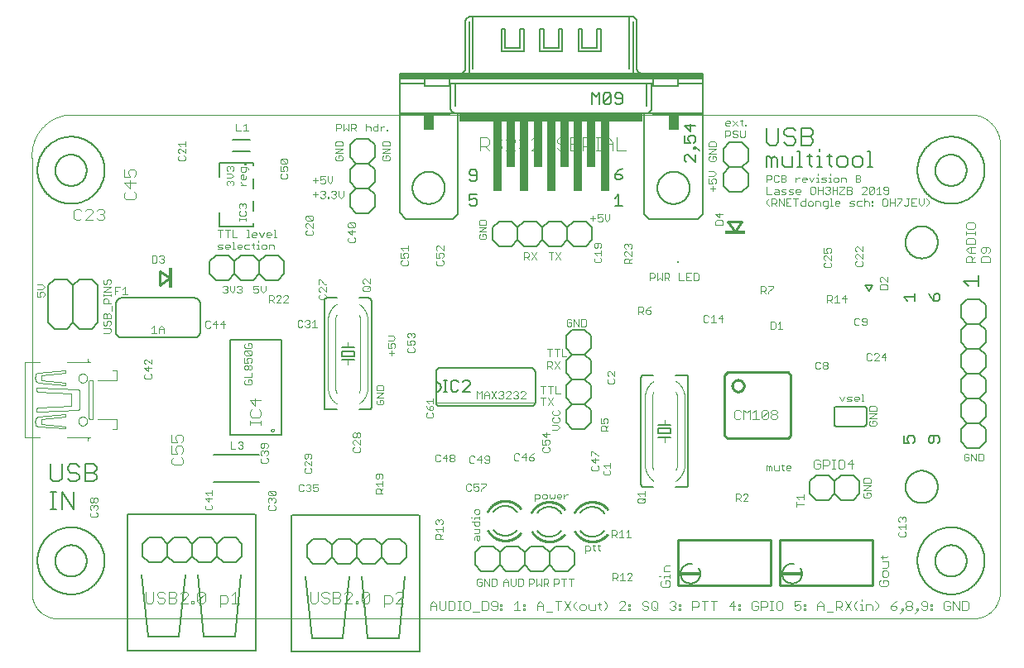
<source format=gto>
G75*
%MOIN*%
%OFA0B0*%
%FSLAX25Y25*%
%IPPOS*%
%LPD*%
%AMOC8*
5,1,8,0,0,1.08239X$1,22.5*
%
%ADD10C,0.00600*%
%ADD11C,0.00000*%
%ADD12C,0.00300*%
%ADD13C,0.00500*%
%ADD14C,0.00400*%
%ADD15C,0.01000*%
%ADD16C,0.00200*%
%ADD17C,0.00800*%
%ADD18R,0.07480X0.01181*%
%ADD19C,0.00197*%
%ADD20R,0.01181X0.08268*%
%ADD21R,0.01000X0.09500*%
%ADD22R,0.04000X0.06500*%
%ADD23R,0.73000X0.03000*%
%ADD24R,1.22000X0.02000*%
%ADD25R,0.03200X0.28500*%
%ADD26R,0.03200X0.18500*%
%ADD27R,0.00787X0.00787*%
%ADD28R,0.08268X0.01181*%
D10*
X0011928Y0037813D02*
X0011932Y0038144D01*
X0011944Y0038475D01*
X0011965Y0038806D01*
X0011993Y0039136D01*
X0012030Y0039466D01*
X0012074Y0039794D01*
X0012127Y0040121D01*
X0012187Y0040447D01*
X0012256Y0040771D01*
X0012333Y0041093D01*
X0012417Y0041414D01*
X0012509Y0041732D01*
X0012609Y0042048D01*
X0012717Y0042361D01*
X0012833Y0042672D01*
X0012956Y0042979D01*
X0013086Y0043284D01*
X0013224Y0043585D01*
X0013369Y0043883D01*
X0013522Y0044177D01*
X0013682Y0044467D01*
X0013849Y0044753D01*
X0014022Y0045035D01*
X0014203Y0045313D01*
X0014391Y0045586D01*
X0014585Y0045855D01*
X0014785Y0046119D01*
X0014992Y0046377D01*
X0015206Y0046631D01*
X0015425Y0046879D01*
X0015651Y0047122D01*
X0015882Y0047359D01*
X0016119Y0047590D01*
X0016362Y0047816D01*
X0016610Y0048035D01*
X0016864Y0048249D01*
X0017122Y0048456D01*
X0017386Y0048656D01*
X0017655Y0048850D01*
X0017928Y0049038D01*
X0018206Y0049219D01*
X0018488Y0049392D01*
X0018774Y0049559D01*
X0019064Y0049719D01*
X0019358Y0049872D01*
X0019656Y0050017D01*
X0019957Y0050155D01*
X0020262Y0050285D01*
X0020569Y0050408D01*
X0020880Y0050524D01*
X0021193Y0050632D01*
X0021509Y0050732D01*
X0021827Y0050824D01*
X0022148Y0050908D01*
X0022470Y0050985D01*
X0022794Y0051054D01*
X0023120Y0051114D01*
X0023447Y0051167D01*
X0023775Y0051211D01*
X0024105Y0051248D01*
X0024435Y0051276D01*
X0024766Y0051297D01*
X0025097Y0051309D01*
X0025428Y0051313D01*
X0025759Y0051309D01*
X0026090Y0051297D01*
X0026421Y0051276D01*
X0026751Y0051248D01*
X0027081Y0051211D01*
X0027409Y0051167D01*
X0027736Y0051114D01*
X0028062Y0051054D01*
X0028386Y0050985D01*
X0028708Y0050908D01*
X0029029Y0050824D01*
X0029347Y0050732D01*
X0029663Y0050632D01*
X0029976Y0050524D01*
X0030287Y0050408D01*
X0030594Y0050285D01*
X0030899Y0050155D01*
X0031200Y0050017D01*
X0031498Y0049872D01*
X0031792Y0049719D01*
X0032082Y0049559D01*
X0032368Y0049392D01*
X0032650Y0049219D01*
X0032928Y0049038D01*
X0033201Y0048850D01*
X0033470Y0048656D01*
X0033734Y0048456D01*
X0033992Y0048249D01*
X0034246Y0048035D01*
X0034494Y0047816D01*
X0034737Y0047590D01*
X0034974Y0047359D01*
X0035205Y0047122D01*
X0035431Y0046879D01*
X0035650Y0046631D01*
X0035864Y0046377D01*
X0036071Y0046119D01*
X0036271Y0045855D01*
X0036465Y0045586D01*
X0036653Y0045313D01*
X0036834Y0045035D01*
X0037007Y0044753D01*
X0037174Y0044467D01*
X0037334Y0044177D01*
X0037487Y0043883D01*
X0037632Y0043585D01*
X0037770Y0043284D01*
X0037900Y0042979D01*
X0038023Y0042672D01*
X0038139Y0042361D01*
X0038247Y0042048D01*
X0038347Y0041732D01*
X0038439Y0041414D01*
X0038523Y0041093D01*
X0038600Y0040771D01*
X0038669Y0040447D01*
X0038729Y0040121D01*
X0038782Y0039794D01*
X0038826Y0039466D01*
X0038863Y0039136D01*
X0038891Y0038806D01*
X0038912Y0038475D01*
X0038924Y0038144D01*
X0038928Y0037813D01*
X0038924Y0037482D01*
X0038912Y0037151D01*
X0038891Y0036820D01*
X0038863Y0036490D01*
X0038826Y0036160D01*
X0038782Y0035832D01*
X0038729Y0035505D01*
X0038669Y0035179D01*
X0038600Y0034855D01*
X0038523Y0034533D01*
X0038439Y0034212D01*
X0038347Y0033894D01*
X0038247Y0033578D01*
X0038139Y0033265D01*
X0038023Y0032954D01*
X0037900Y0032647D01*
X0037770Y0032342D01*
X0037632Y0032041D01*
X0037487Y0031743D01*
X0037334Y0031449D01*
X0037174Y0031159D01*
X0037007Y0030873D01*
X0036834Y0030591D01*
X0036653Y0030313D01*
X0036465Y0030040D01*
X0036271Y0029771D01*
X0036071Y0029507D01*
X0035864Y0029249D01*
X0035650Y0028995D01*
X0035431Y0028747D01*
X0035205Y0028504D01*
X0034974Y0028267D01*
X0034737Y0028036D01*
X0034494Y0027810D01*
X0034246Y0027591D01*
X0033992Y0027377D01*
X0033734Y0027170D01*
X0033470Y0026970D01*
X0033201Y0026776D01*
X0032928Y0026588D01*
X0032650Y0026407D01*
X0032368Y0026234D01*
X0032082Y0026067D01*
X0031792Y0025907D01*
X0031498Y0025754D01*
X0031200Y0025609D01*
X0030899Y0025471D01*
X0030594Y0025341D01*
X0030287Y0025218D01*
X0029976Y0025102D01*
X0029663Y0024994D01*
X0029347Y0024894D01*
X0029029Y0024802D01*
X0028708Y0024718D01*
X0028386Y0024641D01*
X0028062Y0024572D01*
X0027736Y0024512D01*
X0027409Y0024459D01*
X0027081Y0024415D01*
X0026751Y0024378D01*
X0026421Y0024350D01*
X0026090Y0024329D01*
X0025759Y0024317D01*
X0025428Y0024313D01*
X0025097Y0024317D01*
X0024766Y0024329D01*
X0024435Y0024350D01*
X0024105Y0024378D01*
X0023775Y0024415D01*
X0023447Y0024459D01*
X0023120Y0024512D01*
X0022794Y0024572D01*
X0022470Y0024641D01*
X0022148Y0024718D01*
X0021827Y0024802D01*
X0021509Y0024894D01*
X0021193Y0024994D01*
X0020880Y0025102D01*
X0020569Y0025218D01*
X0020262Y0025341D01*
X0019957Y0025471D01*
X0019656Y0025609D01*
X0019358Y0025754D01*
X0019064Y0025907D01*
X0018774Y0026067D01*
X0018488Y0026234D01*
X0018206Y0026407D01*
X0017928Y0026588D01*
X0017655Y0026776D01*
X0017386Y0026970D01*
X0017122Y0027170D01*
X0016864Y0027377D01*
X0016610Y0027591D01*
X0016362Y0027810D01*
X0016119Y0028036D01*
X0015882Y0028267D01*
X0015651Y0028504D01*
X0015425Y0028747D01*
X0015206Y0028995D01*
X0014992Y0029249D01*
X0014785Y0029507D01*
X0014585Y0029771D01*
X0014391Y0030040D01*
X0014203Y0030313D01*
X0014022Y0030591D01*
X0013849Y0030873D01*
X0013682Y0031159D01*
X0013522Y0031449D01*
X0013369Y0031743D01*
X0013224Y0032041D01*
X0013086Y0032342D01*
X0012956Y0032647D01*
X0012833Y0032954D01*
X0012717Y0033265D01*
X0012609Y0033578D01*
X0012509Y0033894D01*
X0012417Y0034212D01*
X0012333Y0034533D01*
X0012256Y0034855D01*
X0012187Y0035179D01*
X0012127Y0035505D01*
X0012074Y0035832D01*
X0012030Y0036160D01*
X0011993Y0036490D01*
X0011965Y0036820D01*
X0011944Y0037151D01*
X0011932Y0037482D01*
X0011928Y0037813D01*
X0017028Y0058483D02*
X0019363Y0058483D01*
X0018195Y0058483D02*
X0018195Y0065489D01*
X0017028Y0065489D02*
X0019363Y0065489D01*
X0021693Y0065489D02*
X0026364Y0058483D01*
X0026364Y0065489D01*
X0021693Y0065489D02*
X0021693Y0058483D01*
X0020531Y0069883D02*
X0018195Y0069883D01*
X0017028Y0071051D01*
X0017028Y0076889D01*
X0021698Y0076889D02*
X0021698Y0071051D01*
X0020531Y0069883D01*
X0024026Y0071051D02*
X0025193Y0069883D01*
X0027529Y0069883D01*
X0028696Y0071051D01*
X0028696Y0072218D01*
X0027529Y0073386D01*
X0025193Y0073386D01*
X0024026Y0074554D01*
X0024026Y0075721D01*
X0025193Y0076889D01*
X0027529Y0076889D01*
X0028696Y0075721D01*
X0031024Y0076889D02*
X0034527Y0076889D01*
X0035694Y0075721D01*
X0035694Y0074554D01*
X0034527Y0073386D01*
X0031024Y0073386D01*
X0034527Y0073386D02*
X0035694Y0072218D01*
X0035694Y0071051D01*
X0034527Y0069883D01*
X0031024Y0069883D01*
X0031024Y0076889D01*
X0056747Y0047144D02*
X0061747Y0047144D01*
X0064247Y0044644D01*
X0066747Y0047144D01*
X0071747Y0047144D01*
X0074247Y0044644D01*
X0076747Y0047144D01*
X0081747Y0047144D01*
X0084247Y0044644D01*
X0086747Y0047144D01*
X0091747Y0047144D01*
X0094247Y0044644D01*
X0094247Y0039644D01*
X0091747Y0037144D01*
X0086747Y0037144D01*
X0084247Y0039644D01*
X0081747Y0037144D01*
X0076747Y0037144D01*
X0074247Y0039644D01*
X0074247Y0044644D01*
X0074247Y0039644D02*
X0071747Y0037144D01*
X0066747Y0037144D01*
X0064247Y0039644D01*
X0061747Y0037144D01*
X0056747Y0037144D01*
X0054247Y0039644D01*
X0054247Y0044644D01*
X0056747Y0047144D01*
X0064247Y0044644D02*
X0064247Y0039644D01*
X0084247Y0039644D02*
X0084247Y0044644D01*
X0120389Y0044250D02*
X0120389Y0039250D01*
X0122889Y0036750D01*
X0127889Y0036750D01*
X0130389Y0039250D01*
X0132889Y0036750D01*
X0137889Y0036750D01*
X0140389Y0039250D01*
X0140389Y0044250D01*
X0137889Y0046750D01*
X0132889Y0046750D01*
X0130389Y0044250D01*
X0130389Y0039250D01*
X0130389Y0044250D02*
X0127889Y0046750D01*
X0122889Y0046750D01*
X0120389Y0044250D01*
X0140389Y0044250D02*
X0142889Y0046750D01*
X0147889Y0046750D01*
X0150389Y0044250D01*
X0152889Y0046750D01*
X0157889Y0046750D01*
X0160389Y0044250D01*
X0160389Y0039250D01*
X0157889Y0036750D01*
X0152889Y0036750D01*
X0150389Y0039250D01*
X0147889Y0036750D01*
X0142889Y0036750D01*
X0140389Y0039250D01*
X0150389Y0039250D02*
X0150389Y0044250D01*
X0188106Y0041100D02*
X0188106Y0036100D01*
X0190606Y0033600D01*
X0195606Y0033600D01*
X0198106Y0036100D01*
X0198106Y0041100D01*
X0195606Y0043600D01*
X0190606Y0043600D01*
X0188106Y0041100D01*
X0198106Y0041100D02*
X0200606Y0043600D01*
X0205606Y0043600D01*
X0208106Y0041100D01*
X0210606Y0043600D01*
X0215606Y0043600D01*
X0218106Y0041100D01*
X0220606Y0043600D01*
X0225606Y0043600D01*
X0228106Y0041100D01*
X0228106Y0036100D01*
X0225606Y0033600D01*
X0220606Y0033600D01*
X0218106Y0036100D01*
X0215606Y0033600D01*
X0210606Y0033600D01*
X0208106Y0036100D01*
X0208106Y0041100D01*
X0208106Y0036100D02*
X0205606Y0033600D01*
X0200606Y0033600D01*
X0198106Y0036100D01*
X0218106Y0036100D02*
X0218106Y0041100D01*
X0213148Y0057161D02*
X0213240Y0057280D01*
X0213334Y0057397D01*
X0213432Y0057511D01*
X0213532Y0057623D01*
X0213636Y0057733D01*
X0213741Y0057839D01*
X0213850Y0057944D01*
X0213961Y0058045D01*
X0214075Y0058143D01*
X0214191Y0058239D01*
X0214309Y0058332D01*
X0214430Y0058421D01*
X0214553Y0058508D01*
X0214678Y0058591D01*
X0214805Y0058672D01*
X0214934Y0058749D01*
X0215065Y0058823D01*
X0215198Y0058894D01*
X0215332Y0058961D01*
X0215468Y0059025D01*
X0215606Y0059085D01*
X0215745Y0059142D01*
X0215886Y0059195D01*
X0216028Y0059245D01*
X0216171Y0059292D01*
X0216315Y0059334D01*
X0216460Y0059374D01*
X0216606Y0059409D01*
X0216753Y0059441D01*
X0216901Y0059469D01*
X0217049Y0059493D01*
X0217198Y0059514D01*
X0217348Y0059531D01*
X0217497Y0059544D01*
X0217647Y0059553D01*
X0217798Y0059559D01*
X0217948Y0059561D01*
X0213212Y0049878D02*
X0213306Y0049759D01*
X0213404Y0049643D01*
X0213504Y0049529D01*
X0213608Y0049418D01*
X0213714Y0049310D01*
X0213822Y0049204D01*
X0213934Y0049102D01*
X0214048Y0049002D01*
X0214164Y0048904D01*
X0214283Y0048810D01*
X0214404Y0048719D01*
X0214528Y0048631D01*
X0214654Y0048546D01*
X0214781Y0048465D01*
X0214911Y0048386D01*
X0215043Y0048311D01*
X0215176Y0048240D01*
X0215312Y0048171D01*
X0215449Y0048106D01*
X0215587Y0048045D01*
X0215728Y0047987D01*
X0215869Y0047933D01*
X0216012Y0047882D01*
X0216156Y0047835D01*
X0216301Y0047791D01*
X0216448Y0047752D01*
X0216595Y0047716D01*
X0216743Y0047683D01*
X0216892Y0047655D01*
X0217042Y0047630D01*
X0217192Y0047609D01*
X0217342Y0047592D01*
X0217494Y0047578D01*
X0217645Y0047569D01*
X0217796Y0047563D01*
X0217948Y0047561D01*
X0222830Y0057048D02*
X0222739Y0057173D01*
X0222645Y0057295D01*
X0222547Y0057414D01*
X0222447Y0057531D01*
X0222343Y0057645D01*
X0222237Y0057757D01*
X0222128Y0057865D01*
X0222016Y0057971D01*
X0221901Y0058074D01*
X0221784Y0058174D01*
X0221664Y0058272D01*
X0221542Y0058365D01*
X0221418Y0058456D01*
X0221291Y0058544D01*
X0221162Y0058628D01*
X0221030Y0058709D01*
X0220897Y0058786D01*
X0220762Y0058860D01*
X0220625Y0058931D01*
X0220486Y0058998D01*
X0220346Y0059061D01*
X0220203Y0059121D01*
X0220060Y0059177D01*
X0219915Y0059229D01*
X0219769Y0059278D01*
X0219621Y0059323D01*
X0219473Y0059364D01*
X0219323Y0059401D01*
X0219173Y0059435D01*
X0219021Y0059464D01*
X0218869Y0059490D01*
X0218717Y0059512D01*
X0218564Y0059529D01*
X0218410Y0059543D01*
X0218256Y0059553D01*
X0218102Y0059559D01*
X0217948Y0059561D01*
X0222684Y0049878D02*
X0222590Y0049759D01*
X0222492Y0049643D01*
X0222392Y0049529D01*
X0222288Y0049418D01*
X0222182Y0049310D01*
X0222074Y0049204D01*
X0221962Y0049102D01*
X0221848Y0049002D01*
X0221732Y0048904D01*
X0221613Y0048810D01*
X0221492Y0048719D01*
X0221368Y0048631D01*
X0221242Y0048546D01*
X0221115Y0048465D01*
X0220985Y0048386D01*
X0220853Y0048311D01*
X0220720Y0048240D01*
X0220584Y0048171D01*
X0220447Y0048106D01*
X0220309Y0048045D01*
X0220168Y0047987D01*
X0220027Y0047933D01*
X0219884Y0047882D01*
X0219740Y0047835D01*
X0219595Y0047791D01*
X0219448Y0047752D01*
X0219301Y0047716D01*
X0219153Y0047683D01*
X0219004Y0047655D01*
X0218854Y0047630D01*
X0218704Y0047609D01*
X0218554Y0047592D01*
X0218402Y0047578D01*
X0218251Y0047569D01*
X0218100Y0047563D01*
X0217948Y0047561D01*
X0235271Y0059561D02*
X0235425Y0059559D01*
X0235579Y0059553D01*
X0235733Y0059543D01*
X0235887Y0059529D01*
X0236040Y0059512D01*
X0236192Y0059490D01*
X0236344Y0059464D01*
X0236496Y0059435D01*
X0236646Y0059401D01*
X0236796Y0059364D01*
X0236944Y0059323D01*
X0237092Y0059278D01*
X0237238Y0059229D01*
X0237383Y0059177D01*
X0237526Y0059121D01*
X0237669Y0059061D01*
X0237809Y0058998D01*
X0237948Y0058931D01*
X0238085Y0058860D01*
X0238220Y0058786D01*
X0238353Y0058709D01*
X0238485Y0058628D01*
X0238614Y0058544D01*
X0238741Y0058456D01*
X0238865Y0058365D01*
X0238987Y0058272D01*
X0239107Y0058174D01*
X0239224Y0058074D01*
X0239339Y0057971D01*
X0239451Y0057865D01*
X0239560Y0057757D01*
X0239666Y0057645D01*
X0239770Y0057531D01*
X0239870Y0057414D01*
X0239968Y0057295D01*
X0240062Y0057173D01*
X0240153Y0057048D01*
X0235271Y0047561D02*
X0235119Y0047563D01*
X0234968Y0047569D01*
X0234817Y0047578D01*
X0234665Y0047592D01*
X0234515Y0047609D01*
X0234365Y0047630D01*
X0234215Y0047655D01*
X0234066Y0047683D01*
X0233918Y0047716D01*
X0233771Y0047752D01*
X0233624Y0047791D01*
X0233479Y0047835D01*
X0233335Y0047882D01*
X0233192Y0047933D01*
X0233051Y0047987D01*
X0232910Y0048045D01*
X0232772Y0048106D01*
X0232635Y0048171D01*
X0232499Y0048240D01*
X0232366Y0048311D01*
X0232234Y0048386D01*
X0232104Y0048465D01*
X0231977Y0048546D01*
X0231851Y0048631D01*
X0231727Y0048719D01*
X0231606Y0048810D01*
X0231487Y0048904D01*
X0231371Y0049002D01*
X0231257Y0049102D01*
X0231145Y0049204D01*
X0231037Y0049310D01*
X0230931Y0049418D01*
X0230827Y0049529D01*
X0230727Y0049643D01*
X0230629Y0049759D01*
X0230535Y0049878D01*
X0235271Y0047561D02*
X0235423Y0047563D01*
X0235574Y0047569D01*
X0235725Y0047578D01*
X0235877Y0047592D01*
X0236027Y0047609D01*
X0236177Y0047630D01*
X0236327Y0047655D01*
X0236476Y0047683D01*
X0236624Y0047716D01*
X0236771Y0047752D01*
X0236918Y0047791D01*
X0237063Y0047835D01*
X0237207Y0047882D01*
X0237350Y0047933D01*
X0237491Y0047987D01*
X0237632Y0048045D01*
X0237770Y0048106D01*
X0237907Y0048171D01*
X0238043Y0048240D01*
X0238176Y0048311D01*
X0238308Y0048386D01*
X0238438Y0048465D01*
X0238565Y0048546D01*
X0238691Y0048631D01*
X0238815Y0048719D01*
X0238936Y0048810D01*
X0239055Y0048904D01*
X0239171Y0049002D01*
X0239285Y0049102D01*
X0239397Y0049204D01*
X0239505Y0049310D01*
X0239611Y0049418D01*
X0239715Y0049529D01*
X0239815Y0049643D01*
X0239913Y0049759D01*
X0240007Y0049878D01*
X0235271Y0059561D02*
X0235121Y0059559D01*
X0234970Y0059553D01*
X0234820Y0059544D01*
X0234671Y0059531D01*
X0234521Y0059514D01*
X0234372Y0059493D01*
X0234224Y0059469D01*
X0234076Y0059441D01*
X0233929Y0059409D01*
X0233783Y0059374D01*
X0233638Y0059334D01*
X0233494Y0059292D01*
X0233351Y0059245D01*
X0233209Y0059195D01*
X0233068Y0059142D01*
X0232929Y0059085D01*
X0232791Y0059025D01*
X0232655Y0058961D01*
X0232521Y0058894D01*
X0232388Y0058823D01*
X0232257Y0058749D01*
X0232128Y0058672D01*
X0232001Y0058591D01*
X0231876Y0058508D01*
X0231753Y0058421D01*
X0231632Y0058332D01*
X0231514Y0058239D01*
X0231398Y0058143D01*
X0231284Y0058045D01*
X0231173Y0057944D01*
X0231064Y0057839D01*
X0230959Y0057733D01*
X0230855Y0057623D01*
X0230755Y0057511D01*
X0230657Y0057397D01*
X0230563Y0057280D01*
X0230471Y0057161D01*
X0254983Y0068675D02*
X0254983Y0111675D01*
X0254985Y0111735D01*
X0254990Y0111796D01*
X0254999Y0111855D01*
X0255012Y0111914D01*
X0255028Y0111973D01*
X0255048Y0112030D01*
X0255071Y0112085D01*
X0255098Y0112140D01*
X0255127Y0112192D01*
X0255160Y0112243D01*
X0255196Y0112292D01*
X0255234Y0112338D01*
X0255276Y0112382D01*
X0255320Y0112424D01*
X0255366Y0112462D01*
X0255415Y0112498D01*
X0255466Y0112531D01*
X0255518Y0112560D01*
X0255573Y0112587D01*
X0255628Y0112610D01*
X0255685Y0112630D01*
X0255744Y0112646D01*
X0255803Y0112659D01*
X0255862Y0112668D01*
X0255923Y0112673D01*
X0255983Y0112675D01*
X0259983Y0112675D01*
X0268983Y0112675D02*
X0272983Y0112675D01*
X0273043Y0112673D01*
X0273104Y0112668D01*
X0273163Y0112659D01*
X0273222Y0112646D01*
X0273281Y0112630D01*
X0273338Y0112610D01*
X0273393Y0112587D01*
X0273448Y0112560D01*
X0273500Y0112531D01*
X0273551Y0112498D01*
X0273600Y0112462D01*
X0273646Y0112424D01*
X0273690Y0112382D01*
X0273732Y0112338D01*
X0273770Y0112292D01*
X0273806Y0112243D01*
X0273839Y0112192D01*
X0273868Y0112140D01*
X0273895Y0112085D01*
X0273918Y0112030D01*
X0273938Y0111973D01*
X0273954Y0111914D01*
X0273967Y0111855D01*
X0273976Y0111796D01*
X0273981Y0111735D01*
X0273983Y0111675D01*
X0273983Y0068675D01*
X0273981Y0068615D01*
X0273976Y0068554D01*
X0273967Y0068495D01*
X0273954Y0068436D01*
X0273938Y0068377D01*
X0273918Y0068320D01*
X0273895Y0068265D01*
X0273868Y0068210D01*
X0273839Y0068158D01*
X0273806Y0068107D01*
X0273770Y0068058D01*
X0273732Y0068012D01*
X0273690Y0067968D01*
X0273646Y0067926D01*
X0273600Y0067888D01*
X0273551Y0067852D01*
X0273500Y0067819D01*
X0273448Y0067790D01*
X0273393Y0067763D01*
X0273338Y0067740D01*
X0273281Y0067720D01*
X0273222Y0067704D01*
X0273163Y0067691D01*
X0273104Y0067682D01*
X0273043Y0067677D01*
X0272983Y0067675D01*
X0268983Y0067675D01*
X0259983Y0067675D02*
X0255983Y0067675D01*
X0255923Y0067677D01*
X0255862Y0067682D01*
X0255803Y0067691D01*
X0255744Y0067704D01*
X0255685Y0067720D01*
X0255628Y0067740D01*
X0255573Y0067763D01*
X0255518Y0067790D01*
X0255466Y0067819D01*
X0255415Y0067852D01*
X0255366Y0067888D01*
X0255320Y0067926D01*
X0255276Y0067968D01*
X0255234Y0068012D01*
X0255196Y0068058D01*
X0255160Y0068107D01*
X0255127Y0068158D01*
X0255098Y0068210D01*
X0255071Y0068265D01*
X0255048Y0068320D01*
X0255028Y0068377D01*
X0255012Y0068436D01*
X0254999Y0068495D01*
X0254990Y0068554D01*
X0254985Y0068615D01*
X0254983Y0068675D01*
X0261983Y0087675D02*
X0264483Y0087675D01*
X0266983Y0087675D01*
X0266983Y0089175D02*
X0261983Y0089175D01*
X0261983Y0091175D01*
X0266983Y0091175D01*
X0266983Y0089175D01*
X0266983Y0092675D02*
X0264483Y0092675D01*
X0261983Y0092675D01*
X0234759Y0093541D02*
X0232259Y0091041D01*
X0227259Y0091041D01*
X0224759Y0093541D01*
X0224759Y0098541D01*
X0227259Y0101041D01*
X0224759Y0103541D01*
X0224759Y0108541D01*
X0227259Y0111041D01*
X0224759Y0113541D01*
X0224759Y0118541D01*
X0227259Y0121041D01*
X0224759Y0123541D01*
X0224759Y0128541D01*
X0227259Y0131041D01*
X0232259Y0131041D01*
X0234759Y0128541D01*
X0234759Y0123541D01*
X0232259Y0121041D01*
X0234759Y0118541D01*
X0234759Y0113541D01*
X0232259Y0111041D01*
X0227259Y0111041D01*
X0232259Y0111041D02*
X0234759Y0108541D01*
X0234759Y0103541D01*
X0232259Y0101041D01*
X0234759Y0098541D01*
X0234759Y0093541D01*
X0232259Y0101041D02*
X0227259Y0101041D01*
X0212357Y0101692D02*
X0212357Y0114092D01*
X0212355Y0114168D01*
X0212349Y0114244D01*
X0212340Y0114319D01*
X0212326Y0114394D01*
X0212309Y0114468D01*
X0212288Y0114541D01*
X0212264Y0114613D01*
X0212235Y0114684D01*
X0212204Y0114753D01*
X0212169Y0114820D01*
X0212130Y0114885D01*
X0212088Y0114949D01*
X0212043Y0115010D01*
X0211995Y0115069D01*
X0211944Y0115125D01*
X0211890Y0115179D01*
X0211834Y0115230D01*
X0211775Y0115278D01*
X0211714Y0115323D01*
X0211650Y0115365D01*
X0211585Y0115404D01*
X0211518Y0115439D01*
X0211449Y0115470D01*
X0211378Y0115499D01*
X0211306Y0115523D01*
X0211233Y0115544D01*
X0211159Y0115561D01*
X0211084Y0115575D01*
X0211009Y0115584D01*
X0210933Y0115590D01*
X0210857Y0115592D01*
X0173857Y0115592D01*
X0173781Y0115590D01*
X0173705Y0115584D01*
X0173630Y0115575D01*
X0173555Y0115561D01*
X0173481Y0115544D01*
X0173408Y0115523D01*
X0173336Y0115499D01*
X0173265Y0115470D01*
X0173196Y0115439D01*
X0173129Y0115404D01*
X0173064Y0115365D01*
X0173000Y0115323D01*
X0172939Y0115278D01*
X0172880Y0115230D01*
X0172824Y0115179D01*
X0172770Y0115125D01*
X0172719Y0115069D01*
X0172671Y0115010D01*
X0172626Y0114949D01*
X0172584Y0114885D01*
X0172545Y0114820D01*
X0172510Y0114753D01*
X0172479Y0114684D01*
X0172450Y0114613D01*
X0172426Y0114541D01*
X0172405Y0114468D01*
X0172388Y0114394D01*
X0172374Y0114319D01*
X0172365Y0114244D01*
X0172359Y0114168D01*
X0172357Y0114092D01*
X0172357Y0109892D01*
X0172357Y0105892D01*
X0172357Y0101692D01*
X0172359Y0101616D01*
X0172365Y0101540D01*
X0172374Y0101465D01*
X0172388Y0101390D01*
X0172405Y0101316D01*
X0172426Y0101243D01*
X0172450Y0101171D01*
X0172479Y0101100D01*
X0172510Y0101031D01*
X0172545Y0100964D01*
X0172584Y0100899D01*
X0172626Y0100835D01*
X0172671Y0100774D01*
X0172719Y0100715D01*
X0172770Y0100659D01*
X0172824Y0100605D01*
X0172880Y0100554D01*
X0172939Y0100506D01*
X0173000Y0100461D01*
X0173064Y0100419D01*
X0173129Y0100380D01*
X0173196Y0100345D01*
X0173265Y0100314D01*
X0173336Y0100285D01*
X0173408Y0100261D01*
X0173481Y0100240D01*
X0173555Y0100223D01*
X0173630Y0100209D01*
X0173705Y0100200D01*
X0173781Y0100194D01*
X0173857Y0100192D01*
X0210857Y0100192D01*
X0210933Y0100194D01*
X0211009Y0100200D01*
X0211084Y0100209D01*
X0211159Y0100223D01*
X0211233Y0100240D01*
X0211306Y0100261D01*
X0211378Y0100285D01*
X0211449Y0100314D01*
X0211518Y0100345D01*
X0211585Y0100380D01*
X0211650Y0100419D01*
X0211714Y0100461D01*
X0211775Y0100506D01*
X0211834Y0100554D01*
X0211890Y0100605D01*
X0211944Y0100659D01*
X0211995Y0100715D01*
X0212043Y0100774D01*
X0212088Y0100835D01*
X0212130Y0100899D01*
X0212169Y0100964D01*
X0212204Y0101031D01*
X0212235Y0101100D01*
X0212264Y0101171D01*
X0212288Y0101243D01*
X0212309Y0101316D01*
X0212326Y0101390D01*
X0212340Y0101465D01*
X0212349Y0101540D01*
X0212355Y0101616D01*
X0212357Y0101692D01*
X0227259Y0121041D02*
X0232259Y0121041D01*
X0172357Y0109892D02*
X0172445Y0109890D01*
X0172534Y0109884D01*
X0172622Y0109874D01*
X0172709Y0109861D01*
X0172796Y0109843D01*
X0172882Y0109822D01*
X0172967Y0109797D01*
X0173050Y0109768D01*
X0173133Y0109735D01*
X0173213Y0109699D01*
X0173292Y0109660D01*
X0173370Y0109617D01*
X0173445Y0109570D01*
X0173518Y0109520D01*
X0173589Y0109467D01*
X0173658Y0109411D01*
X0173724Y0109352D01*
X0173787Y0109290D01*
X0173847Y0109226D01*
X0173905Y0109159D01*
X0173959Y0109089D01*
X0174011Y0109017D01*
X0174059Y0108943D01*
X0174104Y0108866D01*
X0174145Y0108788D01*
X0174183Y0108708D01*
X0174217Y0108627D01*
X0174248Y0108544D01*
X0174275Y0108459D01*
X0174298Y0108374D01*
X0174317Y0108288D01*
X0174333Y0108200D01*
X0174345Y0108113D01*
X0174353Y0108025D01*
X0174357Y0107936D01*
X0174357Y0107848D01*
X0174353Y0107759D01*
X0174345Y0107671D01*
X0174333Y0107584D01*
X0174317Y0107496D01*
X0174298Y0107410D01*
X0174275Y0107325D01*
X0174248Y0107240D01*
X0174217Y0107157D01*
X0174183Y0107076D01*
X0174145Y0106996D01*
X0174104Y0106918D01*
X0174059Y0106841D01*
X0174011Y0106767D01*
X0173959Y0106695D01*
X0173905Y0106625D01*
X0173847Y0106558D01*
X0173787Y0106494D01*
X0173724Y0106432D01*
X0173658Y0106373D01*
X0173589Y0106317D01*
X0173518Y0106264D01*
X0173445Y0106214D01*
X0173370Y0106167D01*
X0173292Y0106124D01*
X0173213Y0106085D01*
X0173133Y0106049D01*
X0173050Y0106016D01*
X0172967Y0105987D01*
X0172882Y0105962D01*
X0172796Y0105941D01*
X0172709Y0105923D01*
X0172622Y0105910D01*
X0172534Y0105900D01*
X0172445Y0105894D01*
X0172357Y0105892D01*
X0146346Y0099778D02*
X0146346Y0142778D01*
X0146344Y0142838D01*
X0146339Y0142899D01*
X0146330Y0142958D01*
X0146317Y0143017D01*
X0146301Y0143076D01*
X0146281Y0143133D01*
X0146258Y0143188D01*
X0146231Y0143243D01*
X0146202Y0143295D01*
X0146169Y0143346D01*
X0146133Y0143395D01*
X0146095Y0143441D01*
X0146053Y0143485D01*
X0146009Y0143527D01*
X0145963Y0143565D01*
X0145914Y0143601D01*
X0145863Y0143634D01*
X0145811Y0143663D01*
X0145756Y0143690D01*
X0145701Y0143713D01*
X0145644Y0143733D01*
X0145585Y0143749D01*
X0145526Y0143762D01*
X0145467Y0143771D01*
X0145406Y0143776D01*
X0145346Y0143778D01*
X0141346Y0143778D01*
X0132346Y0143778D02*
X0128346Y0143778D01*
X0128286Y0143776D01*
X0128225Y0143771D01*
X0128166Y0143762D01*
X0128107Y0143749D01*
X0128048Y0143733D01*
X0127991Y0143713D01*
X0127936Y0143690D01*
X0127881Y0143663D01*
X0127829Y0143634D01*
X0127778Y0143601D01*
X0127729Y0143565D01*
X0127683Y0143527D01*
X0127639Y0143485D01*
X0127597Y0143441D01*
X0127559Y0143395D01*
X0127523Y0143346D01*
X0127490Y0143295D01*
X0127461Y0143243D01*
X0127434Y0143188D01*
X0127411Y0143133D01*
X0127391Y0143076D01*
X0127375Y0143017D01*
X0127362Y0142958D01*
X0127353Y0142899D01*
X0127348Y0142838D01*
X0127346Y0142778D01*
X0127346Y0099778D01*
X0127348Y0099718D01*
X0127353Y0099657D01*
X0127362Y0099598D01*
X0127375Y0099539D01*
X0127391Y0099480D01*
X0127411Y0099423D01*
X0127434Y0099368D01*
X0127461Y0099313D01*
X0127490Y0099261D01*
X0127523Y0099210D01*
X0127559Y0099161D01*
X0127597Y0099115D01*
X0127639Y0099071D01*
X0127683Y0099029D01*
X0127729Y0098991D01*
X0127778Y0098955D01*
X0127829Y0098922D01*
X0127881Y0098893D01*
X0127936Y0098866D01*
X0127991Y0098843D01*
X0128048Y0098823D01*
X0128107Y0098807D01*
X0128166Y0098794D01*
X0128225Y0098785D01*
X0128286Y0098780D01*
X0128346Y0098778D01*
X0132346Y0098778D01*
X0141346Y0098778D02*
X0145346Y0098778D01*
X0145406Y0098780D01*
X0145467Y0098785D01*
X0145526Y0098794D01*
X0145585Y0098807D01*
X0145644Y0098823D01*
X0145701Y0098843D01*
X0145756Y0098866D01*
X0145811Y0098893D01*
X0145863Y0098922D01*
X0145914Y0098955D01*
X0145963Y0098991D01*
X0146009Y0099029D01*
X0146053Y0099071D01*
X0146095Y0099115D01*
X0146133Y0099161D01*
X0146169Y0099210D01*
X0146202Y0099261D01*
X0146231Y0099313D01*
X0146258Y0099368D01*
X0146281Y0099423D01*
X0146301Y0099480D01*
X0146317Y0099539D01*
X0146330Y0099598D01*
X0146339Y0099657D01*
X0146344Y0099718D01*
X0146346Y0099778D01*
X0139346Y0118778D02*
X0136846Y0118778D01*
X0134346Y0118778D01*
X0134346Y0120278D02*
X0139346Y0120278D01*
X0139346Y0122278D01*
X0134346Y0122278D01*
X0134346Y0120278D01*
X0134346Y0123778D02*
X0136846Y0123778D01*
X0139346Y0123778D01*
X0111294Y0153423D02*
X0108794Y0150923D01*
X0103794Y0150923D01*
X0101294Y0153423D01*
X0098794Y0150923D01*
X0093794Y0150923D01*
X0091294Y0153423D01*
X0088794Y0150923D01*
X0083794Y0150923D01*
X0081294Y0153423D01*
X0081294Y0158423D01*
X0083794Y0160923D01*
X0088794Y0160923D01*
X0091294Y0158423D01*
X0093794Y0160923D01*
X0098794Y0160923D01*
X0101294Y0158423D01*
X0103794Y0160923D01*
X0108794Y0160923D01*
X0111294Y0158423D01*
X0111294Y0153423D01*
X0101294Y0153423D02*
X0101294Y0158423D01*
X0091294Y0158423D02*
X0091294Y0153423D01*
X0074968Y0143844D02*
X0045968Y0143844D01*
X0045870Y0143842D01*
X0045772Y0143836D01*
X0045674Y0143827D01*
X0045577Y0143813D01*
X0045480Y0143796D01*
X0045384Y0143775D01*
X0045289Y0143750D01*
X0045195Y0143722D01*
X0045103Y0143689D01*
X0045011Y0143654D01*
X0044921Y0143614D01*
X0044833Y0143572D01*
X0044746Y0143525D01*
X0044662Y0143476D01*
X0044579Y0143423D01*
X0044499Y0143367D01*
X0044420Y0143307D01*
X0044344Y0143245D01*
X0044271Y0143180D01*
X0044200Y0143112D01*
X0044132Y0143041D01*
X0044067Y0142968D01*
X0044005Y0142892D01*
X0043945Y0142813D01*
X0043889Y0142733D01*
X0043836Y0142650D01*
X0043787Y0142566D01*
X0043740Y0142479D01*
X0043698Y0142391D01*
X0043658Y0142301D01*
X0043623Y0142209D01*
X0043590Y0142117D01*
X0043562Y0142023D01*
X0043537Y0141928D01*
X0043516Y0141832D01*
X0043499Y0141735D01*
X0043485Y0141638D01*
X0043476Y0141540D01*
X0043470Y0141442D01*
X0043468Y0141344D01*
X0043468Y0130344D01*
X0043470Y0130246D01*
X0043476Y0130148D01*
X0043485Y0130050D01*
X0043499Y0129953D01*
X0043516Y0129856D01*
X0043537Y0129760D01*
X0043562Y0129665D01*
X0043590Y0129571D01*
X0043623Y0129479D01*
X0043658Y0129387D01*
X0043698Y0129297D01*
X0043740Y0129209D01*
X0043787Y0129122D01*
X0043836Y0129038D01*
X0043889Y0128955D01*
X0043945Y0128875D01*
X0044005Y0128796D01*
X0044067Y0128720D01*
X0044132Y0128647D01*
X0044200Y0128576D01*
X0044271Y0128508D01*
X0044344Y0128443D01*
X0044420Y0128381D01*
X0044499Y0128321D01*
X0044579Y0128265D01*
X0044662Y0128212D01*
X0044746Y0128163D01*
X0044833Y0128116D01*
X0044921Y0128074D01*
X0045011Y0128034D01*
X0045103Y0127999D01*
X0045195Y0127966D01*
X0045289Y0127938D01*
X0045384Y0127913D01*
X0045480Y0127892D01*
X0045577Y0127875D01*
X0045674Y0127861D01*
X0045772Y0127852D01*
X0045870Y0127846D01*
X0045968Y0127844D01*
X0074968Y0127844D01*
X0075066Y0127846D01*
X0075164Y0127852D01*
X0075262Y0127861D01*
X0075359Y0127875D01*
X0075456Y0127892D01*
X0075552Y0127913D01*
X0075647Y0127938D01*
X0075741Y0127966D01*
X0075833Y0127999D01*
X0075925Y0128034D01*
X0076015Y0128074D01*
X0076103Y0128116D01*
X0076190Y0128163D01*
X0076274Y0128212D01*
X0076357Y0128265D01*
X0076437Y0128321D01*
X0076516Y0128381D01*
X0076592Y0128443D01*
X0076665Y0128508D01*
X0076736Y0128576D01*
X0076804Y0128647D01*
X0076869Y0128720D01*
X0076931Y0128796D01*
X0076991Y0128875D01*
X0077047Y0128955D01*
X0077100Y0129038D01*
X0077149Y0129122D01*
X0077196Y0129209D01*
X0077238Y0129297D01*
X0077278Y0129387D01*
X0077313Y0129479D01*
X0077346Y0129571D01*
X0077374Y0129665D01*
X0077399Y0129760D01*
X0077420Y0129856D01*
X0077437Y0129953D01*
X0077451Y0130050D01*
X0077460Y0130148D01*
X0077466Y0130246D01*
X0077468Y0130344D01*
X0077468Y0141344D01*
X0077466Y0141442D01*
X0077460Y0141540D01*
X0077451Y0141638D01*
X0077437Y0141735D01*
X0077420Y0141832D01*
X0077399Y0141928D01*
X0077374Y0142023D01*
X0077346Y0142117D01*
X0077313Y0142209D01*
X0077278Y0142301D01*
X0077238Y0142391D01*
X0077196Y0142479D01*
X0077149Y0142566D01*
X0077100Y0142650D01*
X0077047Y0142733D01*
X0076991Y0142813D01*
X0076931Y0142892D01*
X0076869Y0142968D01*
X0076804Y0143041D01*
X0076736Y0143112D01*
X0076665Y0143180D01*
X0076592Y0143245D01*
X0076516Y0143307D01*
X0076437Y0143367D01*
X0076357Y0143423D01*
X0076274Y0143476D01*
X0076190Y0143525D01*
X0076103Y0143572D01*
X0076015Y0143614D01*
X0075925Y0143654D01*
X0075833Y0143689D01*
X0075741Y0143722D01*
X0075647Y0143750D01*
X0075552Y0143775D01*
X0075456Y0143796D01*
X0075359Y0143813D01*
X0075262Y0143827D01*
X0075164Y0143836D01*
X0075066Y0143842D01*
X0074968Y0143844D01*
X0036216Y0148856D02*
X0036216Y0133856D01*
X0033716Y0131356D01*
X0028716Y0131356D01*
X0026216Y0133856D01*
X0026216Y0148856D01*
X0028716Y0151356D01*
X0033716Y0151356D01*
X0036216Y0148856D01*
X0026216Y0148856D02*
X0023716Y0151356D01*
X0018716Y0151356D01*
X0016216Y0148856D01*
X0016216Y0133856D01*
X0018716Y0131356D01*
X0023716Y0131356D01*
X0026216Y0133856D01*
X0085074Y0172656D02*
X0085074Y0178325D01*
X0085074Y0172656D02*
X0098854Y0172656D01*
X0098854Y0173797D01*
X0098854Y0178994D02*
X0098854Y0182852D01*
X0098854Y0188049D02*
X0098854Y0191907D01*
X0098854Y0197104D02*
X0098854Y0198246D01*
X0085074Y0198246D01*
X0085074Y0192577D01*
X0137751Y0190431D02*
X0137751Y0195431D01*
X0140251Y0197931D01*
X0137751Y0200431D01*
X0137751Y0205431D01*
X0140251Y0207931D01*
X0145251Y0207931D01*
X0147751Y0205431D01*
X0147751Y0200431D01*
X0145251Y0197931D01*
X0147751Y0195431D01*
X0147751Y0190431D01*
X0145251Y0187931D01*
X0147751Y0185431D01*
X0147751Y0180431D01*
X0145251Y0177931D01*
X0140251Y0177931D01*
X0137751Y0180431D01*
X0137751Y0185431D01*
X0140251Y0187931D01*
X0137751Y0190431D01*
X0140251Y0187931D02*
X0145251Y0187931D01*
X0145251Y0197931D02*
X0140251Y0197931D01*
X0162935Y0188207D02*
X0162937Y0188368D01*
X0162943Y0188528D01*
X0162953Y0188689D01*
X0162967Y0188849D01*
X0162985Y0189009D01*
X0163006Y0189168D01*
X0163032Y0189327D01*
X0163062Y0189485D01*
X0163095Y0189642D01*
X0163133Y0189799D01*
X0163174Y0189954D01*
X0163219Y0190108D01*
X0163268Y0190261D01*
X0163321Y0190413D01*
X0163377Y0190564D01*
X0163438Y0190713D01*
X0163501Y0190861D01*
X0163569Y0191007D01*
X0163640Y0191151D01*
X0163714Y0191293D01*
X0163792Y0191434D01*
X0163874Y0191572D01*
X0163959Y0191709D01*
X0164047Y0191843D01*
X0164139Y0191975D01*
X0164234Y0192105D01*
X0164332Y0192233D01*
X0164433Y0192358D01*
X0164537Y0192480D01*
X0164644Y0192600D01*
X0164754Y0192717D01*
X0164867Y0192832D01*
X0164983Y0192943D01*
X0165102Y0193052D01*
X0165223Y0193157D01*
X0165347Y0193260D01*
X0165473Y0193360D01*
X0165601Y0193456D01*
X0165732Y0193549D01*
X0165866Y0193639D01*
X0166001Y0193726D01*
X0166139Y0193809D01*
X0166278Y0193889D01*
X0166420Y0193965D01*
X0166563Y0194038D01*
X0166708Y0194107D01*
X0166855Y0194173D01*
X0167003Y0194235D01*
X0167153Y0194293D01*
X0167304Y0194348D01*
X0167457Y0194399D01*
X0167611Y0194446D01*
X0167766Y0194489D01*
X0167922Y0194528D01*
X0168078Y0194564D01*
X0168236Y0194595D01*
X0168394Y0194623D01*
X0168553Y0194647D01*
X0168713Y0194667D01*
X0168873Y0194683D01*
X0169033Y0194695D01*
X0169194Y0194703D01*
X0169355Y0194707D01*
X0169515Y0194707D01*
X0169676Y0194703D01*
X0169837Y0194695D01*
X0169997Y0194683D01*
X0170157Y0194667D01*
X0170317Y0194647D01*
X0170476Y0194623D01*
X0170634Y0194595D01*
X0170792Y0194564D01*
X0170948Y0194528D01*
X0171104Y0194489D01*
X0171259Y0194446D01*
X0171413Y0194399D01*
X0171566Y0194348D01*
X0171717Y0194293D01*
X0171867Y0194235D01*
X0172015Y0194173D01*
X0172162Y0194107D01*
X0172307Y0194038D01*
X0172450Y0193965D01*
X0172592Y0193889D01*
X0172731Y0193809D01*
X0172869Y0193726D01*
X0173004Y0193639D01*
X0173138Y0193549D01*
X0173269Y0193456D01*
X0173397Y0193360D01*
X0173523Y0193260D01*
X0173647Y0193157D01*
X0173768Y0193052D01*
X0173887Y0192943D01*
X0174003Y0192832D01*
X0174116Y0192717D01*
X0174226Y0192600D01*
X0174333Y0192480D01*
X0174437Y0192358D01*
X0174538Y0192233D01*
X0174636Y0192105D01*
X0174731Y0191975D01*
X0174823Y0191843D01*
X0174911Y0191709D01*
X0174996Y0191572D01*
X0175078Y0191434D01*
X0175156Y0191293D01*
X0175230Y0191151D01*
X0175301Y0191007D01*
X0175369Y0190861D01*
X0175432Y0190713D01*
X0175493Y0190564D01*
X0175549Y0190413D01*
X0175602Y0190261D01*
X0175651Y0190108D01*
X0175696Y0189954D01*
X0175737Y0189799D01*
X0175775Y0189642D01*
X0175808Y0189485D01*
X0175838Y0189327D01*
X0175864Y0189168D01*
X0175885Y0189009D01*
X0175903Y0188849D01*
X0175917Y0188689D01*
X0175927Y0188528D01*
X0175933Y0188368D01*
X0175935Y0188207D01*
X0175933Y0188046D01*
X0175927Y0187886D01*
X0175917Y0187725D01*
X0175903Y0187565D01*
X0175885Y0187405D01*
X0175864Y0187246D01*
X0175838Y0187087D01*
X0175808Y0186929D01*
X0175775Y0186772D01*
X0175737Y0186615D01*
X0175696Y0186460D01*
X0175651Y0186306D01*
X0175602Y0186153D01*
X0175549Y0186001D01*
X0175493Y0185850D01*
X0175432Y0185701D01*
X0175369Y0185553D01*
X0175301Y0185407D01*
X0175230Y0185263D01*
X0175156Y0185121D01*
X0175078Y0184980D01*
X0174996Y0184842D01*
X0174911Y0184705D01*
X0174823Y0184571D01*
X0174731Y0184439D01*
X0174636Y0184309D01*
X0174538Y0184181D01*
X0174437Y0184056D01*
X0174333Y0183934D01*
X0174226Y0183814D01*
X0174116Y0183697D01*
X0174003Y0183582D01*
X0173887Y0183471D01*
X0173768Y0183362D01*
X0173647Y0183257D01*
X0173523Y0183154D01*
X0173397Y0183054D01*
X0173269Y0182958D01*
X0173138Y0182865D01*
X0173004Y0182775D01*
X0172869Y0182688D01*
X0172731Y0182605D01*
X0172592Y0182525D01*
X0172450Y0182449D01*
X0172307Y0182376D01*
X0172162Y0182307D01*
X0172015Y0182241D01*
X0171867Y0182179D01*
X0171717Y0182121D01*
X0171566Y0182066D01*
X0171413Y0182015D01*
X0171259Y0181968D01*
X0171104Y0181925D01*
X0170948Y0181886D01*
X0170792Y0181850D01*
X0170634Y0181819D01*
X0170476Y0181791D01*
X0170317Y0181767D01*
X0170157Y0181747D01*
X0169997Y0181731D01*
X0169837Y0181719D01*
X0169676Y0181711D01*
X0169515Y0181707D01*
X0169355Y0181707D01*
X0169194Y0181711D01*
X0169033Y0181719D01*
X0168873Y0181731D01*
X0168713Y0181747D01*
X0168553Y0181767D01*
X0168394Y0181791D01*
X0168236Y0181819D01*
X0168078Y0181850D01*
X0167922Y0181886D01*
X0167766Y0181925D01*
X0167611Y0181968D01*
X0167457Y0182015D01*
X0167304Y0182066D01*
X0167153Y0182121D01*
X0167003Y0182179D01*
X0166855Y0182241D01*
X0166708Y0182307D01*
X0166563Y0182376D01*
X0166420Y0182449D01*
X0166278Y0182525D01*
X0166139Y0182605D01*
X0166001Y0182688D01*
X0165866Y0182775D01*
X0165732Y0182865D01*
X0165601Y0182958D01*
X0165473Y0183054D01*
X0165347Y0183154D01*
X0165223Y0183257D01*
X0165102Y0183362D01*
X0164983Y0183471D01*
X0164867Y0183582D01*
X0164754Y0183697D01*
X0164644Y0183814D01*
X0164537Y0183934D01*
X0164433Y0184056D01*
X0164332Y0184181D01*
X0164234Y0184309D01*
X0164139Y0184439D01*
X0164047Y0184571D01*
X0163959Y0184705D01*
X0163874Y0184842D01*
X0163792Y0184980D01*
X0163714Y0185121D01*
X0163640Y0185263D01*
X0163569Y0185407D01*
X0163501Y0185553D01*
X0163438Y0185701D01*
X0163377Y0185850D01*
X0163321Y0186001D01*
X0163268Y0186153D01*
X0163219Y0186306D01*
X0163174Y0186460D01*
X0163133Y0186615D01*
X0163095Y0186772D01*
X0163062Y0186929D01*
X0163032Y0187087D01*
X0163006Y0187246D01*
X0162985Y0187405D01*
X0162967Y0187565D01*
X0162953Y0187725D01*
X0162943Y0187886D01*
X0162937Y0188046D01*
X0162935Y0188207D01*
X0157735Y0178207D02*
X0157735Y0217707D01*
X0177735Y0217707D01*
X0177735Y0218207D01*
X0181235Y0218207D01*
X0181235Y0177707D01*
X0179235Y0175707D01*
X0160235Y0175707D01*
X0157735Y0178207D01*
X0195192Y0172203D02*
X0195192Y0167203D01*
X0197692Y0164703D01*
X0202692Y0164703D01*
X0205192Y0167203D01*
X0207692Y0164703D01*
X0212692Y0164703D01*
X0215192Y0167203D01*
X0215192Y0172203D01*
X0212692Y0174703D01*
X0207692Y0174703D01*
X0205192Y0172203D01*
X0205192Y0167203D01*
X0205192Y0172203D02*
X0202692Y0174703D01*
X0197692Y0174703D01*
X0195192Y0172203D01*
X0215192Y0172203D02*
X0217692Y0174703D01*
X0222692Y0174703D01*
X0225192Y0172203D01*
X0227692Y0174703D01*
X0232692Y0174703D01*
X0235192Y0172203D01*
X0235192Y0167203D01*
X0232692Y0164703D01*
X0227692Y0164703D01*
X0225192Y0167203D01*
X0222692Y0164703D01*
X0217692Y0164703D01*
X0215192Y0167203D01*
X0225192Y0167203D02*
X0225192Y0172203D01*
X0256235Y0177707D02*
X0258235Y0175707D01*
X0277735Y0175707D01*
X0279735Y0177707D01*
X0279735Y0217707D01*
X0259735Y0217707D01*
X0259735Y0218207D01*
X0279735Y0218207D01*
X0279735Y0217707D01*
X0279735Y0218207D02*
X0279735Y0230207D01*
X0269735Y0230207D01*
X0269735Y0229207D01*
X0259735Y0229207D01*
X0259735Y0230207D01*
X0259235Y0230207D01*
X0259235Y0220707D01*
X0259233Y0220609D01*
X0259227Y0220511D01*
X0259218Y0220413D01*
X0259204Y0220316D01*
X0259187Y0220219D01*
X0259166Y0220123D01*
X0259141Y0220028D01*
X0259113Y0219934D01*
X0259080Y0219842D01*
X0259045Y0219750D01*
X0259005Y0219660D01*
X0258963Y0219572D01*
X0258916Y0219485D01*
X0258867Y0219401D01*
X0258814Y0219318D01*
X0258758Y0219238D01*
X0258698Y0219159D01*
X0258636Y0219083D01*
X0258571Y0219010D01*
X0258503Y0218939D01*
X0258432Y0218871D01*
X0258359Y0218806D01*
X0258283Y0218744D01*
X0258204Y0218684D01*
X0258124Y0218628D01*
X0258041Y0218575D01*
X0257957Y0218526D01*
X0257870Y0218479D01*
X0257782Y0218437D01*
X0257692Y0218397D01*
X0257600Y0218362D01*
X0257508Y0218329D01*
X0257414Y0218301D01*
X0257319Y0218276D01*
X0257223Y0218255D01*
X0257126Y0218238D01*
X0257029Y0218224D01*
X0256931Y0218215D01*
X0256833Y0218209D01*
X0256735Y0218207D01*
X0256235Y0218207D02*
X0259735Y0218207D01*
X0256235Y0218207D02*
X0256235Y0177707D01*
X0261535Y0188207D02*
X0261537Y0188368D01*
X0261543Y0188528D01*
X0261553Y0188689D01*
X0261567Y0188849D01*
X0261585Y0189009D01*
X0261606Y0189168D01*
X0261632Y0189327D01*
X0261662Y0189485D01*
X0261695Y0189642D01*
X0261733Y0189799D01*
X0261774Y0189954D01*
X0261819Y0190108D01*
X0261868Y0190261D01*
X0261921Y0190413D01*
X0261977Y0190564D01*
X0262038Y0190713D01*
X0262101Y0190861D01*
X0262169Y0191007D01*
X0262240Y0191151D01*
X0262314Y0191293D01*
X0262392Y0191434D01*
X0262474Y0191572D01*
X0262559Y0191709D01*
X0262647Y0191843D01*
X0262739Y0191975D01*
X0262834Y0192105D01*
X0262932Y0192233D01*
X0263033Y0192358D01*
X0263137Y0192480D01*
X0263244Y0192600D01*
X0263354Y0192717D01*
X0263467Y0192832D01*
X0263583Y0192943D01*
X0263702Y0193052D01*
X0263823Y0193157D01*
X0263947Y0193260D01*
X0264073Y0193360D01*
X0264201Y0193456D01*
X0264332Y0193549D01*
X0264466Y0193639D01*
X0264601Y0193726D01*
X0264739Y0193809D01*
X0264878Y0193889D01*
X0265020Y0193965D01*
X0265163Y0194038D01*
X0265308Y0194107D01*
X0265455Y0194173D01*
X0265603Y0194235D01*
X0265753Y0194293D01*
X0265904Y0194348D01*
X0266057Y0194399D01*
X0266211Y0194446D01*
X0266366Y0194489D01*
X0266522Y0194528D01*
X0266678Y0194564D01*
X0266836Y0194595D01*
X0266994Y0194623D01*
X0267153Y0194647D01*
X0267313Y0194667D01*
X0267473Y0194683D01*
X0267633Y0194695D01*
X0267794Y0194703D01*
X0267955Y0194707D01*
X0268115Y0194707D01*
X0268276Y0194703D01*
X0268437Y0194695D01*
X0268597Y0194683D01*
X0268757Y0194667D01*
X0268917Y0194647D01*
X0269076Y0194623D01*
X0269234Y0194595D01*
X0269392Y0194564D01*
X0269548Y0194528D01*
X0269704Y0194489D01*
X0269859Y0194446D01*
X0270013Y0194399D01*
X0270166Y0194348D01*
X0270317Y0194293D01*
X0270467Y0194235D01*
X0270615Y0194173D01*
X0270762Y0194107D01*
X0270907Y0194038D01*
X0271050Y0193965D01*
X0271192Y0193889D01*
X0271331Y0193809D01*
X0271469Y0193726D01*
X0271604Y0193639D01*
X0271738Y0193549D01*
X0271869Y0193456D01*
X0271997Y0193360D01*
X0272123Y0193260D01*
X0272247Y0193157D01*
X0272368Y0193052D01*
X0272487Y0192943D01*
X0272603Y0192832D01*
X0272716Y0192717D01*
X0272826Y0192600D01*
X0272933Y0192480D01*
X0273037Y0192358D01*
X0273138Y0192233D01*
X0273236Y0192105D01*
X0273331Y0191975D01*
X0273423Y0191843D01*
X0273511Y0191709D01*
X0273596Y0191572D01*
X0273678Y0191434D01*
X0273756Y0191293D01*
X0273830Y0191151D01*
X0273901Y0191007D01*
X0273969Y0190861D01*
X0274032Y0190713D01*
X0274093Y0190564D01*
X0274149Y0190413D01*
X0274202Y0190261D01*
X0274251Y0190108D01*
X0274296Y0189954D01*
X0274337Y0189799D01*
X0274375Y0189642D01*
X0274408Y0189485D01*
X0274438Y0189327D01*
X0274464Y0189168D01*
X0274485Y0189009D01*
X0274503Y0188849D01*
X0274517Y0188689D01*
X0274527Y0188528D01*
X0274533Y0188368D01*
X0274535Y0188207D01*
X0274533Y0188046D01*
X0274527Y0187886D01*
X0274517Y0187725D01*
X0274503Y0187565D01*
X0274485Y0187405D01*
X0274464Y0187246D01*
X0274438Y0187087D01*
X0274408Y0186929D01*
X0274375Y0186772D01*
X0274337Y0186615D01*
X0274296Y0186460D01*
X0274251Y0186306D01*
X0274202Y0186153D01*
X0274149Y0186001D01*
X0274093Y0185850D01*
X0274032Y0185701D01*
X0273969Y0185553D01*
X0273901Y0185407D01*
X0273830Y0185263D01*
X0273756Y0185121D01*
X0273678Y0184980D01*
X0273596Y0184842D01*
X0273511Y0184705D01*
X0273423Y0184571D01*
X0273331Y0184439D01*
X0273236Y0184309D01*
X0273138Y0184181D01*
X0273037Y0184056D01*
X0272933Y0183934D01*
X0272826Y0183814D01*
X0272716Y0183697D01*
X0272603Y0183582D01*
X0272487Y0183471D01*
X0272368Y0183362D01*
X0272247Y0183257D01*
X0272123Y0183154D01*
X0271997Y0183054D01*
X0271869Y0182958D01*
X0271738Y0182865D01*
X0271604Y0182775D01*
X0271469Y0182688D01*
X0271331Y0182605D01*
X0271192Y0182525D01*
X0271050Y0182449D01*
X0270907Y0182376D01*
X0270762Y0182307D01*
X0270615Y0182241D01*
X0270467Y0182179D01*
X0270317Y0182121D01*
X0270166Y0182066D01*
X0270013Y0182015D01*
X0269859Y0181968D01*
X0269704Y0181925D01*
X0269548Y0181886D01*
X0269392Y0181850D01*
X0269234Y0181819D01*
X0269076Y0181791D01*
X0268917Y0181767D01*
X0268757Y0181747D01*
X0268597Y0181731D01*
X0268437Y0181719D01*
X0268276Y0181711D01*
X0268115Y0181707D01*
X0267955Y0181707D01*
X0267794Y0181711D01*
X0267633Y0181719D01*
X0267473Y0181731D01*
X0267313Y0181747D01*
X0267153Y0181767D01*
X0266994Y0181791D01*
X0266836Y0181819D01*
X0266678Y0181850D01*
X0266522Y0181886D01*
X0266366Y0181925D01*
X0266211Y0181968D01*
X0266057Y0182015D01*
X0265904Y0182066D01*
X0265753Y0182121D01*
X0265603Y0182179D01*
X0265455Y0182241D01*
X0265308Y0182307D01*
X0265163Y0182376D01*
X0265020Y0182449D01*
X0264878Y0182525D01*
X0264739Y0182605D01*
X0264601Y0182688D01*
X0264466Y0182775D01*
X0264332Y0182865D01*
X0264201Y0182958D01*
X0264073Y0183054D01*
X0263947Y0183154D01*
X0263823Y0183257D01*
X0263702Y0183362D01*
X0263583Y0183471D01*
X0263467Y0183582D01*
X0263354Y0183697D01*
X0263244Y0183814D01*
X0263137Y0183934D01*
X0263033Y0184056D01*
X0262932Y0184181D01*
X0262834Y0184309D01*
X0262739Y0184439D01*
X0262647Y0184571D01*
X0262559Y0184705D01*
X0262474Y0184842D01*
X0262392Y0184980D01*
X0262314Y0185121D01*
X0262240Y0185263D01*
X0262169Y0185407D01*
X0262101Y0185553D01*
X0262038Y0185701D01*
X0261977Y0185850D01*
X0261921Y0186001D01*
X0261868Y0186153D01*
X0261819Y0186306D01*
X0261774Y0186460D01*
X0261733Y0186615D01*
X0261695Y0186772D01*
X0261662Y0186929D01*
X0261632Y0187087D01*
X0261606Y0187246D01*
X0261585Y0187405D01*
X0261567Y0187565D01*
X0261553Y0187725D01*
X0261543Y0187886D01*
X0261537Y0188046D01*
X0261535Y0188207D01*
X0288145Y0188974D02*
X0290645Y0186474D01*
X0295645Y0186474D01*
X0298145Y0188974D01*
X0298145Y0193974D01*
X0295645Y0196474D01*
X0298145Y0198974D01*
X0298145Y0203974D01*
X0295645Y0206474D01*
X0290645Y0206474D01*
X0288145Y0203974D01*
X0288145Y0198974D01*
X0290645Y0196474D01*
X0295645Y0196474D01*
X0290645Y0196474D02*
X0288145Y0193974D01*
X0288145Y0188974D01*
X0305522Y0206484D02*
X0306689Y0205316D01*
X0309025Y0205316D01*
X0310192Y0206484D01*
X0310192Y0212322D01*
X0312520Y0211154D02*
X0312520Y0209987D01*
X0313687Y0208819D01*
X0316023Y0208819D01*
X0317190Y0207651D01*
X0317190Y0206484D01*
X0316023Y0205316D01*
X0313687Y0205316D01*
X0312520Y0206484D01*
X0305522Y0206484D02*
X0305522Y0212322D01*
X0312520Y0211154D02*
X0313687Y0212322D01*
X0316023Y0212322D01*
X0317190Y0211154D01*
X0319518Y0212322D02*
X0323021Y0212322D01*
X0324188Y0211154D01*
X0324188Y0209987D01*
X0323021Y0208819D01*
X0319518Y0208819D01*
X0323021Y0208819D02*
X0324188Y0207651D01*
X0324188Y0206484D01*
X0323021Y0205316D01*
X0319518Y0205316D01*
X0319518Y0212322D01*
X0279735Y0230207D02*
X0279735Y0232207D01*
X0269735Y0232207D01*
X0259735Y0232207D01*
X0259735Y0230207D01*
X0259235Y0230207D02*
X0178235Y0230207D01*
X0178235Y0220707D01*
X0178237Y0220609D01*
X0178243Y0220511D01*
X0178252Y0220413D01*
X0178266Y0220316D01*
X0178283Y0220219D01*
X0178304Y0220123D01*
X0178329Y0220028D01*
X0178357Y0219934D01*
X0178390Y0219842D01*
X0178425Y0219750D01*
X0178465Y0219660D01*
X0178507Y0219572D01*
X0178554Y0219485D01*
X0178603Y0219401D01*
X0178656Y0219318D01*
X0178712Y0219238D01*
X0178772Y0219159D01*
X0178834Y0219083D01*
X0178899Y0219010D01*
X0178967Y0218939D01*
X0179038Y0218871D01*
X0179111Y0218806D01*
X0179187Y0218744D01*
X0179266Y0218684D01*
X0179346Y0218628D01*
X0179429Y0218575D01*
X0179513Y0218526D01*
X0179600Y0218479D01*
X0179688Y0218437D01*
X0179778Y0218397D01*
X0179870Y0218362D01*
X0179962Y0218329D01*
X0180056Y0218301D01*
X0180151Y0218276D01*
X0180247Y0218255D01*
X0180344Y0218238D01*
X0180441Y0218224D01*
X0180539Y0218215D01*
X0180637Y0218209D01*
X0180735Y0218207D01*
X0181235Y0218207D02*
X0182235Y0218207D01*
X0255235Y0218207D01*
X0256235Y0218207D01*
X0255235Y0218207D02*
X0255235Y0215207D01*
X0182235Y0215207D01*
X0182235Y0218207D01*
X0177735Y0218207D02*
X0157735Y0218207D01*
X0157735Y0217707D01*
X0157735Y0218207D02*
X0157735Y0230207D01*
X0157735Y0232207D01*
X0167735Y0232207D01*
X0167735Y0230207D01*
X0167735Y0229207D01*
X0177735Y0229207D01*
X0177735Y0230207D01*
X0178235Y0230207D01*
X0177735Y0230207D02*
X0177735Y0232207D01*
X0259735Y0232207D01*
X0255735Y0234207D02*
X0255637Y0234209D01*
X0255539Y0234215D01*
X0255441Y0234224D01*
X0255344Y0234238D01*
X0255247Y0234255D01*
X0255151Y0234276D01*
X0255056Y0234301D01*
X0254962Y0234329D01*
X0254870Y0234362D01*
X0254778Y0234397D01*
X0254688Y0234437D01*
X0254600Y0234479D01*
X0254513Y0234526D01*
X0254429Y0234575D01*
X0254346Y0234628D01*
X0254266Y0234684D01*
X0254187Y0234744D01*
X0254111Y0234806D01*
X0254038Y0234871D01*
X0253967Y0234939D01*
X0253899Y0235010D01*
X0253834Y0235083D01*
X0253772Y0235159D01*
X0253712Y0235238D01*
X0253656Y0235318D01*
X0253603Y0235401D01*
X0253554Y0235485D01*
X0253507Y0235572D01*
X0253465Y0235660D01*
X0253425Y0235750D01*
X0253390Y0235842D01*
X0253357Y0235934D01*
X0253329Y0236028D01*
X0253304Y0236123D01*
X0253283Y0236219D01*
X0253266Y0236316D01*
X0253252Y0236413D01*
X0253243Y0236511D01*
X0253237Y0236609D01*
X0253235Y0236707D01*
X0253235Y0255207D01*
X0251735Y0255207D02*
X0251735Y0234207D01*
X0279735Y0234207D01*
X0279735Y0232207D01*
X0269735Y0232207D02*
X0269735Y0230207D01*
X0251735Y0234207D02*
X0185735Y0234207D01*
X0157735Y0234207D01*
X0157735Y0232207D01*
X0157735Y0230207D02*
X0167735Y0230207D01*
X0167735Y0232207D02*
X0177735Y0232207D01*
X0181735Y0234207D02*
X0181833Y0234209D01*
X0181931Y0234215D01*
X0182029Y0234224D01*
X0182126Y0234238D01*
X0182223Y0234255D01*
X0182319Y0234276D01*
X0182414Y0234301D01*
X0182508Y0234329D01*
X0182600Y0234362D01*
X0182692Y0234397D01*
X0182782Y0234437D01*
X0182870Y0234479D01*
X0182957Y0234526D01*
X0183041Y0234575D01*
X0183124Y0234628D01*
X0183204Y0234684D01*
X0183283Y0234744D01*
X0183359Y0234806D01*
X0183432Y0234871D01*
X0183503Y0234939D01*
X0183571Y0235010D01*
X0183636Y0235083D01*
X0183698Y0235159D01*
X0183758Y0235238D01*
X0183814Y0235318D01*
X0183867Y0235401D01*
X0183916Y0235485D01*
X0183963Y0235572D01*
X0184005Y0235660D01*
X0184045Y0235750D01*
X0184080Y0235842D01*
X0184113Y0235934D01*
X0184141Y0236028D01*
X0184166Y0236123D01*
X0184187Y0236219D01*
X0184204Y0236316D01*
X0184218Y0236413D01*
X0184227Y0236511D01*
X0184233Y0236609D01*
X0184235Y0236707D01*
X0184235Y0255207D01*
X0185735Y0255207D02*
X0185735Y0234207D01*
X0187235Y0236207D02*
X0187235Y0257207D01*
X0250235Y0257207D01*
X0251235Y0257207D01*
X0250235Y0257207D02*
X0250235Y0236207D01*
X0238735Y0243207D02*
X0238735Y0252207D01*
X0237235Y0252207D01*
X0237235Y0244707D01*
X0231235Y0244707D01*
X0231235Y0252207D01*
X0229735Y0252207D01*
X0229735Y0243207D01*
X0238735Y0243207D01*
X0223235Y0243207D02*
X0223235Y0252207D01*
X0221735Y0252207D01*
X0221735Y0244707D01*
X0215735Y0244707D01*
X0215735Y0252207D01*
X0214235Y0252207D01*
X0214235Y0243207D01*
X0223235Y0243207D01*
X0207735Y0243207D02*
X0207735Y0252207D01*
X0206235Y0252207D01*
X0206235Y0244707D01*
X0200235Y0244707D01*
X0200235Y0252207D01*
X0198735Y0252207D01*
X0198735Y0243207D01*
X0207735Y0243207D01*
X0187235Y0257207D02*
X0186235Y0257207D01*
X0186148Y0257205D01*
X0186061Y0257199D01*
X0185974Y0257190D01*
X0185888Y0257177D01*
X0185802Y0257160D01*
X0185717Y0257139D01*
X0185634Y0257114D01*
X0185551Y0257086D01*
X0185470Y0257055D01*
X0185390Y0257020D01*
X0185312Y0256981D01*
X0185235Y0256939D01*
X0185160Y0256894D01*
X0185088Y0256845D01*
X0185017Y0256794D01*
X0184949Y0256739D01*
X0184884Y0256682D01*
X0184821Y0256621D01*
X0184760Y0256558D01*
X0184703Y0256493D01*
X0184648Y0256425D01*
X0184597Y0256354D01*
X0184548Y0256282D01*
X0184503Y0256207D01*
X0184461Y0256130D01*
X0184422Y0256052D01*
X0184387Y0255972D01*
X0184356Y0255891D01*
X0184328Y0255808D01*
X0184303Y0255725D01*
X0184282Y0255640D01*
X0184265Y0255554D01*
X0184252Y0255468D01*
X0184243Y0255381D01*
X0184237Y0255294D01*
X0184235Y0255207D01*
X0251235Y0257207D02*
X0251322Y0257205D01*
X0251409Y0257199D01*
X0251496Y0257190D01*
X0251582Y0257177D01*
X0251668Y0257160D01*
X0251753Y0257139D01*
X0251836Y0257114D01*
X0251919Y0257086D01*
X0252000Y0257055D01*
X0252080Y0257020D01*
X0252158Y0256981D01*
X0252235Y0256939D01*
X0252310Y0256894D01*
X0252382Y0256845D01*
X0252453Y0256794D01*
X0252521Y0256739D01*
X0252586Y0256682D01*
X0252649Y0256621D01*
X0252710Y0256558D01*
X0252767Y0256493D01*
X0252822Y0256425D01*
X0252873Y0256354D01*
X0252922Y0256282D01*
X0252967Y0256207D01*
X0253009Y0256130D01*
X0253048Y0256052D01*
X0253083Y0255972D01*
X0253114Y0255891D01*
X0253142Y0255808D01*
X0253167Y0255725D01*
X0253188Y0255640D01*
X0253205Y0255554D01*
X0253218Y0255468D01*
X0253227Y0255381D01*
X0253233Y0255294D01*
X0253235Y0255207D01*
X0366259Y0195293D02*
X0366263Y0195624D01*
X0366275Y0195955D01*
X0366296Y0196286D01*
X0366324Y0196616D01*
X0366361Y0196946D01*
X0366405Y0197274D01*
X0366458Y0197601D01*
X0366518Y0197927D01*
X0366587Y0198251D01*
X0366664Y0198573D01*
X0366748Y0198894D01*
X0366840Y0199212D01*
X0366940Y0199528D01*
X0367048Y0199841D01*
X0367164Y0200152D01*
X0367287Y0200459D01*
X0367417Y0200764D01*
X0367555Y0201065D01*
X0367700Y0201363D01*
X0367853Y0201657D01*
X0368013Y0201947D01*
X0368180Y0202233D01*
X0368353Y0202515D01*
X0368534Y0202793D01*
X0368722Y0203066D01*
X0368916Y0203335D01*
X0369116Y0203599D01*
X0369323Y0203857D01*
X0369537Y0204111D01*
X0369756Y0204359D01*
X0369982Y0204602D01*
X0370213Y0204839D01*
X0370450Y0205070D01*
X0370693Y0205296D01*
X0370941Y0205515D01*
X0371195Y0205729D01*
X0371453Y0205936D01*
X0371717Y0206136D01*
X0371986Y0206330D01*
X0372259Y0206518D01*
X0372537Y0206699D01*
X0372819Y0206872D01*
X0373105Y0207039D01*
X0373395Y0207199D01*
X0373689Y0207352D01*
X0373987Y0207497D01*
X0374288Y0207635D01*
X0374593Y0207765D01*
X0374900Y0207888D01*
X0375211Y0208004D01*
X0375524Y0208112D01*
X0375840Y0208212D01*
X0376158Y0208304D01*
X0376479Y0208388D01*
X0376801Y0208465D01*
X0377125Y0208534D01*
X0377451Y0208594D01*
X0377778Y0208647D01*
X0378106Y0208691D01*
X0378436Y0208728D01*
X0378766Y0208756D01*
X0379097Y0208777D01*
X0379428Y0208789D01*
X0379759Y0208793D01*
X0380090Y0208789D01*
X0380421Y0208777D01*
X0380752Y0208756D01*
X0381082Y0208728D01*
X0381412Y0208691D01*
X0381740Y0208647D01*
X0382067Y0208594D01*
X0382393Y0208534D01*
X0382717Y0208465D01*
X0383039Y0208388D01*
X0383360Y0208304D01*
X0383678Y0208212D01*
X0383994Y0208112D01*
X0384307Y0208004D01*
X0384618Y0207888D01*
X0384925Y0207765D01*
X0385230Y0207635D01*
X0385531Y0207497D01*
X0385829Y0207352D01*
X0386123Y0207199D01*
X0386413Y0207039D01*
X0386699Y0206872D01*
X0386981Y0206699D01*
X0387259Y0206518D01*
X0387532Y0206330D01*
X0387801Y0206136D01*
X0388065Y0205936D01*
X0388323Y0205729D01*
X0388577Y0205515D01*
X0388825Y0205296D01*
X0389068Y0205070D01*
X0389305Y0204839D01*
X0389536Y0204602D01*
X0389762Y0204359D01*
X0389981Y0204111D01*
X0390195Y0203857D01*
X0390402Y0203599D01*
X0390602Y0203335D01*
X0390796Y0203066D01*
X0390984Y0202793D01*
X0391165Y0202515D01*
X0391338Y0202233D01*
X0391505Y0201947D01*
X0391665Y0201657D01*
X0391818Y0201363D01*
X0391963Y0201065D01*
X0392101Y0200764D01*
X0392231Y0200459D01*
X0392354Y0200152D01*
X0392470Y0199841D01*
X0392578Y0199528D01*
X0392678Y0199212D01*
X0392770Y0198894D01*
X0392854Y0198573D01*
X0392931Y0198251D01*
X0393000Y0197927D01*
X0393060Y0197601D01*
X0393113Y0197274D01*
X0393157Y0196946D01*
X0393194Y0196616D01*
X0393222Y0196286D01*
X0393243Y0195955D01*
X0393255Y0195624D01*
X0393259Y0195293D01*
X0393255Y0194962D01*
X0393243Y0194631D01*
X0393222Y0194300D01*
X0393194Y0193970D01*
X0393157Y0193640D01*
X0393113Y0193312D01*
X0393060Y0192985D01*
X0393000Y0192659D01*
X0392931Y0192335D01*
X0392854Y0192013D01*
X0392770Y0191692D01*
X0392678Y0191374D01*
X0392578Y0191058D01*
X0392470Y0190745D01*
X0392354Y0190434D01*
X0392231Y0190127D01*
X0392101Y0189822D01*
X0391963Y0189521D01*
X0391818Y0189223D01*
X0391665Y0188929D01*
X0391505Y0188639D01*
X0391338Y0188353D01*
X0391165Y0188071D01*
X0390984Y0187793D01*
X0390796Y0187520D01*
X0390602Y0187251D01*
X0390402Y0186987D01*
X0390195Y0186729D01*
X0389981Y0186475D01*
X0389762Y0186227D01*
X0389536Y0185984D01*
X0389305Y0185747D01*
X0389068Y0185516D01*
X0388825Y0185290D01*
X0388577Y0185071D01*
X0388323Y0184857D01*
X0388065Y0184650D01*
X0387801Y0184450D01*
X0387532Y0184256D01*
X0387259Y0184068D01*
X0386981Y0183887D01*
X0386699Y0183714D01*
X0386413Y0183547D01*
X0386123Y0183387D01*
X0385829Y0183234D01*
X0385531Y0183089D01*
X0385230Y0182951D01*
X0384925Y0182821D01*
X0384618Y0182698D01*
X0384307Y0182582D01*
X0383994Y0182474D01*
X0383678Y0182374D01*
X0383360Y0182282D01*
X0383039Y0182198D01*
X0382717Y0182121D01*
X0382393Y0182052D01*
X0382067Y0181992D01*
X0381740Y0181939D01*
X0381412Y0181895D01*
X0381082Y0181858D01*
X0380752Y0181830D01*
X0380421Y0181809D01*
X0380090Y0181797D01*
X0379759Y0181793D01*
X0379428Y0181797D01*
X0379097Y0181809D01*
X0378766Y0181830D01*
X0378436Y0181858D01*
X0378106Y0181895D01*
X0377778Y0181939D01*
X0377451Y0181992D01*
X0377125Y0182052D01*
X0376801Y0182121D01*
X0376479Y0182198D01*
X0376158Y0182282D01*
X0375840Y0182374D01*
X0375524Y0182474D01*
X0375211Y0182582D01*
X0374900Y0182698D01*
X0374593Y0182821D01*
X0374288Y0182951D01*
X0373987Y0183089D01*
X0373689Y0183234D01*
X0373395Y0183387D01*
X0373105Y0183547D01*
X0372819Y0183714D01*
X0372537Y0183887D01*
X0372259Y0184068D01*
X0371986Y0184256D01*
X0371717Y0184450D01*
X0371453Y0184650D01*
X0371195Y0184857D01*
X0370941Y0185071D01*
X0370693Y0185290D01*
X0370450Y0185516D01*
X0370213Y0185747D01*
X0369982Y0185984D01*
X0369756Y0186227D01*
X0369537Y0186475D01*
X0369323Y0186729D01*
X0369116Y0186987D01*
X0368916Y0187251D01*
X0368722Y0187520D01*
X0368534Y0187793D01*
X0368353Y0188071D01*
X0368180Y0188353D01*
X0368013Y0188639D01*
X0367853Y0188929D01*
X0367700Y0189223D01*
X0367555Y0189521D01*
X0367417Y0189822D01*
X0367287Y0190127D01*
X0367164Y0190434D01*
X0367048Y0190745D01*
X0366940Y0191058D01*
X0366840Y0191374D01*
X0366748Y0191692D01*
X0366664Y0192013D01*
X0366587Y0192335D01*
X0366518Y0192659D01*
X0366458Y0192985D01*
X0366405Y0193312D01*
X0366361Y0193640D01*
X0366324Y0193970D01*
X0366296Y0194300D01*
X0366275Y0194631D01*
X0366263Y0194962D01*
X0366259Y0195293D01*
X0361448Y0166247D02*
X0361450Y0166408D01*
X0361456Y0166568D01*
X0361466Y0166729D01*
X0361480Y0166889D01*
X0361498Y0167049D01*
X0361519Y0167208D01*
X0361545Y0167367D01*
X0361575Y0167525D01*
X0361608Y0167682D01*
X0361646Y0167839D01*
X0361687Y0167994D01*
X0361732Y0168148D01*
X0361781Y0168301D01*
X0361834Y0168453D01*
X0361890Y0168604D01*
X0361951Y0168753D01*
X0362014Y0168901D01*
X0362082Y0169047D01*
X0362153Y0169191D01*
X0362227Y0169333D01*
X0362305Y0169474D01*
X0362387Y0169612D01*
X0362472Y0169749D01*
X0362560Y0169883D01*
X0362652Y0170015D01*
X0362747Y0170145D01*
X0362845Y0170273D01*
X0362946Y0170398D01*
X0363050Y0170520D01*
X0363157Y0170640D01*
X0363267Y0170757D01*
X0363380Y0170872D01*
X0363496Y0170983D01*
X0363615Y0171092D01*
X0363736Y0171197D01*
X0363860Y0171300D01*
X0363986Y0171400D01*
X0364114Y0171496D01*
X0364245Y0171589D01*
X0364379Y0171679D01*
X0364514Y0171766D01*
X0364652Y0171849D01*
X0364791Y0171929D01*
X0364933Y0172005D01*
X0365076Y0172078D01*
X0365221Y0172147D01*
X0365368Y0172213D01*
X0365516Y0172275D01*
X0365666Y0172333D01*
X0365817Y0172388D01*
X0365970Y0172439D01*
X0366124Y0172486D01*
X0366279Y0172529D01*
X0366435Y0172568D01*
X0366591Y0172604D01*
X0366749Y0172635D01*
X0366907Y0172663D01*
X0367066Y0172687D01*
X0367226Y0172707D01*
X0367386Y0172723D01*
X0367546Y0172735D01*
X0367707Y0172743D01*
X0367868Y0172747D01*
X0368028Y0172747D01*
X0368189Y0172743D01*
X0368350Y0172735D01*
X0368510Y0172723D01*
X0368670Y0172707D01*
X0368830Y0172687D01*
X0368989Y0172663D01*
X0369147Y0172635D01*
X0369305Y0172604D01*
X0369461Y0172568D01*
X0369617Y0172529D01*
X0369772Y0172486D01*
X0369926Y0172439D01*
X0370079Y0172388D01*
X0370230Y0172333D01*
X0370380Y0172275D01*
X0370528Y0172213D01*
X0370675Y0172147D01*
X0370820Y0172078D01*
X0370963Y0172005D01*
X0371105Y0171929D01*
X0371244Y0171849D01*
X0371382Y0171766D01*
X0371517Y0171679D01*
X0371651Y0171589D01*
X0371782Y0171496D01*
X0371910Y0171400D01*
X0372036Y0171300D01*
X0372160Y0171197D01*
X0372281Y0171092D01*
X0372400Y0170983D01*
X0372516Y0170872D01*
X0372629Y0170757D01*
X0372739Y0170640D01*
X0372846Y0170520D01*
X0372950Y0170398D01*
X0373051Y0170273D01*
X0373149Y0170145D01*
X0373244Y0170015D01*
X0373336Y0169883D01*
X0373424Y0169749D01*
X0373509Y0169612D01*
X0373591Y0169474D01*
X0373669Y0169333D01*
X0373743Y0169191D01*
X0373814Y0169047D01*
X0373882Y0168901D01*
X0373945Y0168753D01*
X0374006Y0168604D01*
X0374062Y0168453D01*
X0374115Y0168301D01*
X0374164Y0168148D01*
X0374209Y0167994D01*
X0374250Y0167839D01*
X0374288Y0167682D01*
X0374321Y0167525D01*
X0374351Y0167367D01*
X0374377Y0167208D01*
X0374398Y0167049D01*
X0374416Y0166889D01*
X0374430Y0166729D01*
X0374440Y0166568D01*
X0374446Y0166408D01*
X0374448Y0166247D01*
X0374446Y0166086D01*
X0374440Y0165926D01*
X0374430Y0165765D01*
X0374416Y0165605D01*
X0374398Y0165445D01*
X0374377Y0165286D01*
X0374351Y0165127D01*
X0374321Y0164969D01*
X0374288Y0164812D01*
X0374250Y0164655D01*
X0374209Y0164500D01*
X0374164Y0164346D01*
X0374115Y0164193D01*
X0374062Y0164041D01*
X0374006Y0163890D01*
X0373945Y0163741D01*
X0373882Y0163593D01*
X0373814Y0163447D01*
X0373743Y0163303D01*
X0373669Y0163161D01*
X0373591Y0163020D01*
X0373509Y0162882D01*
X0373424Y0162745D01*
X0373336Y0162611D01*
X0373244Y0162479D01*
X0373149Y0162349D01*
X0373051Y0162221D01*
X0372950Y0162096D01*
X0372846Y0161974D01*
X0372739Y0161854D01*
X0372629Y0161737D01*
X0372516Y0161622D01*
X0372400Y0161511D01*
X0372281Y0161402D01*
X0372160Y0161297D01*
X0372036Y0161194D01*
X0371910Y0161094D01*
X0371782Y0160998D01*
X0371651Y0160905D01*
X0371517Y0160815D01*
X0371382Y0160728D01*
X0371244Y0160645D01*
X0371105Y0160565D01*
X0370963Y0160489D01*
X0370820Y0160416D01*
X0370675Y0160347D01*
X0370528Y0160281D01*
X0370380Y0160219D01*
X0370230Y0160161D01*
X0370079Y0160106D01*
X0369926Y0160055D01*
X0369772Y0160008D01*
X0369617Y0159965D01*
X0369461Y0159926D01*
X0369305Y0159890D01*
X0369147Y0159859D01*
X0368989Y0159831D01*
X0368830Y0159807D01*
X0368670Y0159787D01*
X0368510Y0159771D01*
X0368350Y0159759D01*
X0368189Y0159751D01*
X0368028Y0159747D01*
X0367868Y0159747D01*
X0367707Y0159751D01*
X0367546Y0159759D01*
X0367386Y0159771D01*
X0367226Y0159787D01*
X0367066Y0159807D01*
X0366907Y0159831D01*
X0366749Y0159859D01*
X0366591Y0159890D01*
X0366435Y0159926D01*
X0366279Y0159965D01*
X0366124Y0160008D01*
X0365970Y0160055D01*
X0365817Y0160106D01*
X0365666Y0160161D01*
X0365516Y0160219D01*
X0365368Y0160281D01*
X0365221Y0160347D01*
X0365076Y0160416D01*
X0364933Y0160489D01*
X0364791Y0160565D01*
X0364652Y0160645D01*
X0364514Y0160728D01*
X0364379Y0160815D01*
X0364245Y0160905D01*
X0364114Y0160998D01*
X0363986Y0161094D01*
X0363860Y0161194D01*
X0363736Y0161297D01*
X0363615Y0161402D01*
X0363496Y0161511D01*
X0363380Y0161622D01*
X0363267Y0161737D01*
X0363157Y0161854D01*
X0363050Y0161974D01*
X0362946Y0162096D01*
X0362845Y0162221D01*
X0362747Y0162349D01*
X0362652Y0162479D01*
X0362560Y0162611D01*
X0362472Y0162745D01*
X0362387Y0162882D01*
X0362305Y0163020D01*
X0362227Y0163161D01*
X0362153Y0163303D01*
X0362082Y0163447D01*
X0362014Y0163593D01*
X0361951Y0163741D01*
X0361890Y0163890D01*
X0361834Y0164041D01*
X0361781Y0164193D01*
X0361732Y0164346D01*
X0361687Y0164500D01*
X0361646Y0164655D01*
X0361608Y0164812D01*
X0361575Y0164969D01*
X0361545Y0165127D01*
X0361519Y0165286D01*
X0361498Y0165445D01*
X0361480Y0165605D01*
X0361466Y0165765D01*
X0361456Y0165926D01*
X0361450Y0166086D01*
X0361448Y0166247D01*
X0348263Y0148837D02*
X0345113Y0148837D01*
X0346688Y0146474D01*
X0348263Y0148837D01*
X0383814Y0140904D02*
X0383814Y0135904D01*
X0386314Y0133404D01*
X0383814Y0130904D01*
X0383814Y0125904D01*
X0386314Y0123404D01*
X0391314Y0123404D01*
X0393814Y0125904D01*
X0393814Y0130904D01*
X0391314Y0133404D01*
X0386314Y0133404D01*
X0391314Y0133404D02*
X0393814Y0135904D01*
X0393814Y0140904D01*
X0391314Y0143404D01*
X0386314Y0143404D01*
X0383814Y0140904D01*
X0386314Y0123404D02*
X0383814Y0120904D01*
X0383814Y0115904D01*
X0386314Y0113404D01*
X0383814Y0110904D01*
X0383814Y0105904D01*
X0386314Y0103404D01*
X0383814Y0100904D01*
X0383814Y0095904D01*
X0386314Y0093404D01*
X0383814Y0090904D01*
X0383814Y0085904D01*
X0386314Y0083404D01*
X0391314Y0083404D01*
X0393814Y0085904D01*
X0393814Y0090904D01*
X0391314Y0093404D01*
X0386314Y0093404D01*
X0391314Y0093404D02*
X0393814Y0095904D01*
X0393814Y0100904D01*
X0391314Y0103404D01*
X0386314Y0103404D01*
X0391314Y0103404D02*
X0393814Y0105904D01*
X0393814Y0110904D01*
X0391314Y0113404D01*
X0386314Y0113404D01*
X0391314Y0113404D02*
X0393814Y0115904D01*
X0393814Y0120904D01*
X0391314Y0123404D01*
X0345708Y0099081D02*
X0345708Y0093081D01*
X0345706Y0093021D01*
X0345701Y0092960D01*
X0345692Y0092901D01*
X0345679Y0092842D01*
X0345663Y0092783D01*
X0345643Y0092726D01*
X0345620Y0092671D01*
X0345593Y0092616D01*
X0345564Y0092564D01*
X0345531Y0092513D01*
X0345495Y0092464D01*
X0345457Y0092418D01*
X0345415Y0092374D01*
X0345371Y0092332D01*
X0345325Y0092294D01*
X0345276Y0092258D01*
X0345225Y0092225D01*
X0345173Y0092196D01*
X0345118Y0092169D01*
X0345063Y0092146D01*
X0345006Y0092126D01*
X0344947Y0092110D01*
X0344888Y0092097D01*
X0344829Y0092088D01*
X0344768Y0092083D01*
X0344708Y0092081D01*
X0333708Y0092081D01*
X0333648Y0092083D01*
X0333587Y0092088D01*
X0333528Y0092097D01*
X0333469Y0092110D01*
X0333410Y0092126D01*
X0333353Y0092146D01*
X0333298Y0092169D01*
X0333243Y0092196D01*
X0333191Y0092225D01*
X0333140Y0092258D01*
X0333091Y0092294D01*
X0333045Y0092332D01*
X0333001Y0092374D01*
X0332959Y0092418D01*
X0332921Y0092464D01*
X0332885Y0092513D01*
X0332852Y0092564D01*
X0332823Y0092616D01*
X0332796Y0092671D01*
X0332773Y0092726D01*
X0332753Y0092783D01*
X0332737Y0092842D01*
X0332724Y0092901D01*
X0332715Y0092960D01*
X0332710Y0093021D01*
X0332708Y0093081D01*
X0332708Y0099081D01*
X0332710Y0099141D01*
X0332715Y0099202D01*
X0332724Y0099261D01*
X0332737Y0099320D01*
X0332753Y0099379D01*
X0332773Y0099436D01*
X0332796Y0099491D01*
X0332823Y0099546D01*
X0332852Y0099598D01*
X0332885Y0099649D01*
X0332921Y0099698D01*
X0332959Y0099744D01*
X0333001Y0099788D01*
X0333045Y0099830D01*
X0333091Y0099868D01*
X0333140Y0099904D01*
X0333191Y0099937D01*
X0333243Y0099966D01*
X0333298Y0099993D01*
X0333353Y0100016D01*
X0333410Y0100036D01*
X0333469Y0100052D01*
X0333528Y0100065D01*
X0333587Y0100074D01*
X0333648Y0100079D01*
X0333708Y0100081D01*
X0344708Y0100081D01*
X0344768Y0100079D01*
X0344829Y0100074D01*
X0344888Y0100065D01*
X0344947Y0100052D01*
X0345006Y0100036D01*
X0345063Y0100016D01*
X0345118Y0099993D01*
X0345173Y0099966D01*
X0345225Y0099937D01*
X0345276Y0099904D01*
X0345325Y0099868D01*
X0345371Y0099830D01*
X0345415Y0099788D01*
X0345457Y0099744D01*
X0345495Y0099698D01*
X0345531Y0099649D01*
X0345564Y0099598D01*
X0345593Y0099546D01*
X0345620Y0099491D01*
X0345643Y0099436D01*
X0345663Y0099379D01*
X0345679Y0099320D01*
X0345692Y0099261D01*
X0345701Y0099202D01*
X0345706Y0099141D01*
X0345708Y0099081D01*
X0340409Y0072341D02*
X0335409Y0072341D01*
X0332909Y0069841D01*
X0330409Y0072341D01*
X0325409Y0072341D01*
X0322909Y0069841D01*
X0322909Y0064841D01*
X0325409Y0062341D01*
X0330409Y0062341D01*
X0332909Y0064841D01*
X0332909Y0069841D01*
X0332909Y0064841D02*
X0335409Y0062341D01*
X0340409Y0062341D01*
X0342909Y0064841D01*
X0342909Y0069841D01*
X0340409Y0072341D01*
X0361448Y0067647D02*
X0361450Y0067808D01*
X0361456Y0067968D01*
X0361466Y0068129D01*
X0361480Y0068289D01*
X0361498Y0068449D01*
X0361519Y0068608D01*
X0361545Y0068767D01*
X0361575Y0068925D01*
X0361608Y0069082D01*
X0361646Y0069239D01*
X0361687Y0069394D01*
X0361732Y0069548D01*
X0361781Y0069701D01*
X0361834Y0069853D01*
X0361890Y0070004D01*
X0361951Y0070153D01*
X0362014Y0070301D01*
X0362082Y0070447D01*
X0362153Y0070591D01*
X0362227Y0070733D01*
X0362305Y0070874D01*
X0362387Y0071012D01*
X0362472Y0071149D01*
X0362560Y0071283D01*
X0362652Y0071415D01*
X0362747Y0071545D01*
X0362845Y0071673D01*
X0362946Y0071798D01*
X0363050Y0071920D01*
X0363157Y0072040D01*
X0363267Y0072157D01*
X0363380Y0072272D01*
X0363496Y0072383D01*
X0363615Y0072492D01*
X0363736Y0072597D01*
X0363860Y0072700D01*
X0363986Y0072800D01*
X0364114Y0072896D01*
X0364245Y0072989D01*
X0364379Y0073079D01*
X0364514Y0073166D01*
X0364652Y0073249D01*
X0364791Y0073329D01*
X0364933Y0073405D01*
X0365076Y0073478D01*
X0365221Y0073547D01*
X0365368Y0073613D01*
X0365516Y0073675D01*
X0365666Y0073733D01*
X0365817Y0073788D01*
X0365970Y0073839D01*
X0366124Y0073886D01*
X0366279Y0073929D01*
X0366435Y0073968D01*
X0366591Y0074004D01*
X0366749Y0074035D01*
X0366907Y0074063D01*
X0367066Y0074087D01*
X0367226Y0074107D01*
X0367386Y0074123D01*
X0367546Y0074135D01*
X0367707Y0074143D01*
X0367868Y0074147D01*
X0368028Y0074147D01*
X0368189Y0074143D01*
X0368350Y0074135D01*
X0368510Y0074123D01*
X0368670Y0074107D01*
X0368830Y0074087D01*
X0368989Y0074063D01*
X0369147Y0074035D01*
X0369305Y0074004D01*
X0369461Y0073968D01*
X0369617Y0073929D01*
X0369772Y0073886D01*
X0369926Y0073839D01*
X0370079Y0073788D01*
X0370230Y0073733D01*
X0370380Y0073675D01*
X0370528Y0073613D01*
X0370675Y0073547D01*
X0370820Y0073478D01*
X0370963Y0073405D01*
X0371105Y0073329D01*
X0371244Y0073249D01*
X0371382Y0073166D01*
X0371517Y0073079D01*
X0371651Y0072989D01*
X0371782Y0072896D01*
X0371910Y0072800D01*
X0372036Y0072700D01*
X0372160Y0072597D01*
X0372281Y0072492D01*
X0372400Y0072383D01*
X0372516Y0072272D01*
X0372629Y0072157D01*
X0372739Y0072040D01*
X0372846Y0071920D01*
X0372950Y0071798D01*
X0373051Y0071673D01*
X0373149Y0071545D01*
X0373244Y0071415D01*
X0373336Y0071283D01*
X0373424Y0071149D01*
X0373509Y0071012D01*
X0373591Y0070874D01*
X0373669Y0070733D01*
X0373743Y0070591D01*
X0373814Y0070447D01*
X0373882Y0070301D01*
X0373945Y0070153D01*
X0374006Y0070004D01*
X0374062Y0069853D01*
X0374115Y0069701D01*
X0374164Y0069548D01*
X0374209Y0069394D01*
X0374250Y0069239D01*
X0374288Y0069082D01*
X0374321Y0068925D01*
X0374351Y0068767D01*
X0374377Y0068608D01*
X0374398Y0068449D01*
X0374416Y0068289D01*
X0374430Y0068129D01*
X0374440Y0067968D01*
X0374446Y0067808D01*
X0374448Y0067647D01*
X0374446Y0067486D01*
X0374440Y0067326D01*
X0374430Y0067165D01*
X0374416Y0067005D01*
X0374398Y0066845D01*
X0374377Y0066686D01*
X0374351Y0066527D01*
X0374321Y0066369D01*
X0374288Y0066212D01*
X0374250Y0066055D01*
X0374209Y0065900D01*
X0374164Y0065746D01*
X0374115Y0065593D01*
X0374062Y0065441D01*
X0374006Y0065290D01*
X0373945Y0065141D01*
X0373882Y0064993D01*
X0373814Y0064847D01*
X0373743Y0064703D01*
X0373669Y0064561D01*
X0373591Y0064420D01*
X0373509Y0064282D01*
X0373424Y0064145D01*
X0373336Y0064011D01*
X0373244Y0063879D01*
X0373149Y0063749D01*
X0373051Y0063621D01*
X0372950Y0063496D01*
X0372846Y0063374D01*
X0372739Y0063254D01*
X0372629Y0063137D01*
X0372516Y0063022D01*
X0372400Y0062911D01*
X0372281Y0062802D01*
X0372160Y0062697D01*
X0372036Y0062594D01*
X0371910Y0062494D01*
X0371782Y0062398D01*
X0371651Y0062305D01*
X0371517Y0062215D01*
X0371382Y0062128D01*
X0371244Y0062045D01*
X0371105Y0061965D01*
X0370963Y0061889D01*
X0370820Y0061816D01*
X0370675Y0061747D01*
X0370528Y0061681D01*
X0370380Y0061619D01*
X0370230Y0061561D01*
X0370079Y0061506D01*
X0369926Y0061455D01*
X0369772Y0061408D01*
X0369617Y0061365D01*
X0369461Y0061326D01*
X0369305Y0061290D01*
X0369147Y0061259D01*
X0368989Y0061231D01*
X0368830Y0061207D01*
X0368670Y0061187D01*
X0368510Y0061171D01*
X0368350Y0061159D01*
X0368189Y0061151D01*
X0368028Y0061147D01*
X0367868Y0061147D01*
X0367707Y0061151D01*
X0367546Y0061159D01*
X0367386Y0061171D01*
X0367226Y0061187D01*
X0367066Y0061207D01*
X0366907Y0061231D01*
X0366749Y0061259D01*
X0366591Y0061290D01*
X0366435Y0061326D01*
X0366279Y0061365D01*
X0366124Y0061408D01*
X0365970Y0061455D01*
X0365817Y0061506D01*
X0365666Y0061561D01*
X0365516Y0061619D01*
X0365368Y0061681D01*
X0365221Y0061747D01*
X0365076Y0061816D01*
X0364933Y0061889D01*
X0364791Y0061965D01*
X0364652Y0062045D01*
X0364514Y0062128D01*
X0364379Y0062215D01*
X0364245Y0062305D01*
X0364114Y0062398D01*
X0363986Y0062494D01*
X0363860Y0062594D01*
X0363736Y0062697D01*
X0363615Y0062802D01*
X0363496Y0062911D01*
X0363380Y0063022D01*
X0363267Y0063137D01*
X0363157Y0063254D01*
X0363050Y0063374D01*
X0362946Y0063496D01*
X0362845Y0063621D01*
X0362747Y0063749D01*
X0362652Y0063879D01*
X0362560Y0064011D01*
X0362472Y0064145D01*
X0362387Y0064282D01*
X0362305Y0064420D01*
X0362227Y0064561D01*
X0362153Y0064703D01*
X0362082Y0064847D01*
X0362014Y0064993D01*
X0361951Y0065141D01*
X0361890Y0065290D01*
X0361834Y0065441D01*
X0361781Y0065593D01*
X0361732Y0065746D01*
X0361687Y0065900D01*
X0361646Y0066055D01*
X0361608Y0066212D01*
X0361575Y0066369D01*
X0361545Y0066527D01*
X0361519Y0066686D01*
X0361498Y0066845D01*
X0361480Y0067005D01*
X0361466Y0067165D01*
X0361456Y0067326D01*
X0361450Y0067486D01*
X0361448Y0067647D01*
X0366259Y0037813D02*
X0366263Y0038144D01*
X0366275Y0038475D01*
X0366296Y0038806D01*
X0366324Y0039136D01*
X0366361Y0039466D01*
X0366405Y0039794D01*
X0366458Y0040121D01*
X0366518Y0040447D01*
X0366587Y0040771D01*
X0366664Y0041093D01*
X0366748Y0041414D01*
X0366840Y0041732D01*
X0366940Y0042048D01*
X0367048Y0042361D01*
X0367164Y0042672D01*
X0367287Y0042979D01*
X0367417Y0043284D01*
X0367555Y0043585D01*
X0367700Y0043883D01*
X0367853Y0044177D01*
X0368013Y0044467D01*
X0368180Y0044753D01*
X0368353Y0045035D01*
X0368534Y0045313D01*
X0368722Y0045586D01*
X0368916Y0045855D01*
X0369116Y0046119D01*
X0369323Y0046377D01*
X0369537Y0046631D01*
X0369756Y0046879D01*
X0369982Y0047122D01*
X0370213Y0047359D01*
X0370450Y0047590D01*
X0370693Y0047816D01*
X0370941Y0048035D01*
X0371195Y0048249D01*
X0371453Y0048456D01*
X0371717Y0048656D01*
X0371986Y0048850D01*
X0372259Y0049038D01*
X0372537Y0049219D01*
X0372819Y0049392D01*
X0373105Y0049559D01*
X0373395Y0049719D01*
X0373689Y0049872D01*
X0373987Y0050017D01*
X0374288Y0050155D01*
X0374593Y0050285D01*
X0374900Y0050408D01*
X0375211Y0050524D01*
X0375524Y0050632D01*
X0375840Y0050732D01*
X0376158Y0050824D01*
X0376479Y0050908D01*
X0376801Y0050985D01*
X0377125Y0051054D01*
X0377451Y0051114D01*
X0377778Y0051167D01*
X0378106Y0051211D01*
X0378436Y0051248D01*
X0378766Y0051276D01*
X0379097Y0051297D01*
X0379428Y0051309D01*
X0379759Y0051313D01*
X0380090Y0051309D01*
X0380421Y0051297D01*
X0380752Y0051276D01*
X0381082Y0051248D01*
X0381412Y0051211D01*
X0381740Y0051167D01*
X0382067Y0051114D01*
X0382393Y0051054D01*
X0382717Y0050985D01*
X0383039Y0050908D01*
X0383360Y0050824D01*
X0383678Y0050732D01*
X0383994Y0050632D01*
X0384307Y0050524D01*
X0384618Y0050408D01*
X0384925Y0050285D01*
X0385230Y0050155D01*
X0385531Y0050017D01*
X0385829Y0049872D01*
X0386123Y0049719D01*
X0386413Y0049559D01*
X0386699Y0049392D01*
X0386981Y0049219D01*
X0387259Y0049038D01*
X0387532Y0048850D01*
X0387801Y0048656D01*
X0388065Y0048456D01*
X0388323Y0048249D01*
X0388577Y0048035D01*
X0388825Y0047816D01*
X0389068Y0047590D01*
X0389305Y0047359D01*
X0389536Y0047122D01*
X0389762Y0046879D01*
X0389981Y0046631D01*
X0390195Y0046377D01*
X0390402Y0046119D01*
X0390602Y0045855D01*
X0390796Y0045586D01*
X0390984Y0045313D01*
X0391165Y0045035D01*
X0391338Y0044753D01*
X0391505Y0044467D01*
X0391665Y0044177D01*
X0391818Y0043883D01*
X0391963Y0043585D01*
X0392101Y0043284D01*
X0392231Y0042979D01*
X0392354Y0042672D01*
X0392470Y0042361D01*
X0392578Y0042048D01*
X0392678Y0041732D01*
X0392770Y0041414D01*
X0392854Y0041093D01*
X0392931Y0040771D01*
X0393000Y0040447D01*
X0393060Y0040121D01*
X0393113Y0039794D01*
X0393157Y0039466D01*
X0393194Y0039136D01*
X0393222Y0038806D01*
X0393243Y0038475D01*
X0393255Y0038144D01*
X0393259Y0037813D01*
X0393255Y0037482D01*
X0393243Y0037151D01*
X0393222Y0036820D01*
X0393194Y0036490D01*
X0393157Y0036160D01*
X0393113Y0035832D01*
X0393060Y0035505D01*
X0393000Y0035179D01*
X0392931Y0034855D01*
X0392854Y0034533D01*
X0392770Y0034212D01*
X0392678Y0033894D01*
X0392578Y0033578D01*
X0392470Y0033265D01*
X0392354Y0032954D01*
X0392231Y0032647D01*
X0392101Y0032342D01*
X0391963Y0032041D01*
X0391818Y0031743D01*
X0391665Y0031449D01*
X0391505Y0031159D01*
X0391338Y0030873D01*
X0391165Y0030591D01*
X0390984Y0030313D01*
X0390796Y0030040D01*
X0390602Y0029771D01*
X0390402Y0029507D01*
X0390195Y0029249D01*
X0389981Y0028995D01*
X0389762Y0028747D01*
X0389536Y0028504D01*
X0389305Y0028267D01*
X0389068Y0028036D01*
X0388825Y0027810D01*
X0388577Y0027591D01*
X0388323Y0027377D01*
X0388065Y0027170D01*
X0387801Y0026970D01*
X0387532Y0026776D01*
X0387259Y0026588D01*
X0386981Y0026407D01*
X0386699Y0026234D01*
X0386413Y0026067D01*
X0386123Y0025907D01*
X0385829Y0025754D01*
X0385531Y0025609D01*
X0385230Y0025471D01*
X0384925Y0025341D01*
X0384618Y0025218D01*
X0384307Y0025102D01*
X0383994Y0024994D01*
X0383678Y0024894D01*
X0383360Y0024802D01*
X0383039Y0024718D01*
X0382717Y0024641D01*
X0382393Y0024572D01*
X0382067Y0024512D01*
X0381740Y0024459D01*
X0381412Y0024415D01*
X0381082Y0024378D01*
X0380752Y0024350D01*
X0380421Y0024329D01*
X0380090Y0024317D01*
X0379759Y0024313D01*
X0379428Y0024317D01*
X0379097Y0024329D01*
X0378766Y0024350D01*
X0378436Y0024378D01*
X0378106Y0024415D01*
X0377778Y0024459D01*
X0377451Y0024512D01*
X0377125Y0024572D01*
X0376801Y0024641D01*
X0376479Y0024718D01*
X0376158Y0024802D01*
X0375840Y0024894D01*
X0375524Y0024994D01*
X0375211Y0025102D01*
X0374900Y0025218D01*
X0374593Y0025341D01*
X0374288Y0025471D01*
X0373987Y0025609D01*
X0373689Y0025754D01*
X0373395Y0025907D01*
X0373105Y0026067D01*
X0372819Y0026234D01*
X0372537Y0026407D01*
X0372259Y0026588D01*
X0371986Y0026776D01*
X0371717Y0026970D01*
X0371453Y0027170D01*
X0371195Y0027377D01*
X0370941Y0027591D01*
X0370693Y0027810D01*
X0370450Y0028036D01*
X0370213Y0028267D01*
X0369982Y0028504D01*
X0369756Y0028747D01*
X0369537Y0028995D01*
X0369323Y0029249D01*
X0369116Y0029507D01*
X0368916Y0029771D01*
X0368722Y0030040D01*
X0368534Y0030313D01*
X0368353Y0030591D01*
X0368180Y0030873D01*
X0368013Y0031159D01*
X0367853Y0031449D01*
X0367700Y0031743D01*
X0367555Y0032041D01*
X0367417Y0032342D01*
X0367287Y0032647D01*
X0367164Y0032954D01*
X0367048Y0033265D01*
X0366940Y0033578D01*
X0366840Y0033894D01*
X0366748Y0034212D01*
X0366664Y0034533D01*
X0366587Y0034855D01*
X0366518Y0035179D01*
X0366458Y0035505D01*
X0366405Y0035832D01*
X0366361Y0036160D01*
X0366324Y0036490D01*
X0366296Y0036820D01*
X0366275Y0037151D01*
X0366263Y0037482D01*
X0366259Y0037813D01*
X0319129Y0034860D02*
X0319196Y0034754D01*
X0319259Y0034646D01*
X0319318Y0034536D01*
X0319374Y0034425D01*
X0319427Y0034311D01*
X0319476Y0034196D01*
X0319521Y0034080D01*
X0319563Y0033962D01*
X0319601Y0033843D01*
X0319635Y0033722D01*
X0319665Y0033601D01*
X0319692Y0033479D01*
X0319715Y0033356D01*
X0319734Y0033232D01*
X0319748Y0033108D01*
X0319760Y0032984D01*
X0319767Y0032859D01*
X0319770Y0032734D01*
X0319769Y0032609D01*
X0319764Y0032484D01*
X0319756Y0032359D01*
X0319743Y0032235D01*
X0319727Y0032111D01*
X0319707Y0031988D01*
X0319682Y0031865D01*
X0319654Y0031743D01*
X0319623Y0031622D01*
X0319587Y0031502D01*
X0319548Y0031384D01*
X0319505Y0031266D01*
X0319458Y0031150D01*
X0319408Y0031036D01*
X0319354Y0030923D01*
X0319296Y0030812D01*
X0319235Y0030703D01*
X0319171Y0030595D01*
X0319104Y0030490D01*
X0319033Y0030387D01*
X0318959Y0030287D01*
X0318881Y0030188D01*
X0318801Y0030092D01*
X0318718Y0029999D01*
X0318632Y0029908D01*
X0318543Y0029821D01*
X0318451Y0029736D01*
X0318357Y0029653D01*
X0318260Y0029574D01*
X0318161Y0029498D01*
X0318059Y0029425D01*
X0317955Y0029356D01*
X0317850Y0029289D01*
X0317742Y0029226D01*
X0317632Y0029167D01*
X0317520Y0029111D01*
X0317406Y0029058D01*
X0317291Y0029009D01*
X0317175Y0028964D01*
X0317057Y0028922D01*
X0316938Y0028884D01*
X0316818Y0028850D01*
X0316696Y0028820D01*
X0316574Y0028793D01*
X0316451Y0028770D01*
X0316328Y0028751D01*
X0316204Y0028737D01*
X0316079Y0028726D01*
X0315954Y0028718D01*
X0315829Y0028715D01*
X0315704Y0028716D01*
X0315579Y0028721D01*
X0315454Y0028729D01*
X0315330Y0028742D01*
X0315206Y0028758D01*
X0315083Y0028778D01*
X0314960Y0028802D01*
X0314838Y0028830D01*
X0314717Y0028862D01*
X0314597Y0028898D01*
X0314479Y0028937D01*
X0314361Y0028980D01*
X0314245Y0029027D01*
X0314131Y0029077D01*
X0314018Y0029131D01*
X0313907Y0029189D01*
X0313798Y0029249D01*
X0313691Y0029314D01*
X0313585Y0029381D01*
X0313482Y0029452D01*
X0313382Y0029526D01*
X0313283Y0029603D01*
X0313188Y0029684D01*
X0313094Y0029767D01*
X0313004Y0029853D01*
X0312916Y0029942D01*
X0312831Y0030034D01*
X0312749Y0030128D01*
X0312669Y0030225D01*
X0312593Y0030324D01*
X0312520Y0030426D01*
X0312451Y0030529D01*
X0312384Y0030635D01*
X0312321Y0030743D01*
X0312262Y0030853D01*
X0312206Y0030965D01*
X0312153Y0031078D01*
X0312104Y0031193D01*
X0312059Y0031310D01*
X0312017Y0031428D01*
X0311979Y0031547D01*
X0311945Y0031667D01*
X0311915Y0031788D01*
X0311888Y0031911D01*
X0311865Y0032034D01*
X0311847Y0032157D01*
X0311832Y0032281D01*
X0311821Y0032406D01*
X0311813Y0032531D01*
X0311810Y0032656D01*
X0311811Y0032781D01*
X0311816Y0032906D01*
X0311824Y0033030D01*
X0311837Y0033155D01*
X0311853Y0033279D01*
X0311873Y0033402D01*
X0311897Y0033525D01*
X0311925Y0033647D01*
X0311957Y0033768D01*
X0311993Y0033887D01*
X0312032Y0034006D01*
X0312075Y0034123D01*
X0312122Y0034239D01*
X0312172Y0034354D01*
X0312226Y0034467D01*
X0312283Y0034578D01*
X0312344Y0034687D01*
X0312409Y0034794D01*
X0312476Y0034899D01*
X0312547Y0035002D01*
X0312621Y0035103D01*
X0312698Y0035201D01*
X0312779Y0035297D01*
X0312862Y0035391D01*
X0312948Y0035481D01*
X0313037Y0035569D01*
X0313129Y0035654D01*
X0313223Y0035736D01*
X0313320Y0035815D01*
X0313419Y0035892D01*
X0313520Y0035964D01*
X0313624Y0036034D01*
X0313730Y0036100D01*
X0313838Y0036164D01*
X0313948Y0036223D01*
X0314060Y0036279D01*
X0314173Y0036332D01*
X0314288Y0036381D01*
X0314405Y0036426D01*
X0314523Y0036468D01*
X0314642Y0036506D01*
X0314762Y0036540D01*
X0314883Y0036570D01*
X0315005Y0036597D01*
X0315128Y0036620D01*
X0315252Y0036638D01*
X0315376Y0036653D01*
X0315501Y0036664D01*
X0315625Y0036672D01*
X0315750Y0036675D01*
X0315875Y0036674D01*
X0316000Y0036669D01*
X0316125Y0036661D01*
X0316250Y0036648D01*
X0316374Y0036632D01*
X0278184Y0034860D02*
X0278251Y0034754D01*
X0278314Y0034646D01*
X0278373Y0034536D01*
X0278429Y0034425D01*
X0278482Y0034311D01*
X0278531Y0034196D01*
X0278576Y0034080D01*
X0278618Y0033962D01*
X0278656Y0033843D01*
X0278690Y0033722D01*
X0278720Y0033601D01*
X0278747Y0033479D01*
X0278770Y0033356D01*
X0278789Y0033232D01*
X0278803Y0033108D01*
X0278815Y0032984D01*
X0278822Y0032859D01*
X0278825Y0032734D01*
X0278824Y0032609D01*
X0278819Y0032484D01*
X0278811Y0032359D01*
X0278798Y0032235D01*
X0278782Y0032111D01*
X0278762Y0031988D01*
X0278737Y0031865D01*
X0278709Y0031743D01*
X0278678Y0031622D01*
X0278642Y0031502D01*
X0278603Y0031384D01*
X0278560Y0031266D01*
X0278513Y0031150D01*
X0278463Y0031036D01*
X0278409Y0030923D01*
X0278351Y0030812D01*
X0278290Y0030703D01*
X0278226Y0030595D01*
X0278159Y0030490D01*
X0278088Y0030387D01*
X0278014Y0030287D01*
X0277936Y0030188D01*
X0277856Y0030092D01*
X0277773Y0029999D01*
X0277687Y0029908D01*
X0277598Y0029821D01*
X0277506Y0029736D01*
X0277412Y0029653D01*
X0277315Y0029574D01*
X0277216Y0029498D01*
X0277114Y0029425D01*
X0277010Y0029356D01*
X0276905Y0029289D01*
X0276797Y0029226D01*
X0276687Y0029167D01*
X0276575Y0029111D01*
X0276461Y0029058D01*
X0276346Y0029009D01*
X0276230Y0028964D01*
X0276112Y0028922D01*
X0275993Y0028884D01*
X0275873Y0028850D01*
X0275751Y0028820D01*
X0275629Y0028793D01*
X0275506Y0028770D01*
X0275383Y0028751D01*
X0275259Y0028737D01*
X0275134Y0028726D01*
X0275009Y0028718D01*
X0274884Y0028715D01*
X0274759Y0028716D01*
X0274634Y0028721D01*
X0274509Y0028729D01*
X0274385Y0028742D01*
X0274261Y0028758D01*
X0274138Y0028778D01*
X0274015Y0028802D01*
X0273893Y0028830D01*
X0273772Y0028862D01*
X0273652Y0028898D01*
X0273534Y0028937D01*
X0273416Y0028980D01*
X0273300Y0029027D01*
X0273186Y0029077D01*
X0273073Y0029131D01*
X0272962Y0029189D01*
X0272853Y0029249D01*
X0272746Y0029314D01*
X0272640Y0029381D01*
X0272537Y0029452D01*
X0272437Y0029526D01*
X0272338Y0029603D01*
X0272243Y0029684D01*
X0272149Y0029767D01*
X0272059Y0029853D01*
X0271971Y0029942D01*
X0271886Y0030034D01*
X0271804Y0030128D01*
X0271724Y0030225D01*
X0271648Y0030324D01*
X0271575Y0030426D01*
X0271506Y0030529D01*
X0271439Y0030635D01*
X0271376Y0030743D01*
X0271317Y0030853D01*
X0271261Y0030965D01*
X0271208Y0031078D01*
X0271159Y0031193D01*
X0271114Y0031310D01*
X0271072Y0031428D01*
X0271034Y0031547D01*
X0271000Y0031667D01*
X0270970Y0031788D01*
X0270943Y0031911D01*
X0270920Y0032034D01*
X0270902Y0032157D01*
X0270887Y0032281D01*
X0270876Y0032406D01*
X0270868Y0032531D01*
X0270865Y0032656D01*
X0270866Y0032781D01*
X0270871Y0032906D01*
X0270879Y0033030D01*
X0270892Y0033155D01*
X0270908Y0033279D01*
X0270928Y0033402D01*
X0270952Y0033525D01*
X0270980Y0033647D01*
X0271012Y0033768D01*
X0271048Y0033887D01*
X0271087Y0034006D01*
X0271130Y0034123D01*
X0271177Y0034239D01*
X0271227Y0034354D01*
X0271281Y0034467D01*
X0271338Y0034578D01*
X0271399Y0034687D01*
X0271464Y0034794D01*
X0271531Y0034899D01*
X0271602Y0035002D01*
X0271676Y0035103D01*
X0271753Y0035201D01*
X0271834Y0035297D01*
X0271917Y0035391D01*
X0272003Y0035481D01*
X0272092Y0035569D01*
X0272184Y0035654D01*
X0272278Y0035736D01*
X0272375Y0035815D01*
X0272474Y0035892D01*
X0272575Y0035964D01*
X0272679Y0036034D01*
X0272785Y0036100D01*
X0272893Y0036164D01*
X0273003Y0036223D01*
X0273115Y0036279D01*
X0273228Y0036332D01*
X0273343Y0036381D01*
X0273460Y0036426D01*
X0273578Y0036468D01*
X0273697Y0036506D01*
X0273817Y0036540D01*
X0273938Y0036570D01*
X0274060Y0036597D01*
X0274183Y0036620D01*
X0274307Y0036638D01*
X0274431Y0036653D01*
X0274556Y0036664D01*
X0274680Y0036672D01*
X0274805Y0036675D01*
X0274930Y0036674D01*
X0275055Y0036669D01*
X0275180Y0036661D01*
X0275305Y0036648D01*
X0275429Y0036632D01*
X0200232Y0047955D02*
X0200080Y0047957D01*
X0199929Y0047963D01*
X0199778Y0047972D01*
X0199626Y0047986D01*
X0199476Y0048003D01*
X0199326Y0048024D01*
X0199176Y0048049D01*
X0199027Y0048077D01*
X0198879Y0048110D01*
X0198732Y0048146D01*
X0198585Y0048185D01*
X0198440Y0048229D01*
X0198296Y0048276D01*
X0198153Y0048327D01*
X0198012Y0048381D01*
X0197871Y0048439D01*
X0197733Y0048500D01*
X0197596Y0048565D01*
X0197460Y0048634D01*
X0197327Y0048705D01*
X0197195Y0048780D01*
X0197065Y0048859D01*
X0196938Y0048940D01*
X0196812Y0049025D01*
X0196688Y0049113D01*
X0196567Y0049204D01*
X0196448Y0049298D01*
X0196332Y0049396D01*
X0196218Y0049496D01*
X0196106Y0049598D01*
X0195998Y0049704D01*
X0195892Y0049812D01*
X0195788Y0049923D01*
X0195688Y0050037D01*
X0195590Y0050153D01*
X0195496Y0050272D01*
X0200231Y0059955D02*
X0200385Y0059953D01*
X0200539Y0059947D01*
X0200693Y0059937D01*
X0200847Y0059923D01*
X0201000Y0059906D01*
X0201152Y0059884D01*
X0201304Y0059858D01*
X0201456Y0059829D01*
X0201606Y0059795D01*
X0201756Y0059758D01*
X0201904Y0059717D01*
X0202052Y0059672D01*
X0202198Y0059623D01*
X0202343Y0059571D01*
X0202486Y0059515D01*
X0202629Y0059455D01*
X0202769Y0059392D01*
X0202908Y0059325D01*
X0203045Y0059254D01*
X0203180Y0059180D01*
X0203313Y0059103D01*
X0203445Y0059022D01*
X0203574Y0058938D01*
X0203701Y0058850D01*
X0203825Y0058759D01*
X0203947Y0058666D01*
X0204067Y0058568D01*
X0204184Y0058468D01*
X0204299Y0058365D01*
X0204411Y0058259D01*
X0204520Y0058151D01*
X0204626Y0058039D01*
X0204730Y0057925D01*
X0204830Y0057808D01*
X0204928Y0057689D01*
X0205022Y0057567D01*
X0205113Y0057442D01*
X0200231Y0059955D02*
X0200081Y0059953D01*
X0199930Y0059947D01*
X0199780Y0059938D01*
X0199631Y0059925D01*
X0199481Y0059908D01*
X0199332Y0059887D01*
X0199184Y0059863D01*
X0199036Y0059835D01*
X0198889Y0059803D01*
X0198743Y0059768D01*
X0198598Y0059728D01*
X0198454Y0059686D01*
X0198311Y0059639D01*
X0198169Y0059589D01*
X0198028Y0059536D01*
X0197889Y0059479D01*
X0197751Y0059419D01*
X0197615Y0059355D01*
X0197481Y0059288D01*
X0197348Y0059217D01*
X0197217Y0059143D01*
X0197088Y0059066D01*
X0196961Y0058985D01*
X0196836Y0058902D01*
X0196713Y0058815D01*
X0196592Y0058726D01*
X0196474Y0058633D01*
X0196358Y0058537D01*
X0196244Y0058439D01*
X0196133Y0058338D01*
X0196024Y0058233D01*
X0195919Y0058127D01*
X0195815Y0058017D01*
X0195715Y0057905D01*
X0195617Y0057791D01*
X0195523Y0057674D01*
X0195431Y0057555D01*
X0200231Y0047955D02*
X0200383Y0047957D01*
X0200534Y0047963D01*
X0200685Y0047972D01*
X0200837Y0047986D01*
X0200987Y0048003D01*
X0201137Y0048024D01*
X0201287Y0048049D01*
X0201436Y0048077D01*
X0201584Y0048110D01*
X0201731Y0048146D01*
X0201878Y0048185D01*
X0202023Y0048229D01*
X0202167Y0048276D01*
X0202310Y0048327D01*
X0202451Y0048381D01*
X0202592Y0048439D01*
X0202730Y0048500D01*
X0202867Y0048565D01*
X0203003Y0048634D01*
X0203136Y0048705D01*
X0203268Y0048780D01*
X0203398Y0048859D01*
X0203525Y0048940D01*
X0203651Y0049025D01*
X0203775Y0049113D01*
X0203896Y0049204D01*
X0204015Y0049298D01*
X0204131Y0049396D01*
X0204245Y0049496D01*
X0204357Y0049598D01*
X0204465Y0049704D01*
X0204571Y0049812D01*
X0204675Y0049923D01*
X0204775Y0050037D01*
X0204873Y0050153D01*
X0204967Y0050272D01*
X0011928Y0195293D02*
X0011932Y0195624D01*
X0011944Y0195955D01*
X0011965Y0196286D01*
X0011993Y0196616D01*
X0012030Y0196946D01*
X0012074Y0197274D01*
X0012127Y0197601D01*
X0012187Y0197927D01*
X0012256Y0198251D01*
X0012333Y0198573D01*
X0012417Y0198894D01*
X0012509Y0199212D01*
X0012609Y0199528D01*
X0012717Y0199841D01*
X0012833Y0200152D01*
X0012956Y0200459D01*
X0013086Y0200764D01*
X0013224Y0201065D01*
X0013369Y0201363D01*
X0013522Y0201657D01*
X0013682Y0201947D01*
X0013849Y0202233D01*
X0014022Y0202515D01*
X0014203Y0202793D01*
X0014391Y0203066D01*
X0014585Y0203335D01*
X0014785Y0203599D01*
X0014992Y0203857D01*
X0015206Y0204111D01*
X0015425Y0204359D01*
X0015651Y0204602D01*
X0015882Y0204839D01*
X0016119Y0205070D01*
X0016362Y0205296D01*
X0016610Y0205515D01*
X0016864Y0205729D01*
X0017122Y0205936D01*
X0017386Y0206136D01*
X0017655Y0206330D01*
X0017928Y0206518D01*
X0018206Y0206699D01*
X0018488Y0206872D01*
X0018774Y0207039D01*
X0019064Y0207199D01*
X0019358Y0207352D01*
X0019656Y0207497D01*
X0019957Y0207635D01*
X0020262Y0207765D01*
X0020569Y0207888D01*
X0020880Y0208004D01*
X0021193Y0208112D01*
X0021509Y0208212D01*
X0021827Y0208304D01*
X0022148Y0208388D01*
X0022470Y0208465D01*
X0022794Y0208534D01*
X0023120Y0208594D01*
X0023447Y0208647D01*
X0023775Y0208691D01*
X0024105Y0208728D01*
X0024435Y0208756D01*
X0024766Y0208777D01*
X0025097Y0208789D01*
X0025428Y0208793D01*
X0025759Y0208789D01*
X0026090Y0208777D01*
X0026421Y0208756D01*
X0026751Y0208728D01*
X0027081Y0208691D01*
X0027409Y0208647D01*
X0027736Y0208594D01*
X0028062Y0208534D01*
X0028386Y0208465D01*
X0028708Y0208388D01*
X0029029Y0208304D01*
X0029347Y0208212D01*
X0029663Y0208112D01*
X0029976Y0208004D01*
X0030287Y0207888D01*
X0030594Y0207765D01*
X0030899Y0207635D01*
X0031200Y0207497D01*
X0031498Y0207352D01*
X0031792Y0207199D01*
X0032082Y0207039D01*
X0032368Y0206872D01*
X0032650Y0206699D01*
X0032928Y0206518D01*
X0033201Y0206330D01*
X0033470Y0206136D01*
X0033734Y0205936D01*
X0033992Y0205729D01*
X0034246Y0205515D01*
X0034494Y0205296D01*
X0034737Y0205070D01*
X0034974Y0204839D01*
X0035205Y0204602D01*
X0035431Y0204359D01*
X0035650Y0204111D01*
X0035864Y0203857D01*
X0036071Y0203599D01*
X0036271Y0203335D01*
X0036465Y0203066D01*
X0036653Y0202793D01*
X0036834Y0202515D01*
X0037007Y0202233D01*
X0037174Y0201947D01*
X0037334Y0201657D01*
X0037487Y0201363D01*
X0037632Y0201065D01*
X0037770Y0200764D01*
X0037900Y0200459D01*
X0038023Y0200152D01*
X0038139Y0199841D01*
X0038247Y0199528D01*
X0038347Y0199212D01*
X0038439Y0198894D01*
X0038523Y0198573D01*
X0038600Y0198251D01*
X0038669Y0197927D01*
X0038729Y0197601D01*
X0038782Y0197274D01*
X0038826Y0196946D01*
X0038863Y0196616D01*
X0038891Y0196286D01*
X0038912Y0195955D01*
X0038924Y0195624D01*
X0038928Y0195293D01*
X0038924Y0194962D01*
X0038912Y0194631D01*
X0038891Y0194300D01*
X0038863Y0193970D01*
X0038826Y0193640D01*
X0038782Y0193312D01*
X0038729Y0192985D01*
X0038669Y0192659D01*
X0038600Y0192335D01*
X0038523Y0192013D01*
X0038439Y0191692D01*
X0038347Y0191374D01*
X0038247Y0191058D01*
X0038139Y0190745D01*
X0038023Y0190434D01*
X0037900Y0190127D01*
X0037770Y0189822D01*
X0037632Y0189521D01*
X0037487Y0189223D01*
X0037334Y0188929D01*
X0037174Y0188639D01*
X0037007Y0188353D01*
X0036834Y0188071D01*
X0036653Y0187793D01*
X0036465Y0187520D01*
X0036271Y0187251D01*
X0036071Y0186987D01*
X0035864Y0186729D01*
X0035650Y0186475D01*
X0035431Y0186227D01*
X0035205Y0185984D01*
X0034974Y0185747D01*
X0034737Y0185516D01*
X0034494Y0185290D01*
X0034246Y0185071D01*
X0033992Y0184857D01*
X0033734Y0184650D01*
X0033470Y0184450D01*
X0033201Y0184256D01*
X0032928Y0184068D01*
X0032650Y0183887D01*
X0032368Y0183714D01*
X0032082Y0183547D01*
X0031792Y0183387D01*
X0031498Y0183234D01*
X0031200Y0183089D01*
X0030899Y0182951D01*
X0030594Y0182821D01*
X0030287Y0182698D01*
X0029976Y0182582D01*
X0029663Y0182474D01*
X0029347Y0182374D01*
X0029029Y0182282D01*
X0028708Y0182198D01*
X0028386Y0182121D01*
X0028062Y0182052D01*
X0027736Y0181992D01*
X0027409Y0181939D01*
X0027081Y0181895D01*
X0026751Y0181858D01*
X0026421Y0181830D01*
X0026090Y0181809D01*
X0025759Y0181797D01*
X0025428Y0181793D01*
X0025097Y0181797D01*
X0024766Y0181809D01*
X0024435Y0181830D01*
X0024105Y0181858D01*
X0023775Y0181895D01*
X0023447Y0181939D01*
X0023120Y0181992D01*
X0022794Y0182052D01*
X0022470Y0182121D01*
X0022148Y0182198D01*
X0021827Y0182282D01*
X0021509Y0182374D01*
X0021193Y0182474D01*
X0020880Y0182582D01*
X0020569Y0182698D01*
X0020262Y0182821D01*
X0019957Y0182951D01*
X0019656Y0183089D01*
X0019358Y0183234D01*
X0019064Y0183387D01*
X0018774Y0183547D01*
X0018488Y0183714D01*
X0018206Y0183887D01*
X0017928Y0184068D01*
X0017655Y0184256D01*
X0017386Y0184450D01*
X0017122Y0184650D01*
X0016864Y0184857D01*
X0016610Y0185071D01*
X0016362Y0185290D01*
X0016119Y0185516D01*
X0015882Y0185747D01*
X0015651Y0185984D01*
X0015425Y0186227D01*
X0015206Y0186475D01*
X0014992Y0186729D01*
X0014785Y0186987D01*
X0014585Y0187251D01*
X0014391Y0187520D01*
X0014203Y0187793D01*
X0014022Y0188071D01*
X0013849Y0188353D01*
X0013682Y0188639D01*
X0013522Y0188929D01*
X0013369Y0189223D01*
X0013224Y0189521D01*
X0013086Y0189822D01*
X0012956Y0190127D01*
X0012833Y0190434D01*
X0012717Y0190745D01*
X0012609Y0191058D01*
X0012509Y0191374D01*
X0012417Y0191692D01*
X0012333Y0192013D01*
X0012256Y0192335D01*
X0012187Y0192659D01*
X0012127Y0192985D01*
X0012074Y0193312D01*
X0012030Y0193640D01*
X0011993Y0193970D01*
X0011965Y0194300D01*
X0011944Y0194631D01*
X0011932Y0194962D01*
X0011928Y0195293D01*
D11*
X0019865Y0014585D02*
X0388843Y0014585D01*
X0388843Y0014584D02*
X0389099Y0014587D01*
X0389355Y0014596D01*
X0389611Y0014612D01*
X0389866Y0014633D01*
X0390121Y0014661D01*
X0390375Y0014695D01*
X0390628Y0014735D01*
X0390880Y0014781D01*
X0391131Y0014834D01*
X0391380Y0014892D01*
X0391628Y0014956D01*
X0391874Y0015027D01*
X0392119Y0015103D01*
X0392362Y0015185D01*
X0392602Y0015273D01*
X0392841Y0015367D01*
X0393077Y0015466D01*
X0393310Y0015571D01*
X0393541Y0015682D01*
X0393770Y0015798D01*
X0393995Y0015920D01*
X0394217Y0016047D01*
X0394437Y0016180D01*
X0394652Y0016318D01*
X0394865Y0016461D01*
X0395074Y0016609D01*
X0395280Y0016762D01*
X0395481Y0016920D01*
X0395679Y0017082D01*
X0395873Y0017250D01*
X0396062Y0017422D01*
X0396248Y0017599D01*
X0396429Y0017780D01*
X0396606Y0017966D01*
X0396778Y0018155D01*
X0396946Y0018349D01*
X0397108Y0018547D01*
X0397266Y0018748D01*
X0397419Y0018954D01*
X0397567Y0019163D01*
X0397710Y0019376D01*
X0397848Y0019591D01*
X0397981Y0019811D01*
X0398108Y0020033D01*
X0398230Y0020258D01*
X0398346Y0020487D01*
X0398457Y0020718D01*
X0398562Y0020951D01*
X0398661Y0021187D01*
X0398755Y0021426D01*
X0398843Y0021666D01*
X0398925Y0021909D01*
X0399001Y0022154D01*
X0399072Y0022400D01*
X0399136Y0022648D01*
X0399194Y0022897D01*
X0399247Y0023148D01*
X0399293Y0023400D01*
X0399333Y0023653D01*
X0399367Y0023907D01*
X0399395Y0024162D01*
X0399416Y0024417D01*
X0399432Y0024673D01*
X0399441Y0024929D01*
X0399444Y0025185D01*
X0399444Y0204511D01*
X0399469Y0204802D01*
X0399487Y0205094D01*
X0399498Y0205386D01*
X0399502Y0205679D01*
X0399499Y0205971D01*
X0399489Y0206263D01*
X0399471Y0206555D01*
X0399447Y0206846D01*
X0399415Y0207137D01*
X0399377Y0207427D01*
X0399332Y0207716D01*
X0399279Y0208004D01*
X0399220Y0208290D01*
X0399154Y0208575D01*
X0399081Y0208858D01*
X0399001Y0209139D01*
X0398914Y0209418D01*
X0398821Y0209695D01*
X0398720Y0209970D01*
X0398614Y0210242D01*
X0398501Y0210512D01*
X0398381Y0210779D01*
X0398255Y0211043D01*
X0398122Y0211303D01*
X0397984Y0211561D01*
X0397839Y0211815D01*
X0397688Y0212065D01*
X0397531Y0212312D01*
X0397368Y0212555D01*
X0397199Y0212793D01*
X0397025Y0213028D01*
X0396844Y0213258D01*
X0396659Y0213484D01*
X0396468Y0213706D01*
X0396272Y0213922D01*
X0396070Y0214134D01*
X0395864Y0214341D01*
X0395652Y0214543D01*
X0395436Y0214740D01*
X0395215Y0214932D01*
X0394989Y0215118D01*
X0394759Y0215298D01*
X0394525Y0215473D01*
X0394287Y0215642D01*
X0394044Y0215806D01*
X0393798Y0215963D01*
X0393548Y0216115D01*
X0393294Y0216261D01*
X0393037Y0216400D01*
X0392777Y0216533D01*
X0392513Y0216660D01*
X0392247Y0216780D01*
X0391977Y0216894D01*
X0391705Y0217001D01*
X0391431Y0217102D01*
X0391154Y0217196D01*
X0390875Y0217283D01*
X0390594Y0217363D01*
X0390311Y0217437D01*
X0390026Y0217504D01*
X0389740Y0217564D01*
X0389452Y0217617D01*
X0389164Y0217663D01*
X0388874Y0217702D01*
X0388583Y0217734D01*
X0024601Y0217734D01*
X0024600Y0217734D02*
X0024207Y0217696D01*
X0023814Y0217648D01*
X0023423Y0217591D01*
X0023034Y0217525D01*
X0022646Y0217449D01*
X0022260Y0217364D01*
X0021876Y0217269D01*
X0021494Y0217165D01*
X0021116Y0217053D01*
X0020740Y0216931D01*
X0020367Y0216799D01*
X0019997Y0216659D01*
X0019631Y0216510D01*
X0019269Y0216353D01*
X0018910Y0216186D01*
X0018556Y0216011D01*
X0018206Y0215827D01*
X0017860Y0215635D01*
X0017520Y0215435D01*
X0017184Y0215227D01*
X0016853Y0215010D01*
X0016528Y0214786D01*
X0016208Y0214553D01*
X0015894Y0214314D01*
X0015586Y0214066D01*
X0015284Y0213811D01*
X0014988Y0213549D01*
X0014698Y0213280D01*
X0014415Y0213004D01*
X0014139Y0212721D01*
X0013870Y0212432D01*
X0013608Y0212136D01*
X0013353Y0211834D01*
X0013105Y0211526D01*
X0012865Y0211212D01*
X0012633Y0210892D01*
X0012408Y0210567D01*
X0012191Y0210237D01*
X0011983Y0209901D01*
X0011782Y0209560D01*
X0011590Y0209215D01*
X0011406Y0208865D01*
X0011231Y0208511D01*
X0011065Y0208152D01*
X0010907Y0207790D01*
X0010757Y0207424D01*
X0010617Y0207054D01*
X0010486Y0206682D01*
X0010364Y0206306D01*
X0010251Y0205927D01*
X0010147Y0205546D01*
X0010052Y0205162D01*
X0009967Y0204776D01*
X0009891Y0204388D01*
X0009824Y0203998D01*
X0009767Y0203607D01*
X0009719Y0203215D01*
X0009681Y0202822D01*
X0009652Y0202427D01*
X0009633Y0202033D01*
X0009623Y0201637D01*
X0009623Y0201242D01*
X0009633Y0200847D01*
X0009652Y0200452D01*
X0009680Y0200058D01*
X0009680Y0024770D01*
X0009683Y0024524D01*
X0009692Y0024278D01*
X0009707Y0024032D01*
X0009728Y0023787D01*
X0009754Y0023542D01*
X0009787Y0023298D01*
X0009825Y0023055D01*
X0009870Y0022813D01*
X0009920Y0022572D01*
X0009976Y0022333D01*
X0010038Y0022094D01*
X0010105Y0021858D01*
X0010178Y0021623D01*
X0010257Y0021390D01*
X0010342Y0021158D01*
X0010432Y0020929D01*
X0010527Y0020702D01*
X0010628Y0020478D01*
X0010735Y0020256D01*
X0010847Y0020037D01*
X0010964Y0019820D01*
X0011086Y0019607D01*
X0011213Y0019396D01*
X0011346Y0019188D01*
X0011483Y0018984D01*
X0011625Y0018783D01*
X0011772Y0018586D01*
X0011924Y0018392D01*
X0012080Y0018202D01*
X0012241Y0018016D01*
X0012407Y0017834D01*
X0012577Y0017656D01*
X0012751Y0017482D01*
X0012929Y0017312D01*
X0013111Y0017146D01*
X0013297Y0016985D01*
X0013487Y0016829D01*
X0013681Y0016677D01*
X0013878Y0016530D01*
X0014079Y0016388D01*
X0014283Y0016251D01*
X0014491Y0016118D01*
X0014702Y0015991D01*
X0014915Y0015869D01*
X0015132Y0015752D01*
X0015351Y0015640D01*
X0015573Y0015533D01*
X0015797Y0015432D01*
X0016024Y0015337D01*
X0016253Y0015247D01*
X0016485Y0015162D01*
X0016718Y0015083D01*
X0016953Y0015010D01*
X0017189Y0014943D01*
X0017428Y0014881D01*
X0017667Y0014825D01*
X0017908Y0014775D01*
X0018150Y0014730D01*
X0018393Y0014692D01*
X0018637Y0014659D01*
X0018882Y0014633D01*
X0019127Y0014612D01*
X0019373Y0014597D01*
X0019619Y0014588D01*
X0019865Y0014585D01*
X0028381Y0094112D02*
X0028383Y0094196D01*
X0028389Y0094279D01*
X0028399Y0094362D01*
X0028413Y0094445D01*
X0028430Y0094527D01*
X0028452Y0094608D01*
X0028477Y0094687D01*
X0028506Y0094766D01*
X0028539Y0094843D01*
X0028575Y0094918D01*
X0028615Y0094992D01*
X0028658Y0095064D01*
X0028705Y0095133D01*
X0028755Y0095200D01*
X0028808Y0095265D01*
X0028864Y0095327D01*
X0028922Y0095387D01*
X0028984Y0095444D01*
X0029048Y0095497D01*
X0029115Y0095548D01*
X0029184Y0095595D01*
X0029255Y0095640D01*
X0029328Y0095680D01*
X0029403Y0095717D01*
X0029480Y0095751D01*
X0029558Y0095781D01*
X0029637Y0095807D01*
X0029718Y0095830D01*
X0029800Y0095848D01*
X0029882Y0095863D01*
X0029965Y0095874D01*
X0030048Y0095881D01*
X0030132Y0095884D01*
X0030216Y0095883D01*
X0030299Y0095878D01*
X0030383Y0095869D01*
X0030465Y0095856D01*
X0030547Y0095840D01*
X0030628Y0095819D01*
X0030709Y0095795D01*
X0030787Y0095767D01*
X0030865Y0095735D01*
X0030941Y0095699D01*
X0031015Y0095660D01*
X0031087Y0095618D01*
X0031157Y0095572D01*
X0031225Y0095523D01*
X0031290Y0095471D01*
X0031353Y0095416D01*
X0031413Y0095358D01*
X0031471Y0095297D01*
X0031525Y0095233D01*
X0031577Y0095167D01*
X0031625Y0095099D01*
X0031670Y0095028D01*
X0031711Y0094955D01*
X0031750Y0094881D01*
X0031784Y0094805D01*
X0031815Y0094727D01*
X0031842Y0094648D01*
X0031866Y0094567D01*
X0031885Y0094486D01*
X0031901Y0094404D01*
X0031913Y0094321D01*
X0031921Y0094237D01*
X0031925Y0094154D01*
X0031925Y0094070D01*
X0031921Y0093987D01*
X0031913Y0093903D01*
X0031901Y0093820D01*
X0031885Y0093738D01*
X0031866Y0093657D01*
X0031842Y0093576D01*
X0031815Y0093497D01*
X0031784Y0093419D01*
X0031750Y0093343D01*
X0031711Y0093269D01*
X0031670Y0093196D01*
X0031625Y0093125D01*
X0031577Y0093057D01*
X0031525Y0092991D01*
X0031471Y0092927D01*
X0031413Y0092866D01*
X0031353Y0092808D01*
X0031290Y0092753D01*
X0031225Y0092701D01*
X0031157Y0092652D01*
X0031087Y0092606D01*
X0031015Y0092564D01*
X0030941Y0092525D01*
X0030865Y0092489D01*
X0030787Y0092457D01*
X0030709Y0092429D01*
X0030628Y0092405D01*
X0030547Y0092384D01*
X0030465Y0092368D01*
X0030383Y0092355D01*
X0030299Y0092346D01*
X0030216Y0092341D01*
X0030132Y0092340D01*
X0030048Y0092343D01*
X0029965Y0092350D01*
X0029882Y0092361D01*
X0029800Y0092376D01*
X0029718Y0092394D01*
X0029637Y0092417D01*
X0029558Y0092443D01*
X0029480Y0092473D01*
X0029403Y0092507D01*
X0029328Y0092544D01*
X0029255Y0092584D01*
X0029184Y0092629D01*
X0029115Y0092676D01*
X0029048Y0092727D01*
X0028984Y0092780D01*
X0028922Y0092837D01*
X0028864Y0092897D01*
X0028808Y0092959D01*
X0028755Y0093024D01*
X0028705Y0093091D01*
X0028658Y0093160D01*
X0028615Y0093232D01*
X0028575Y0093306D01*
X0028539Y0093381D01*
X0028506Y0093458D01*
X0028477Y0093537D01*
X0028452Y0093616D01*
X0028430Y0093697D01*
X0028413Y0093779D01*
X0028399Y0093862D01*
X0028389Y0093945D01*
X0028383Y0094028D01*
X0028381Y0094112D01*
X0028381Y0111435D02*
X0028383Y0111519D01*
X0028389Y0111602D01*
X0028399Y0111685D01*
X0028413Y0111768D01*
X0028430Y0111850D01*
X0028452Y0111931D01*
X0028477Y0112010D01*
X0028506Y0112089D01*
X0028539Y0112166D01*
X0028575Y0112241D01*
X0028615Y0112315D01*
X0028658Y0112387D01*
X0028705Y0112456D01*
X0028755Y0112523D01*
X0028808Y0112588D01*
X0028864Y0112650D01*
X0028922Y0112710D01*
X0028984Y0112767D01*
X0029048Y0112820D01*
X0029115Y0112871D01*
X0029184Y0112918D01*
X0029255Y0112963D01*
X0029328Y0113003D01*
X0029403Y0113040D01*
X0029480Y0113074D01*
X0029558Y0113104D01*
X0029637Y0113130D01*
X0029718Y0113153D01*
X0029800Y0113171D01*
X0029882Y0113186D01*
X0029965Y0113197D01*
X0030048Y0113204D01*
X0030132Y0113207D01*
X0030216Y0113206D01*
X0030299Y0113201D01*
X0030383Y0113192D01*
X0030465Y0113179D01*
X0030547Y0113163D01*
X0030628Y0113142D01*
X0030709Y0113118D01*
X0030787Y0113090D01*
X0030865Y0113058D01*
X0030941Y0113022D01*
X0031015Y0112983D01*
X0031087Y0112941D01*
X0031157Y0112895D01*
X0031225Y0112846D01*
X0031290Y0112794D01*
X0031353Y0112739D01*
X0031413Y0112681D01*
X0031471Y0112620D01*
X0031525Y0112556D01*
X0031577Y0112490D01*
X0031625Y0112422D01*
X0031670Y0112351D01*
X0031711Y0112278D01*
X0031750Y0112204D01*
X0031784Y0112128D01*
X0031815Y0112050D01*
X0031842Y0111971D01*
X0031866Y0111890D01*
X0031885Y0111809D01*
X0031901Y0111727D01*
X0031913Y0111644D01*
X0031921Y0111560D01*
X0031925Y0111477D01*
X0031925Y0111393D01*
X0031921Y0111310D01*
X0031913Y0111226D01*
X0031901Y0111143D01*
X0031885Y0111061D01*
X0031866Y0110980D01*
X0031842Y0110899D01*
X0031815Y0110820D01*
X0031784Y0110742D01*
X0031750Y0110666D01*
X0031711Y0110592D01*
X0031670Y0110519D01*
X0031625Y0110448D01*
X0031577Y0110380D01*
X0031525Y0110314D01*
X0031471Y0110250D01*
X0031413Y0110189D01*
X0031353Y0110131D01*
X0031290Y0110076D01*
X0031225Y0110024D01*
X0031157Y0109975D01*
X0031087Y0109929D01*
X0031015Y0109887D01*
X0030941Y0109848D01*
X0030865Y0109812D01*
X0030787Y0109780D01*
X0030709Y0109752D01*
X0030628Y0109728D01*
X0030547Y0109707D01*
X0030465Y0109691D01*
X0030383Y0109678D01*
X0030299Y0109669D01*
X0030216Y0109664D01*
X0030132Y0109663D01*
X0030048Y0109666D01*
X0029965Y0109673D01*
X0029882Y0109684D01*
X0029800Y0109699D01*
X0029718Y0109717D01*
X0029637Y0109740D01*
X0029558Y0109766D01*
X0029480Y0109796D01*
X0029403Y0109830D01*
X0029328Y0109867D01*
X0029255Y0109907D01*
X0029184Y0109952D01*
X0029115Y0109999D01*
X0029048Y0110050D01*
X0028984Y0110103D01*
X0028922Y0110160D01*
X0028864Y0110220D01*
X0028808Y0110282D01*
X0028755Y0110347D01*
X0028705Y0110414D01*
X0028658Y0110483D01*
X0028615Y0110555D01*
X0028575Y0110629D01*
X0028539Y0110704D01*
X0028506Y0110781D01*
X0028477Y0110860D01*
X0028452Y0110939D01*
X0028430Y0111020D01*
X0028413Y0111102D01*
X0028399Y0111185D01*
X0028389Y0111268D01*
X0028383Y0111351D01*
X0028381Y0111435D01*
D12*
X0038470Y0129704D02*
X0040888Y0129704D01*
X0041372Y0130187D01*
X0041372Y0131155D01*
X0040888Y0131639D01*
X0038470Y0131639D01*
X0038953Y0132650D02*
X0039437Y0132650D01*
X0039921Y0133134D01*
X0039921Y0134101D01*
X0040405Y0134585D01*
X0040888Y0134585D01*
X0041372Y0134101D01*
X0041372Y0133134D01*
X0040888Y0132650D01*
X0038953Y0132650D02*
X0038470Y0133134D01*
X0038470Y0134101D01*
X0038953Y0134585D01*
X0038470Y0135597D02*
X0038470Y0137048D01*
X0038953Y0137532D01*
X0039437Y0137532D01*
X0039921Y0137048D01*
X0039921Y0135597D01*
X0039921Y0137048D02*
X0040405Y0137532D01*
X0040888Y0137532D01*
X0041372Y0137048D01*
X0041372Y0135597D01*
X0038470Y0135597D01*
X0041856Y0138543D02*
X0041856Y0140478D01*
X0041372Y0141490D02*
X0038470Y0141490D01*
X0038470Y0142941D01*
X0038953Y0143425D01*
X0039921Y0143425D01*
X0040405Y0142941D01*
X0040405Y0141490D01*
X0041372Y0144436D02*
X0041372Y0145404D01*
X0041372Y0144920D02*
X0038470Y0144920D01*
X0038470Y0144436D02*
X0038470Y0145404D01*
X0038470Y0146401D02*
X0041372Y0148336D01*
X0038470Y0148336D01*
X0038953Y0149347D02*
X0039437Y0149347D01*
X0039921Y0149831D01*
X0039921Y0150798D01*
X0040405Y0151282D01*
X0040888Y0151282D01*
X0041372Y0150798D01*
X0041372Y0149831D01*
X0040888Y0149347D01*
X0038953Y0149347D02*
X0038470Y0149831D01*
X0038470Y0150798D01*
X0038953Y0151282D01*
X0043272Y0148138D02*
X0045207Y0148138D01*
X0046218Y0147170D02*
X0047186Y0148138D01*
X0047186Y0145235D01*
X0048153Y0145235D02*
X0046218Y0145235D01*
X0044239Y0146687D02*
X0043272Y0146687D01*
X0043272Y0148138D02*
X0043272Y0145235D01*
X0041372Y0146401D02*
X0038470Y0146401D01*
X0058032Y0158046D02*
X0059483Y0158046D01*
X0059967Y0158530D01*
X0059967Y0160465D01*
X0059483Y0160949D01*
X0058032Y0160949D01*
X0058032Y0158046D01*
X0060978Y0158530D02*
X0061462Y0158046D01*
X0062430Y0158046D01*
X0062913Y0158530D01*
X0062913Y0159014D01*
X0062430Y0159498D01*
X0061946Y0159498D01*
X0062430Y0159498D02*
X0062913Y0159981D01*
X0062913Y0160465D01*
X0062430Y0160949D01*
X0061462Y0160949D01*
X0060978Y0160465D01*
X0084489Y0163428D02*
X0085940Y0163428D01*
X0086424Y0163911D01*
X0085940Y0164395D01*
X0084972Y0164395D01*
X0084489Y0164879D01*
X0084972Y0165363D01*
X0086424Y0165363D01*
X0087435Y0164879D02*
X0087919Y0165363D01*
X0088886Y0165363D01*
X0089370Y0164879D01*
X0089370Y0164395D01*
X0087435Y0164395D01*
X0087435Y0163911D02*
X0087435Y0164879D01*
X0087435Y0163911D02*
X0087919Y0163428D01*
X0088886Y0163428D01*
X0090382Y0163428D02*
X0091349Y0163428D01*
X0090865Y0163428D02*
X0090865Y0166330D01*
X0090382Y0166330D01*
X0090382Y0168228D02*
X0092317Y0168228D01*
X0090382Y0168228D02*
X0090382Y0171130D01*
X0089370Y0171130D02*
X0087435Y0171130D01*
X0088403Y0171130D02*
X0088403Y0168228D01*
X0085456Y0168228D02*
X0085456Y0171130D01*
X0084489Y0171130D02*
X0086424Y0171130D01*
X0093045Y0174971D02*
X0093045Y0175938D01*
X0093045Y0175455D02*
X0095948Y0175455D01*
X0095948Y0175938D02*
X0095948Y0174971D01*
X0095464Y0176935D02*
X0093529Y0176935D01*
X0093045Y0177419D01*
X0093045Y0178386D01*
X0093529Y0178870D01*
X0093529Y0179882D02*
X0093045Y0180365D01*
X0093045Y0181333D01*
X0093529Y0181817D01*
X0094013Y0181817D01*
X0094496Y0181333D01*
X0094980Y0181817D01*
X0095464Y0181817D01*
X0095948Y0181333D01*
X0095948Y0180365D01*
X0095464Y0179882D01*
X0095464Y0178870D02*
X0095948Y0178386D01*
X0095948Y0177419D01*
X0095464Y0176935D01*
X0094496Y0180849D02*
X0094496Y0181333D01*
X0094783Y0189144D02*
X0093816Y0190112D01*
X0093816Y0190595D01*
X0094300Y0191600D02*
X0093816Y0192083D01*
X0093816Y0193051D01*
X0094300Y0193534D01*
X0094783Y0193534D01*
X0094783Y0191600D01*
X0094300Y0191600D02*
X0095267Y0191600D01*
X0095751Y0192083D01*
X0095751Y0193051D01*
X0095267Y0194546D02*
X0095751Y0195030D01*
X0095751Y0196481D01*
X0096235Y0196481D02*
X0093816Y0196481D01*
X0093816Y0195030D01*
X0094300Y0194546D01*
X0095267Y0194546D01*
X0096718Y0195514D02*
X0096718Y0195997D01*
X0096235Y0196481D01*
X0095751Y0197493D02*
X0095751Y0197976D01*
X0095267Y0197976D01*
X0095267Y0197493D01*
X0095751Y0197493D01*
X0090951Y0196488D02*
X0090951Y0195521D01*
X0090467Y0195037D01*
X0089983Y0194026D02*
X0088048Y0194026D01*
X0088532Y0195037D02*
X0088048Y0195521D01*
X0088048Y0196488D01*
X0088532Y0196972D01*
X0089016Y0196972D01*
X0089500Y0196488D01*
X0089983Y0196972D01*
X0090467Y0196972D01*
X0090951Y0196488D01*
X0089500Y0196488D02*
X0089500Y0196005D01*
X0089983Y0194026D02*
X0090951Y0193058D01*
X0089983Y0192091D01*
X0088048Y0192091D01*
X0088532Y0191079D02*
X0089016Y0191079D01*
X0089500Y0190595D01*
X0089983Y0191079D01*
X0090467Y0191079D01*
X0090951Y0190595D01*
X0090951Y0189628D01*
X0090467Y0189144D01*
X0089500Y0190112D02*
X0089500Y0190595D01*
X0088532Y0191079D02*
X0088048Y0190595D01*
X0088048Y0189628D01*
X0088532Y0189144D01*
X0093816Y0189144D02*
X0095751Y0189144D01*
X0109714Y0192427D02*
X0110198Y0191943D01*
X0112133Y0191943D01*
X0112617Y0192427D01*
X0112617Y0193395D01*
X0112133Y0193878D01*
X0112133Y0194890D02*
X0112617Y0195374D01*
X0112617Y0196341D01*
X0112133Y0196825D01*
X0111166Y0196825D01*
X0110682Y0196341D01*
X0110682Y0195857D01*
X0111166Y0194890D01*
X0109714Y0194890D01*
X0109714Y0196825D01*
X0110198Y0197836D02*
X0109714Y0198320D01*
X0109714Y0199288D01*
X0110198Y0199771D01*
X0112133Y0197836D01*
X0112617Y0198320D01*
X0112617Y0199288D01*
X0112133Y0199771D01*
X0110198Y0199771D01*
X0110198Y0197836D02*
X0112133Y0197836D01*
X0110198Y0193878D02*
X0109714Y0193395D01*
X0109714Y0192427D01*
X0122822Y0191383D02*
X0124757Y0191383D01*
X0125769Y0191383D02*
X0126736Y0191866D01*
X0127220Y0191866D01*
X0127704Y0191383D01*
X0127704Y0190415D01*
X0127220Y0189931D01*
X0126253Y0189931D01*
X0125769Y0190415D01*
X0125769Y0191383D02*
X0125769Y0192834D01*
X0127704Y0192834D01*
X0128715Y0192834D02*
X0128715Y0190899D01*
X0129683Y0189931D01*
X0130650Y0190899D01*
X0130650Y0192834D01*
X0130672Y0186928D02*
X0130189Y0186445D01*
X0130672Y0186928D02*
X0131640Y0186928D01*
X0132124Y0186445D01*
X0132124Y0185961D01*
X0131640Y0185477D01*
X0132124Y0184993D01*
X0132124Y0184510D01*
X0131640Y0184026D01*
X0130672Y0184026D01*
X0130189Y0184510D01*
X0129199Y0184510D02*
X0129199Y0184026D01*
X0128715Y0184026D01*
X0128715Y0184510D01*
X0129199Y0184510D01*
X0127704Y0184510D02*
X0127220Y0184026D01*
X0126253Y0184026D01*
X0125769Y0184510D01*
X0126736Y0185477D02*
X0127220Y0185477D01*
X0127704Y0184993D01*
X0127704Y0184510D01*
X0127220Y0185477D02*
X0127704Y0185961D01*
X0127704Y0186445D01*
X0127220Y0186928D01*
X0126253Y0186928D01*
X0125769Y0186445D01*
X0124757Y0185477D02*
X0122822Y0185477D01*
X0123790Y0186445D02*
X0123790Y0184510D01*
X0123790Y0190415D02*
X0123790Y0192350D01*
X0133135Y0186928D02*
X0133135Y0184993D01*
X0134103Y0184026D01*
X0135070Y0184993D01*
X0135070Y0186928D01*
X0131640Y0185477D02*
X0131156Y0185477D01*
X0122369Y0176937D02*
X0120434Y0176937D01*
X0122369Y0175002D01*
X0122853Y0175485D01*
X0122853Y0176453D01*
X0122369Y0176937D01*
X0120434Y0176937D02*
X0119951Y0176453D01*
X0119951Y0175485D01*
X0120434Y0175002D01*
X0122369Y0175002D01*
X0122853Y0173990D02*
X0122853Y0172055D01*
X0120918Y0173990D01*
X0120434Y0173990D01*
X0119951Y0173506D01*
X0119951Y0172539D01*
X0120434Y0172055D01*
X0120434Y0171044D02*
X0119951Y0170560D01*
X0119951Y0169592D01*
X0120434Y0169109D01*
X0122369Y0169109D01*
X0122853Y0169592D01*
X0122853Y0170560D01*
X0122369Y0171044D01*
X0136923Y0170688D02*
X0138374Y0169236D01*
X0138374Y0171171D01*
X0137407Y0172183D02*
X0139342Y0172183D01*
X0137407Y0174118D01*
X0139342Y0174118D01*
X0139826Y0173634D01*
X0139826Y0172667D01*
X0139342Y0172183D01*
X0139826Y0170688D02*
X0136923Y0170688D01*
X0137407Y0172183D02*
X0136923Y0172667D01*
X0136923Y0173634D01*
X0137407Y0174118D01*
X0137407Y0168225D02*
X0136923Y0167741D01*
X0136923Y0166773D01*
X0137407Y0166290D01*
X0139342Y0166290D01*
X0139826Y0166773D01*
X0139826Y0167741D01*
X0139342Y0168225D01*
X0158316Y0163893D02*
X0161219Y0163893D01*
X0161219Y0162926D02*
X0161219Y0164861D01*
X0159284Y0162926D02*
X0158316Y0163893D01*
X0158316Y0161914D02*
X0158316Y0159979D01*
X0159767Y0159979D01*
X0159284Y0160947D01*
X0159284Y0161431D01*
X0159767Y0161914D01*
X0160735Y0161914D01*
X0161219Y0161431D01*
X0161219Y0160463D01*
X0160735Y0159979D01*
X0160735Y0158968D02*
X0161219Y0158484D01*
X0161219Y0157517D01*
X0160735Y0157033D01*
X0158800Y0157033D01*
X0158316Y0157517D01*
X0158316Y0158484D01*
X0158800Y0158968D01*
X0172489Y0158484D02*
X0172489Y0157517D01*
X0172973Y0157033D01*
X0174908Y0157033D01*
X0175392Y0157517D01*
X0175392Y0158484D01*
X0174908Y0158968D01*
X0174908Y0159979D02*
X0175392Y0160463D01*
X0175392Y0161431D01*
X0174908Y0161914D01*
X0173941Y0161914D01*
X0173457Y0161431D01*
X0173457Y0160947D01*
X0173941Y0159979D01*
X0172489Y0159979D01*
X0172489Y0161914D01*
X0172973Y0162926D02*
X0172489Y0163410D01*
X0172489Y0164377D01*
X0172973Y0164861D01*
X0173457Y0164861D01*
X0175392Y0162926D01*
X0175392Y0164861D01*
X0172973Y0158968D02*
X0172489Y0158484D01*
X0189699Y0167974D02*
X0189699Y0168942D01*
X0190182Y0169426D01*
X0191150Y0169426D02*
X0191150Y0168458D01*
X0191150Y0169426D02*
X0192117Y0169426D01*
X0192601Y0168942D01*
X0192601Y0167974D01*
X0192117Y0167491D01*
X0190182Y0167491D01*
X0189699Y0167974D01*
X0189699Y0170437D02*
X0192601Y0172372D01*
X0189699Y0172372D01*
X0189699Y0173384D02*
X0189699Y0174835D01*
X0190182Y0175319D01*
X0192117Y0175319D01*
X0192601Y0174835D01*
X0192601Y0173384D01*
X0189699Y0173384D01*
X0189699Y0170437D02*
X0192601Y0170437D01*
X0207862Y0162125D02*
X0207862Y0159223D01*
X0207862Y0160190D02*
X0209313Y0160190D01*
X0209797Y0160674D01*
X0209797Y0161642D01*
X0209313Y0162125D01*
X0207862Y0162125D01*
X0208829Y0160190D02*
X0209797Y0159223D01*
X0210808Y0159223D02*
X0212743Y0162125D01*
X0210808Y0162125D02*
X0212743Y0159223D01*
X0217704Y0162125D02*
X0219639Y0162125D01*
X0218672Y0162125D02*
X0218672Y0159223D01*
X0220651Y0159223D02*
X0222586Y0162125D01*
X0220651Y0162125D02*
X0222586Y0159223D01*
X0236092Y0159536D02*
X0236092Y0158569D01*
X0236576Y0158085D01*
X0238511Y0158085D01*
X0238995Y0158569D01*
X0238995Y0159536D01*
X0238511Y0160020D01*
X0238995Y0161032D02*
X0238995Y0162967D01*
X0238995Y0161999D02*
X0236092Y0161999D01*
X0237060Y0161032D01*
X0236576Y0160020D02*
X0236092Y0159536D01*
X0236576Y0163978D02*
X0237060Y0163978D01*
X0237544Y0164462D01*
X0237544Y0165913D01*
X0238511Y0165913D02*
X0236576Y0165913D01*
X0236092Y0165429D01*
X0236092Y0164462D01*
X0236576Y0163978D01*
X0238511Y0163978D02*
X0238995Y0164462D01*
X0238995Y0165429D01*
X0238511Y0165913D01*
X0238853Y0174527D02*
X0237886Y0174527D01*
X0237402Y0175011D01*
X0237402Y0175978D02*
X0238369Y0176462D01*
X0238853Y0176462D01*
X0239337Y0175978D01*
X0239337Y0175011D01*
X0238853Y0174527D01*
X0240348Y0175494D02*
X0240348Y0177429D01*
X0239337Y0177429D02*
X0237402Y0177429D01*
X0237402Y0175978D01*
X0236390Y0175978D02*
X0234455Y0175978D01*
X0235423Y0176945D02*
X0235423Y0175011D01*
X0240348Y0175494D02*
X0241316Y0174527D01*
X0242283Y0175494D01*
X0242283Y0177429D01*
X0248781Y0165626D02*
X0249265Y0165626D01*
X0249748Y0165142D01*
X0250232Y0165626D01*
X0250716Y0165626D01*
X0251200Y0165142D01*
X0251200Y0164174D01*
X0250716Y0163691D01*
X0251200Y0162679D02*
X0251200Y0160744D01*
X0249265Y0162679D01*
X0248781Y0162679D01*
X0248297Y0162195D01*
X0248297Y0161228D01*
X0248781Y0160744D01*
X0248781Y0159733D02*
X0249748Y0159733D01*
X0250232Y0159249D01*
X0250232Y0157798D01*
X0250232Y0158765D02*
X0251200Y0159733D01*
X0251200Y0157798D02*
X0248297Y0157798D01*
X0248297Y0159249D01*
X0248781Y0159733D01*
X0248781Y0163691D02*
X0248297Y0164174D01*
X0248297Y0165142D01*
X0248781Y0165626D01*
X0249748Y0165142D02*
X0249748Y0164658D01*
X0258496Y0153807D02*
X0259947Y0153807D01*
X0260431Y0153323D01*
X0260431Y0152356D01*
X0259947Y0151872D01*
X0258496Y0151872D01*
X0258496Y0150905D02*
X0258496Y0153807D01*
X0261443Y0153807D02*
X0261443Y0150905D01*
X0262410Y0151872D01*
X0263378Y0150905D01*
X0263378Y0153807D01*
X0264389Y0153807D02*
X0265840Y0153807D01*
X0266324Y0153323D01*
X0266324Y0152356D01*
X0265840Y0151872D01*
X0264389Y0151872D01*
X0264389Y0150905D02*
X0264389Y0153807D01*
X0265357Y0151872D02*
X0266324Y0150905D01*
X0270282Y0150905D02*
X0270282Y0153807D01*
X0270282Y0150905D02*
X0272217Y0150905D01*
X0273229Y0150905D02*
X0273229Y0153807D01*
X0275164Y0153807D01*
X0276175Y0153807D02*
X0277626Y0153807D01*
X0278110Y0153323D01*
X0278110Y0151388D01*
X0277626Y0150905D01*
X0276175Y0150905D01*
X0276175Y0153807D01*
X0274196Y0152356D02*
X0273229Y0152356D01*
X0273229Y0150905D02*
X0275164Y0150905D01*
X0258818Y0140247D02*
X0257851Y0139764D01*
X0256883Y0138796D01*
X0258334Y0138796D01*
X0258818Y0138312D01*
X0258818Y0137829D01*
X0258334Y0137345D01*
X0257367Y0137345D01*
X0256883Y0137829D01*
X0256883Y0138796D01*
X0255872Y0138796D02*
X0255872Y0139764D01*
X0255388Y0140247D01*
X0253937Y0140247D01*
X0253937Y0137345D01*
X0253937Y0138312D02*
X0255388Y0138312D01*
X0255872Y0138796D01*
X0254904Y0138312D02*
X0255872Y0137345D01*
X0232835Y0134820D02*
X0232835Y0132885D01*
X0232351Y0132401D01*
X0230900Y0132401D01*
X0230900Y0135303D01*
X0232351Y0135303D01*
X0232835Y0134820D01*
X0229888Y0135303D02*
X0229888Y0132401D01*
X0227953Y0135303D01*
X0227953Y0132401D01*
X0226941Y0132885D02*
X0226941Y0133852D01*
X0225974Y0133852D01*
X0226941Y0132885D02*
X0226458Y0132401D01*
X0225490Y0132401D01*
X0225007Y0132885D01*
X0225007Y0134820D01*
X0225490Y0135303D01*
X0226458Y0135303D01*
X0226941Y0134820D01*
X0223026Y0123099D02*
X0223026Y0120196D01*
X0224961Y0120196D01*
X0222014Y0118299D02*
X0220079Y0115396D01*
X0219067Y0115396D02*
X0218100Y0116364D01*
X0218584Y0116364D02*
X0217132Y0116364D01*
X0217132Y0115396D02*
X0217132Y0118299D01*
X0218584Y0118299D01*
X0219067Y0117815D01*
X0219067Y0116847D01*
X0218584Y0116364D01*
X0220079Y0118299D02*
X0222014Y0115396D01*
X0221046Y0120196D02*
X0221046Y0123099D01*
X0220079Y0123099D02*
X0222014Y0123099D01*
X0219067Y0123099D02*
X0217132Y0123099D01*
X0218100Y0123099D02*
X0218100Y0120196D01*
X0218469Y0108264D02*
X0218469Y0105361D01*
X0220448Y0105361D02*
X0220448Y0108264D01*
X0219436Y0108264D02*
X0217501Y0108264D01*
X0216490Y0108264D02*
X0214555Y0108264D01*
X0215522Y0108264D02*
X0215522Y0105361D01*
X0215522Y0103464D02*
X0215522Y0100561D01*
X0217501Y0100561D02*
X0219436Y0103464D01*
X0217501Y0103464D02*
X0219436Y0100561D01*
X0219710Y0098547D02*
X0219226Y0098063D01*
X0219226Y0097096D01*
X0219710Y0096612D01*
X0221645Y0096612D01*
X0222129Y0097096D01*
X0222129Y0098063D01*
X0221645Y0098547D01*
X0221645Y0095600D02*
X0222129Y0095117D01*
X0222129Y0094149D01*
X0221645Y0093665D01*
X0219710Y0093665D01*
X0219226Y0094149D01*
X0219226Y0095117D01*
X0219710Y0095600D01*
X0219226Y0092654D02*
X0221161Y0092654D01*
X0222129Y0091686D01*
X0221161Y0090719D01*
X0219226Y0090719D01*
X0218129Y0089051D02*
X0215226Y0089051D01*
X0216678Y0087600D01*
X0216678Y0089535D01*
X0216678Y0086589D02*
X0217645Y0086589D01*
X0218129Y0086105D01*
X0218129Y0085137D01*
X0217645Y0084654D01*
X0216678Y0084654D02*
X0216194Y0085621D01*
X0216194Y0086105D01*
X0216678Y0086589D01*
X0215226Y0086589D02*
X0215226Y0084654D01*
X0216678Y0084654D01*
X0217645Y0083642D02*
X0218129Y0083158D01*
X0218129Y0082191D01*
X0217645Y0081707D01*
X0215710Y0081707D01*
X0215226Y0082191D01*
X0215226Y0083158D01*
X0215710Y0083642D01*
X0211796Y0081086D02*
X0210829Y0080602D01*
X0209861Y0079635D01*
X0211312Y0079635D01*
X0211796Y0079151D01*
X0211796Y0078667D01*
X0211312Y0078183D01*
X0210345Y0078183D01*
X0209861Y0078667D01*
X0209861Y0079635D01*
X0208850Y0079635D02*
X0206915Y0079635D01*
X0208366Y0081086D01*
X0208366Y0078183D01*
X0205903Y0078667D02*
X0205419Y0078183D01*
X0204452Y0078183D01*
X0203968Y0078667D01*
X0203968Y0080602D01*
X0204452Y0081086D01*
X0205419Y0081086D01*
X0205903Y0080602D01*
X0193815Y0079638D02*
X0193331Y0080122D01*
X0192364Y0080122D01*
X0191880Y0079638D01*
X0191880Y0079155D01*
X0192364Y0078671D01*
X0193815Y0078671D01*
X0193815Y0079638D02*
X0193815Y0077703D01*
X0193331Y0077220D01*
X0192364Y0077220D01*
X0191880Y0077703D01*
X0190868Y0078671D02*
X0188933Y0078671D01*
X0190385Y0080122D01*
X0190385Y0077220D01*
X0187922Y0077703D02*
X0187438Y0077220D01*
X0186471Y0077220D01*
X0185987Y0077703D01*
X0185987Y0079638D01*
X0186471Y0080122D01*
X0187438Y0080122D01*
X0187922Y0079638D01*
X0179906Y0079725D02*
X0179423Y0079241D01*
X0178455Y0079241D01*
X0177971Y0079725D01*
X0177971Y0080208D01*
X0178455Y0080692D01*
X0179423Y0080692D01*
X0179906Y0080208D01*
X0179906Y0079725D01*
X0179423Y0079241D02*
X0179906Y0078757D01*
X0179906Y0078273D01*
X0179423Y0077790D01*
X0178455Y0077790D01*
X0177971Y0078273D01*
X0177971Y0078757D01*
X0178455Y0079241D01*
X0176960Y0079241D02*
X0175025Y0079241D01*
X0176476Y0080692D01*
X0176476Y0077790D01*
X0174013Y0078273D02*
X0173530Y0077790D01*
X0172562Y0077790D01*
X0172078Y0078273D01*
X0172078Y0080208D01*
X0172562Y0080692D01*
X0173530Y0080692D01*
X0174013Y0080208D01*
X0170795Y0095487D02*
X0171278Y0095970D01*
X0171278Y0096938D01*
X0170795Y0097422D01*
X0170795Y0098433D02*
X0171278Y0098917D01*
X0171278Y0099884D01*
X0170795Y0100368D01*
X0170311Y0100368D01*
X0169827Y0099884D01*
X0169827Y0098433D01*
X0170795Y0098433D01*
X0169827Y0098433D02*
X0168860Y0099401D01*
X0168376Y0100368D01*
X0169343Y0101380D02*
X0168376Y0102347D01*
X0171278Y0102347D01*
X0171278Y0101380D02*
X0171278Y0103315D01*
X0168860Y0097422D02*
X0168376Y0096938D01*
X0168376Y0095970D01*
X0168860Y0095487D01*
X0170795Y0095487D01*
X0151313Y0101261D02*
X0150829Y0100777D01*
X0148894Y0100777D01*
X0148411Y0101261D01*
X0148411Y0102228D01*
X0148894Y0102712D01*
X0149862Y0102712D02*
X0149862Y0101744D01*
X0149862Y0102712D02*
X0150829Y0102712D01*
X0151313Y0102228D01*
X0151313Y0101261D01*
X0151313Y0103723D02*
X0148411Y0103723D01*
X0151313Y0105658D01*
X0148411Y0105658D01*
X0148411Y0106670D02*
X0148411Y0108121D01*
X0148894Y0108605D01*
X0150829Y0108605D01*
X0151313Y0108121D01*
X0151313Y0106670D01*
X0148411Y0106670D01*
X0154536Y0120640D02*
X0154536Y0122575D01*
X0154536Y0123587D02*
X0154052Y0124554D01*
X0154052Y0125038D01*
X0154536Y0125522D01*
X0155503Y0125522D01*
X0155987Y0125038D01*
X0155987Y0124070D01*
X0155503Y0123587D01*
X0154536Y0123587D02*
X0153085Y0123587D01*
X0153085Y0125522D01*
X0153085Y0126533D02*
X0155020Y0126533D01*
X0155987Y0127501D01*
X0155020Y0128468D01*
X0153085Y0128468D01*
X0153568Y0121608D02*
X0155503Y0121608D01*
X0160896Y0122348D02*
X0161379Y0121865D01*
X0163314Y0121865D01*
X0163798Y0122348D01*
X0163798Y0123316D01*
X0163314Y0123800D01*
X0163314Y0124811D02*
X0163798Y0125295D01*
X0163798Y0126262D01*
X0163314Y0126746D01*
X0162347Y0126746D01*
X0161863Y0126262D01*
X0161863Y0125779D01*
X0162347Y0124811D01*
X0160896Y0124811D01*
X0160896Y0126746D01*
X0161379Y0127758D02*
X0160896Y0128241D01*
X0160896Y0129209D01*
X0161379Y0129693D01*
X0161863Y0129693D01*
X0162347Y0129209D01*
X0162831Y0129693D01*
X0163314Y0129693D01*
X0163798Y0129209D01*
X0163798Y0128241D01*
X0163314Y0127758D01*
X0162347Y0128725D02*
X0162347Y0129209D01*
X0161379Y0123800D02*
X0160896Y0123316D01*
X0160896Y0122348D01*
X0188811Y0106169D02*
X0189778Y0105202D01*
X0190746Y0106169D01*
X0190746Y0103267D01*
X0191758Y0103267D02*
X0191758Y0105202D01*
X0192725Y0106169D01*
X0193692Y0105202D01*
X0193692Y0103267D01*
X0194704Y0103267D02*
X0196639Y0106169D01*
X0197651Y0105686D02*
X0198134Y0106169D01*
X0199102Y0106169D01*
X0199586Y0105686D01*
X0199586Y0105202D01*
X0199102Y0104718D01*
X0199586Y0104234D01*
X0199586Y0103751D01*
X0199102Y0103267D01*
X0198134Y0103267D01*
X0197651Y0103751D01*
X0196639Y0103267D02*
X0194704Y0106169D01*
X0193692Y0104718D02*
X0191758Y0104718D01*
X0188811Y0103267D02*
X0188811Y0106169D01*
X0198618Y0104718D02*
X0199102Y0104718D01*
X0200597Y0105686D02*
X0201081Y0106169D01*
X0202048Y0106169D01*
X0202532Y0105686D01*
X0202532Y0105202D01*
X0200597Y0103267D01*
X0202532Y0103267D01*
X0203544Y0103751D02*
X0204027Y0103267D01*
X0204995Y0103267D01*
X0205479Y0103751D01*
X0205479Y0104234D01*
X0204995Y0104718D01*
X0204511Y0104718D01*
X0204995Y0104718D02*
X0205479Y0105202D01*
X0205479Y0105686D01*
X0204995Y0106169D01*
X0204027Y0106169D01*
X0203544Y0105686D01*
X0206490Y0105686D02*
X0206974Y0106169D01*
X0207941Y0106169D01*
X0208425Y0105686D01*
X0208425Y0105202D01*
X0206490Y0103267D01*
X0208425Y0103267D01*
X0214555Y0103464D02*
X0216490Y0103464D01*
X0220448Y0105361D02*
X0222383Y0105361D01*
X0238742Y0095219D02*
X0238742Y0093284D01*
X0240193Y0093284D01*
X0239710Y0094251D01*
X0239710Y0094735D01*
X0240193Y0095219D01*
X0241161Y0095219D01*
X0241644Y0094735D01*
X0241644Y0093767D01*
X0241161Y0093284D01*
X0241644Y0092272D02*
X0240677Y0091304D01*
X0240677Y0091788D02*
X0240677Y0090337D01*
X0241644Y0090337D02*
X0238742Y0090337D01*
X0238742Y0091788D01*
X0239226Y0092272D01*
X0240193Y0092272D01*
X0240677Y0091788D01*
X0235395Y0082055D02*
X0237330Y0080120D01*
X0237814Y0080120D01*
X0237814Y0078625D02*
X0234911Y0078625D01*
X0236363Y0077173D01*
X0236363Y0079108D01*
X0234911Y0080120D02*
X0234911Y0082055D01*
X0235395Y0082055D01*
X0235395Y0076162D02*
X0234911Y0075678D01*
X0234911Y0074711D01*
X0235395Y0074227D01*
X0237330Y0074227D01*
X0237814Y0074711D01*
X0237814Y0075678D01*
X0237330Y0076162D01*
X0239699Y0076365D02*
X0242601Y0076365D01*
X0242601Y0075398D02*
X0242601Y0077333D01*
X0240666Y0075398D02*
X0239699Y0076365D01*
X0240182Y0074386D02*
X0239699Y0073902D01*
X0239699Y0072935D01*
X0240182Y0072451D01*
X0242117Y0072451D01*
X0242601Y0072935D01*
X0242601Y0073902D01*
X0242117Y0074386D01*
X0253529Y0065046D02*
X0256432Y0065046D01*
X0256432Y0064079D02*
X0256432Y0066014D01*
X0254497Y0064079D02*
X0253529Y0065046D01*
X0254013Y0063067D02*
X0255948Y0063067D01*
X0256432Y0062584D01*
X0256432Y0061616D01*
X0255948Y0061132D01*
X0254013Y0061132D01*
X0253529Y0061616D01*
X0253529Y0062584D01*
X0254013Y0063067D01*
X0255464Y0062100D02*
X0256432Y0063067D01*
X0249965Y0050095D02*
X0249965Y0047192D01*
X0248998Y0047192D02*
X0250933Y0047192D01*
X0248998Y0049127D02*
X0249965Y0050095D01*
X0247019Y0050095D02*
X0247019Y0047192D01*
X0247986Y0047192D02*
X0246051Y0047192D01*
X0245040Y0047192D02*
X0244072Y0048160D01*
X0244556Y0048160D02*
X0243105Y0048160D01*
X0243105Y0047192D02*
X0243105Y0050095D01*
X0244556Y0050095D01*
X0245040Y0049611D01*
X0245040Y0048643D01*
X0244556Y0048160D01*
X0246051Y0049127D02*
X0247019Y0050095D01*
X0237877Y0044268D02*
X0237877Y0042333D01*
X0238361Y0041850D01*
X0238361Y0043785D02*
X0237394Y0043785D01*
X0236397Y0043785D02*
X0235429Y0043785D01*
X0235913Y0044268D02*
X0235913Y0042333D01*
X0236397Y0041850D01*
X0234418Y0042333D02*
X0233934Y0041850D01*
X0232483Y0041850D01*
X0232483Y0040882D02*
X0232483Y0043785D01*
X0233934Y0043785D01*
X0234418Y0043301D01*
X0234418Y0042333D01*
X0243499Y0032772D02*
X0244950Y0032772D01*
X0245434Y0032288D01*
X0245434Y0031321D01*
X0244950Y0030837D01*
X0243499Y0030837D01*
X0244466Y0030837D02*
X0245434Y0029869D01*
X0246445Y0029869D02*
X0248380Y0029869D01*
X0247413Y0029869D02*
X0247413Y0032772D01*
X0246445Y0031804D01*
X0249392Y0032288D02*
X0249875Y0032772D01*
X0250843Y0032772D01*
X0251327Y0032288D01*
X0251327Y0031804D01*
X0249392Y0029869D01*
X0251327Y0029869D01*
X0243499Y0029869D02*
X0243499Y0032772D01*
X0246802Y0021587D02*
X0246185Y0020970D01*
X0246802Y0021587D02*
X0248036Y0021587D01*
X0248654Y0020970D01*
X0248654Y0020353D01*
X0246185Y0017884D01*
X0248654Y0017884D01*
X0249868Y0017884D02*
X0249868Y0018501D01*
X0250485Y0018501D01*
X0250485Y0017884D01*
X0249868Y0017884D01*
X0249868Y0019736D02*
X0249868Y0020353D01*
X0250485Y0020353D01*
X0250485Y0019736D01*
X0249868Y0019736D01*
X0255393Y0020353D02*
X0255393Y0020970D01*
X0256010Y0021587D01*
X0257244Y0021587D01*
X0257861Y0020970D01*
X0259076Y0020970D02*
X0259693Y0021587D01*
X0260927Y0021587D01*
X0261545Y0020970D01*
X0261545Y0018501D01*
X0260927Y0017884D01*
X0259693Y0017884D01*
X0259076Y0018501D01*
X0259076Y0020970D01*
X0257244Y0019736D02*
X0256010Y0019736D01*
X0255393Y0020353D01*
X0255393Y0018501D02*
X0256010Y0017884D01*
X0257244Y0017884D01*
X0257861Y0018501D01*
X0257861Y0019119D01*
X0257244Y0019736D01*
X0260310Y0019119D02*
X0261545Y0017884D01*
X0266442Y0018501D02*
X0267059Y0017884D01*
X0268294Y0017884D01*
X0268911Y0018501D01*
X0268911Y0019119D01*
X0268294Y0019736D01*
X0267677Y0019736D01*
X0268294Y0019736D02*
X0268911Y0020353D01*
X0268911Y0020970D01*
X0268294Y0021587D01*
X0267059Y0021587D01*
X0266442Y0020970D01*
X0270125Y0020353D02*
X0270125Y0019736D01*
X0270742Y0019736D01*
X0270742Y0020353D01*
X0270125Y0020353D01*
X0270125Y0018501D02*
X0270125Y0017884D01*
X0270742Y0017884D01*
X0270742Y0018501D01*
X0270125Y0018501D01*
X0275650Y0017884D02*
X0275650Y0021587D01*
X0277502Y0021587D01*
X0278119Y0020970D01*
X0278119Y0019736D01*
X0277502Y0019119D01*
X0275650Y0019119D01*
X0279333Y0021587D02*
X0281802Y0021587D01*
X0283016Y0021587D02*
X0285485Y0021587D01*
X0284251Y0021587D02*
X0284251Y0017884D01*
X0280568Y0017884D02*
X0280568Y0021587D01*
X0290383Y0019736D02*
X0292851Y0019736D01*
X0294066Y0019736D02*
X0294066Y0020353D01*
X0294683Y0020353D01*
X0294683Y0019736D01*
X0294066Y0019736D01*
X0294066Y0018501D02*
X0294066Y0017884D01*
X0294683Y0017884D01*
X0294683Y0018501D01*
X0294066Y0018501D01*
X0292234Y0017884D02*
X0292234Y0021587D01*
X0290383Y0019736D01*
X0299590Y0020970D02*
X0299590Y0018501D01*
X0300208Y0017884D01*
X0301442Y0017884D01*
X0302059Y0018501D01*
X0302059Y0019736D01*
X0300825Y0019736D01*
X0302059Y0020970D02*
X0301442Y0021587D01*
X0300208Y0021587D01*
X0299590Y0020970D01*
X0303274Y0021587D02*
X0305125Y0021587D01*
X0305742Y0020970D01*
X0305742Y0019736D01*
X0305125Y0019119D01*
X0303274Y0019119D01*
X0303274Y0017884D02*
X0303274Y0021587D01*
X0306957Y0021587D02*
X0308191Y0021587D01*
X0307574Y0021587D02*
X0307574Y0017884D01*
X0306957Y0017884D02*
X0308191Y0017884D01*
X0309412Y0018501D02*
X0310029Y0017884D01*
X0311264Y0017884D01*
X0311881Y0018501D01*
X0311881Y0020970D01*
X0311264Y0021587D01*
X0310029Y0021587D01*
X0309412Y0020970D01*
X0309412Y0018501D01*
X0316778Y0018501D02*
X0317396Y0017884D01*
X0318630Y0017884D01*
X0319247Y0018501D01*
X0319247Y0019736D01*
X0318630Y0020353D01*
X0318013Y0020353D01*
X0316778Y0019736D01*
X0316778Y0021587D01*
X0319247Y0021587D01*
X0320462Y0020353D02*
X0320462Y0019736D01*
X0321079Y0019736D01*
X0321079Y0020353D01*
X0320462Y0020353D01*
X0320462Y0018501D02*
X0320462Y0017884D01*
X0321079Y0017884D01*
X0321079Y0018501D01*
X0320462Y0018501D01*
X0325986Y0017884D02*
X0325986Y0020353D01*
X0327221Y0021587D01*
X0328455Y0020353D01*
X0328455Y0017884D01*
X0329669Y0017267D02*
X0332138Y0017267D01*
X0333353Y0017884D02*
X0333353Y0021587D01*
X0335204Y0021587D01*
X0335821Y0020970D01*
X0335821Y0019736D01*
X0335204Y0019119D01*
X0333353Y0019119D01*
X0334587Y0019119D02*
X0335821Y0017884D01*
X0337036Y0017884D02*
X0339505Y0021587D01*
X0340719Y0020353D02*
X0341953Y0021587D01*
X0343174Y0020353D02*
X0343791Y0020353D01*
X0343791Y0017884D01*
X0343174Y0017884D02*
X0344409Y0017884D01*
X0345630Y0017884D02*
X0345630Y0020353D01*
X0347481Y0020353D01*
X0348099Y0019736D01*
X0348099Y0017884D01*
X0349313Y0017884D02*
X0350547Y0019119D01*
X0350547Y0020353D01*
X0349313Y0021587D01*
X0343791Y0021587D02*
X0343791Y0022205D01*
X0340719Y0020353D02*
X0340719Y0019119D01*
X0341953Y0017884D01*
X0339505Y0017884D02*
X0337036Y0021587D01*
X0328455Y0019736D02*
X0325986Y0019736D01*
X0350772Y0028225D02*
X0351389Y0027608D01*
X0353858Y0027608D01*
X0354475Y0028225D01*
X0354475Y0029459D01*
X0353858Y0030077D01*
X0352624Y0030077D01*
X0352624Y0028842D01*
X0351389Y0030077D02*
X0350772Y0029459D01*
X0350772Y0028225D01*
X0352624Y0031291D02*
X0353858Y0031291D01*
X0354475Y0031908D01*
X0354475Y0033142D01*
X0353858Y0033760D01*
X0352624Y0033760D01*
X0352006Y0033142D01*
X0352006Y0031908D01*
X0352624Y0031291D01*
X0352006Y0034974D02*
X0353858Y0034974D01*
X0354475Y0035591D01*
X0354475Y0037443D01*
X0352006Y0037443D01*
X0352006Y0038657D02*
X0352006Y0039892D01*
X0351389Y0039274D02*
X0353858Y0039274D01*
X0354475Y0039892D01*
X0359130Y0047627D02*
X0361065Y0047627D01*
X0361549Y0048111D01*
X0361549Y0049079D01*
X0361065Y0049562D01*
X0361549Y0050574D02*
X0361549Y0052509D01*
X0361549Y0051541D02*
X0358647Y0051541D01*
X0359614Y0050574D01*
X0359130Y0049562D02*
X0358647Y0049079D01*
X0358647Y0048111D01*
X0359130Y0047627D01*
X0359130Y0053520D02*
X0358647Y0054004D01*
X0358647Y0054972D01*
X0359130Y0055455D01*
X0359614Y0055455D01*
X0360098Y0054972D01*
X0360582Y0055455D01*
X0361065Y0055455D01*
X0361549Y0054972D01*
X0361549Y0054004D01*
X0361065Y0053520D01*
X0360098Y0054488D02*
X0360098Y0054972D01*
X0347376Y0063859D02*
X0347376Y0064827D01*
X0346892Y0065310D01*
X0345925Y0065310D01*
X0345925Y0064343D01*
X0346892Y0063375D02*
X0347376Y0063859D01*
X0346892Y0063375D02*
X0344957Y0063375D01*
X0344474Y0063859D01*
X0344474Y0064827D01*
X0344957Y0065310D01*
X0344474Y0066322D02*
X0347376Y0068257D01*
X0344474Y0068257D01*
X0344474Y0069268D02*
X0344474Y0070720D01*
X0344957Y0071203D01*
X0346892Y0071203D01*
X0347376Y0070720D01*
X0347376Y0069268D01*
X0344474Y0069268D01*
X0344474Y0066322D02*
X0347376Y0066322D01*
X0339888Y0074908D02*
X0339888Y0078611D01*
X0338037Y0076759D01*
X0340506Y0076759D01*
X0336823Y0075525D02*
X0336205Y0074908D01*
X0334971Y0074908D01*
X0334354Y0075525D01*
X0334354Y0077994D01*
X0334971Y0078611D01*
X0336205Y0078611D01*
X0336823Y0077994D01*
X0336823Y0075525D01*
X0333133Y0074908D02*
X0331898Y0074908D01*
X0332516Y0074908D02*
X0332516Y0078611D01*
X0333133Y0078611D02*
X0331898Y0078611D01*
X0330684Y0077994D02*
X0330684Y0076759D01*
X0330067Y0076142D01*
X0328215Y0076142D01*
X0328215Y0074908D02*
X0328215Y0078611D01*
X0330067Y0078611D01*
X0330684Y0077994D01*
X0327001Y0077994D02*
X0326384Y0078611D01*
X0325149Y0078611D01*
X0324532Y0077994D01*
X0324532Y0075525D01*
X0325149Y0074908D01*
X0326384Y0074908D01*
X0327001Y0075525D01*
X0327001Y0076759D01*
X0325766Y0076759D01*
X0315292Y0075635D02*
X0315292Y0075151D01*
X0313357Y0075151D01*
X0313357Y0075635D02*
X0313841Y0076118D01*
X0314808Y0076118D01*
X0315292Y0075635D01*
X0314808Y0074183D02*
X0313841Y0074183D01*
X0313357Y0074667D01*
X0313357Y0075635D01*
X0312360Y0076118D02*
X0311393Y0076118D01*
X0311876Y0076602D02*
X0311876Y0074667D01*
X0312360Y0074183D01*
X0310381Y0074183D02*
X0310381Y0076118D01*
X0310381Y0074183D02*
X0308930Y0074183D01*
X0308446Y0074667D01*
X0308446Y0076118D01*
X0307435Y0075635D02*
X0307435Y0074183D01*
X0306467Y0074183D02*
X0306467Y0075635D01*
X0306951Y0076118D01*
X0307435Y0075635D01*
X0306467Y0075635D02*
X0305983Y0076118D01*
X0305500Y0076118D01*
X0305500Y0074183D01*
X0297496Y0064898D02*
X0296529Y0064898D01*
X0296045Y0064414D01*
X0295034Y0064414D02*
X0295034Y0063447D01*
X0294550Y0062963D01*
X0293099Y0062963D01*
X0294066Y0062963D02*
X0295034Y0061995D01*
X0296045Y0061995D02*
X0297980Y0063930D01*
X0297980Y0064414D01*
X0297496Y0064898D01*
X0295034Y0064414D02*
X0294550Y0064898D01*
X0293099Y0064898D01*
X0293099Y0061995D01*
X0296045Y0061995D02*
X0297980Y0061995D01*
X0317632Y0061532D02*
X0317632Y0059597D01*
X0317632Y0060564D02*
X0320534Y0060564D01*
X0320534Y0062543D02*
X0320534Y0064478D01*
X0320534Y0063511D02*
X0317632Y0063511D01*
X0318599Y0062543D01*
X0347269Y0092294D02*
X0349204Y0092294D01*
X0349688Y0092777D01*
X0349688Y0093745D01*
X0349204Y0094229D01*
X0348237Y0094229D01*
X0348237Y0093261D01*
X0347269Y0092294D02*
X0346785Y0092777D01*
X0346785Y0093745D01*
X0347269Y0094229D01*
X0346785Y0095240D02*
X0349688Y0097175D01*
X0346785Y0097175D01*
X0346785Y0098187D02*
X0346785Y0099638D01*
X0347269Y0100122D01*
X0349204Y0100122D01*
X0349688Y0099638D01*
X0349688Y0098187D01*
X0346785Y0098187D01*
X0346785Y0095240D02*
X0349688Y0095240D01*
X0344660Y0102086D02*
X0343693Y0102086D01*
X0344176Y0102086D02*
X0344176Y0104988D01*
X0343693Y0104988D01*
X0342681Y0103537D02*
X0342681Y0103053D01*
X0340746Y0103053D01*
X0340746Y0102570D02*
X0340746Y0103537D01*
X0341230Y0104021D01*
X0342197Y0104021D01*
X0342681Y0103537D01*
X0342197Y0102086D02*
X0341230Y0102086D01*
X0340746Y0102570D01*
X0339735Y0102570D02*
X0339251Y0103053D01*
X0338283Y0103053D01*
X0337800Y0103537D01*
X0338283Y0104021D01*
X0339735Y0104021D01*
X0339735Y0102570D02*
X0339251Y0102086D01*
X0337800Y0102086D01*
X0335821Y0102086D02*
X0336788Y0104021D01*
X0334853Y0104021D02*
X0335821Y0102086D01*
X0329582Y0115128D02*
X0328615Y0115128D01*
X0328131Y0115612D01*
X0328131Y0116096D01*
X0328615Y0116580D01*
X0329582Y0116580D01*
X0330066Y0116096D01*
X0330066Y0115612D01*
X0329582Y0115128D01*
X0329582Y0116580D02*
X0330066Y0117063D01*
X0330066Y0117547D01*
X0329582Y0118031D01*
X0328615Y0118031D01*
X0328131Y0117547D01*
X0328131Y0117063D01*
X0328615Y0116580D01*
X0327120Y0117547D02*
X0326636Y0118031D01*
X0325668Y0118031D01*
X0325185Y0117547D01*
X0325185Y0115612D01*
X0325668Y0115128D01*
X0326636Y0115128D01*
X0327120Y0115612D01*
X0345829Y0119042D02*
X0346313Y0118558D01*
X0347281Y0118558D01*
X0347764Y0119042D01*
X0348776Y0118558D02*
X0350711Y0120493D01*
X0350711Y0120977D01*
X0350227Y0121461D01*
X0349260Y0121461D01*
X0348776Y0120977D01*
X0347764Y0120977D02*
X0347281Y0121461D01*
X0346313Y0121461D01*
X0345829Y0120977D01*
X0345829Y0119042D01*
X0348776Y0118558D02*
X0350711Y0118558D01*
X0351722Y0120009D02*
X0353657Y0120009D01*
X0353174Y0118558D02*
X0353174Y0121461D01*
X0351722Y0120009D01*
X0345343Y0132794D02*
X0345827Y0133278D01*
X0345827Y0135213D01*
X0345343Y0135697D01*
X0344375Y0135697D01*
X0343892Y0135213D01*
X0343892Y0134729D01*
X0344375Y0134246D01*
X0345827Y0134246D01*
X0345343Y0132794D02*
X0344375Y0132794D01*
X0343892Y0133278D01*
X0342880Y0133278D02*
X0342396Y0132794D01*
X0341429Y0132794D01*
X0340945Y0133278D01*
X0340945Y0135213D01*
X0341429Y0135697D01*
X0342396Y0135697D01*
X0342880Y0135213D01*
X0337265Y0142069D02*
X0337265Y0144972D01*
X0335814Y0143521D01*
X0337749Y0143521D01*
X0334802Y0142069D02*
X0332867Y0142069D01*
X0333835Y0142069D02*
X0333835Y0144972D01*
X0332867Y0144004D01*
X0331856Y0143521D02*
X0331372Y0143037D01*
X0329921Y0143037D01*
X0330888Y0143037D02*
X0331856Y0142069D01*
X0331856Y0143521D02*
X0331856Y0144488D01*
X0331372Y0144972D01*
X0329921Y0144972D01*
X0329921Y0142069D01*
X0310988Y0134173D02*
X0310988Y0131270D01*
X0310021Y0131270D02*
X0311956Y0131270D01*
X0310021Y0133205D02*
X0310988Y0134173D01*
X0309009Y0133689D02*
X0309009Y0131754D01*
X0308526Y0131270D01*
X0307074Y0131270D01*
X0307074Y0134173D01*
X0308526Y0134173D01*
X0309009Y0133689D01*
X0306085Y0145617D02*
X0306085Y0146101D01*
X0308020Y0148036D01*
X0308020Y0148520D01*
X0306085Y0148520D01*
X0305073Y0148036D02*
X0305073Y0147069D01*
X0304589Y0146585D01*
X0303138Y0146585D01*
X0304106Y0146585D02*
X0305073Y0145617D01*
X0303138Y0145617D02*
X0303138Y0148520D01*
X0304589Y0148520D01*
X0305073Y0148036D01*
X0287469Y0136878D02*
X0286018Y0135427D01*
X0287953Y0135427D01*
X0287469Y0133976D02*
X0287469Y0136878D01*
X0284039Y0136878D02*
X0284039Y0133976D01*
X0285006Y0133976D02*
X0283071Y0133976D01*
X0282060Y0134459D02*
X0281576Y0133976D01*
X0280608Y0133976D01*
X0280125Y0134459D01*
X0280125Y0136394D01*
X0280608Y0136878D01*
X0281576Y0136878D01*
X0282060Y0136394D01*
X0283071Y0135911D02*
X0284039Y0136878D01*
X0244305Y0114274D02*
X0244305Y0112339D01*
X0242370Y0114274D01*
X0241886Y0114274D01*
X0241403Y0113791D01*
X0241403Y0112823D01*
X0241886Y0112339D01*
X0241886Y0111328D02*
X0241403Y0110844D01*
X0241403Y0109877D01*
X0241886Y0109393D01*
X0243821Y0109393D01*
X0244305Y0109877D01*
X0244305Y0110844D01*
X0243821Y0111328D01*
X0292596Y0098073D02*
X0292596Y0095604D01*
X0293213Y0094987D01*
X0294447Y0094987D01*
X0295064Y0095604D01*
X0296279Y0094987D02*
X0296279Y0098690D01*
X0297513Y0097455D01*
X0298748Y0098690D01*
X0298748Y0094987D01*
X0299962Y0094987D02*
X0302431Y0094987D01*
X0301196Y0094987D02*
X0301196Y0098690D01*
X0299962Y0097455D01*
X0303645Y0098073D02*
X0303645Y0095604D01*
X0306114Y0098073D01*
X0306114Y0095604D01*
X0305497Y0094987D01*
X0304262Y0094987D01*
X0303645Y0095604D01*
X0303645Y0098073D02*
X0304262Y0098690D01*
X0305497Y0098690D01*
X0306114Y0098073D01*
X0307328Y0098073D02*
X0307328Y0097455D01*
X0307945Y0096838D01*
X0309180Y0096838D01*
X0309797Y0096221D01*
X0309797Y0095604D01*
X0309180Y0094987D01*
X0307945Y0094987D01*
X0307328Y0095604D01*
X0307328Y0096221D01*
X0307945Y0096838D01*
X0309180Y0096838D02*
X0309797Y0097455D01*
X0309797Y0098073D01*
X0309180Y0098690D01*
X0307945Y0098690D01*
X0307328Y0098073D01*
X0295064Y0098073D02*
X0294447Y0098690D01*
X0293213Y0098690D01*
X0292596Y0098073D01*
X0225430Y0064701D02*
X0224946Y0064701D01*
X0223979Y0063734D01*
X0223979Y0064701D02*
X0223979Y0062766D01*
X0222967Y0063734D02*
X0221032Y0063734D01*
X0221032Y0064217D02*
X0221516Y0064701D01*
X0222483Y0064701D01*
X0222967Y0064217D01*
X0222967Y0063734D01*
X0222483Y0062766D02*
X0221516Y0062766D01*
X0221032Y0063250D01*
X0221032Y0064217D01*
X0220021Y0064701D02*
X0220021Y0063250D01*
X0219537Y0062766D01*
X0219053Y0063250D01*
X0218569Y0062766D01*
X0218086Y0063250D01*
X0218086Y0064701D01*
X0217074Y0064217D02*
X0216590Y0064701D01*
X0215623Y0064701D01*
X0215139Y0064217D01*
X0215139Y0063250D01*
X0215623Y0062766D01*
X0216590Y0062766D01*
X0217074Y0063250D01*
X0217074Y0064217D01*
X0214127Y0064217D02*
X0213644Y0064701D01*
X0212193Y0064701D01*
X0212193Y0061799D01*
X0212193Y0062766D02*
X0213644Y0062766D01*
X0214127Y0063250D01*
X0214127Y0064217D01*
X0192441Y0068363D02*
X0190506Y0066428D01*
X0190506Y0065944D01*
X0189494Y0066428D02*
X0189011Y0065944D01*
X0188043Y0065944D01*
X0187559Y0066428D01*
X0187559Y0067395D02*
X0188527Y0067879D01*
X0189011Y0067879D01*
X0189494Y0067395D01*
X0189494Y0066428D01*
X0187559Y0067395D02*
X0187559Y0068847D01*
X0189494Y0068847D01*
X0190506Y0068847D02*
X0192441Y0068847D01*
X0192441Y0068363D01*
X0186548Y0068363D02*
X0186064Y0068847D01*
X0185097Y0068847D01*
X0184613Y0068363D01*
X0184613Y0066428D01*
X0185097Y0065944D01*
X0186064Y0065944D01*
X0186548Y0066428D01*
X0188444Y0058605D02*
X0187961Y0058121D01*
X0187961Y0057154D01*
X0188444Y0056670D01*
X0189412Y0056670D01*
X0189896Y0057154D01*
X0189896Y0058121D01*
X0189412Y0058605D01*
X0188444Y0058605D01*
X0189896Y0055673D02*
X0189896Y0054706D01*
X0189896Y0055189D02*
X0187961Y0055189D01*
X0187961Y0054706D01*
X0187961Y0053694D02*
X0187961Y0052243D01*
X0188444Y0051759D01*
X0189412Y0051759D01*
X0189896Y0052243D01*
X0189896Y0053694D01*
X0186993Y0053694D01*
X0186993Y0055189D02*
X0186509Y0055189D01*
X0187961Y0050748D02*
X0189896Y0050748D01*
X0189896Y0049296D01*
X0189412Y0048813D01*
X0187961Y0048813D01*
X0188444Y0047801D02*
X0189896Y0047801D01*
X0189896Y0046350D01*
X0189412Y0045866D01*
X0188928Y0046350D01*
X0188928Y0047801D01*
X0188444Y0047801D02*
X0187961Y0047317D01*
X0187961Y0046350D01*
X0175109Y0046636D02*
X0172207Y0046636D01*
X0172207Y0048087D01*
X0172690Y0048571D01*
X0173658Y0048571D01*
X0174142Y0048087D01*
X0174142Y0046636D01*
X0174142Y0047604D02*
X0175109Y0048571D01*
X0175109Y0049583D02*
X0175109Y0051518D01*
X0175109Y0050550D02*
X0172207Y0050550D01*
X0173174Y0049583D01*
X0172690Y0052529D02*
X0172207Y0053013D01*
X0172207Y0053980D01*
X0172690Y0054464D01*
X0173174Y0054464D01*
X0173658Y0053980D01*
X0174142Y0054464D01*
X0174625Y0054464D01*
X0175109Y0053980D01*
X0175109Y0053013D01*
X0174625Y0052529D01*
X0173658Y0053497D02*
X0173658Y0053980D01*
X0150987Y0064991D02*
X0148085Y0064991D01*
X0148085Y0066442D01*
X0148568Y0066926D01*
X0149536Y0066926D01*
X0150020Y0066442D01*
X0150020Y0064991D01*
X0150020Y0065958D02*
X0150987Y0066926D01*
X0150987Y0067937D02*
X0150987Y0069872D01*
X0150987Y0068905D02*
X0148085Y0068905D01*
X0149052Y0067937D01*
X0149052Y0070884D02*
X0149536Y0071367D01*
X0149536Y0072819D01*
X0150503Y0072819D02*
X0148568Y0072819D01*
X0148085Y0072335D01*
X0148085Y0071367D01*
X0148568Y0070884D01*
X0149052Y0070884D01*
X0150503Y0070884D02*
X0150987Y0071367D01*
X0150987Y0072335D01*
X0150503Y0072819D01*
X0141330Y0081664D02*
X0141814Y0082148D01*
X0141814Y0083115D01*
X0141330Y0083599D01*
X0141814Y0084610D02*
X0139879Y0086545D01*
X0139395Y0086545D01*
X0138911Y0086062D01*
X0138911Y0085094D01*
X0139395Y0084610D01*
X0139395Y0083599D02*
X0138911Y0083115D01*
X0138911Y0082148D01*
X0139395Y0081664D01*
X0141330Y0081664D01*
X0141814Y0084610D02*
X0141814Y0086545D01*
X0141330Y0087557D02*
X0140846Y0087557D01*
X0140363Y0088041D01*
X0140363Y0089008D01*
X0140846Y0089492D01*
X0141330Y0089492D01*
X0141814Y0089008D01*
X0141814Y0088041D01*
X0141330Y0087557D01*
X0140363Y0088041D02*
X0139879Y0087557D01*
X0139395Y0087557D01*
X0138911Y0088041D01*
X0138911Y0089008D01*
X0139395Y0089492D01*
X0139879Y0089492D01*
X0140363Y0089008D01*
X0122242Y0080519D02*
X0122242Y0079551D01*
X0121758Y0079068D01*
X0120791Y0079551D02*
X0120791Y0081003D01*
X0121758Y0081003D02*
X0119823Y0081003D01*
X0119340Y0080519D01*
X0119340Y0079551D01*
X0119823Y0079068D01*
X0120307Y0079068D01*
X0120791Y0079551D01*
X0120307Y0078056D02*
X0119823Y0078056D01*
X0119340Y0077572D01*
X0119340Y0076605D01*
X0119823Y0076121D01*
X0119823Y0075110D02*
X0119340Y0074626D01*
X0119340Y0073658D01*
X0119823Y0073175D01*
X0121758Y0073175D01*
X0122242Y0073658D01*
X0122242Y0074626D01*
X0121758Y0075110D01*
X0122242Y0076121D02*
X0120307Y0078056D01*
X0122242Y0078056D02*
X0122242Y0076121D01*
X0122242Y0080519D02*
X0121758Y0081003D01*
X0104743Y0080807D02*
X0104259Y0080323D01*
X0104743Y0080807D02*
X0104743Y0081774D01*
X0104259Y0082258D01*
X0103775Y0082258D01*
X0103292Y0081774D01*
X0103292Y0081290D01*
X0103292Y0081774D02*
X0102808Y0082258D01*
X0102324Y0082258D01*
X0101840Y0081774D01*
X0101840Y0080807D01*
X0102324Y0080323D01*
X0102324Y0079311D02*
X0101840Y0078828D01*
X0101840Y0077860D01*
X0102324Y0077376D01*
X0104259Y0077376D01*
X0104743Y0077860D01*
X0104743Y0078828D01*
X0104259Y0079311D01*
X0104259Y0083269D02*
X0104743Y0083753D01*
X0104743Y0084721D01*
X0104259Y0085204D01*
X0102324Y0085204D01*
X0101840Y0084721D01*
X0101840Y0083753D01*
X0102324Y0083269D01*
X0102808Y0083269D01*
X0103292Y0083753D01*
X0103292Y0085204D01*
X0094602Y0085390D02*
X0094602Y0084906D01*
X0094118Y0084422D01*
X0094602Y0083938D01*
X0094602Y0083455D01*
X0094118Y0082971D01*
X0093150Y0082971D01*
X0092667Y0083455D01*
X0091655Y0082971D02*
X0089720Y0082971D01*
X0089720Y0085873D01*
X0092667Y0085390D02*
X0093150Y0085873D01*
X0094118Y0085873D01*
X0094602Y0085390D01*
X0094118Y0084422D02*
X0093634Y0084422D01*
X0117089Y0068221D02*
X0117089Y0066286D01*
X0117573Y0065802D01*
X0118540Y0065802D01*
X0119024Y0066286D01*
X0120036Y0066286D02*
X0120519Y0065802D01*
X0121487Y0065802D01*
X0121971Y0066286D01*
X0121971Y0066770D01*
X0121487Y0067254D01*
X0121003Y0067254D01*
X0121487Y0067254D02*
X0121971Y0067737D01*
X0121971Y0068221D01*
X0121487Y0068705D01*
X0120519Y0068705D01*
X0120036Y0068221D01*
X0119024Y0068221D02*
X0118540Y0068705D01*
X0117573Y0068705D01*
X0117089Y0068221D01*
X0122982Y0068705D02*
X0122982Y0067254D01*
X0123950Y0067737D01*
X0124433Y0067737D01*
X0124917Y0067254D01*
X0124917Y0066286D01*
X0124433Y0065802D01*
X0123466Y0065802D01*
X0122982Y0066286D01*
X0122982Y0068705D02*
X0124917Y0068705D01*
X0107675Y0065558D02*
X0107675Y0064591D01*
X0107191Y0064107D01*
X0105256Y0066042D01*
X0107191Y0066042D01*
X0107675Y0065558D01*
X0107191Y0064107D02*
X0105256Y0064107D01*
X0104773Y0064591D01*
X0104773Y0065558D01*
X0105256Y0066042D01*
X0105256Y0063095D02*
X0105740Y0063095D01*
X0106224Y0062612D01*
X0106708Y0063095D01*
X0107191Y0063095D01*
X0107675Y0062612D01*
X0107675Y0061644D01*
X0107191Y0061161D01*
X0107191Y0060149D02*
X0107675Y0059665D01*
X0107675Y0058698D01*
X0107191Y0058214D01*
X0105256Y0058214D01*
X0104773Y0058698D01*
X0104773Y0059665D01*
X0105256Y0060149D01*
X0105256Y0061161D02*
X0104773Y0061644D01*
X0104773Y0062612D01*
X0105256Y0063095D01*
X0106224Y0062612D02*
X0106224Y0062128D01*
X0082302Y0062876D02*
X0079399Y0062876D01*
X0080851Y0061425D01*
X0080851Y0063360D01*
X0080367Y0064372D02*
X0079399Y0065339D01*
X0082302Y0065339D01*
X0082302Y0064372D02*
X0082302Y0066307D01*
X0081818Y0060414D02*
X0082302Y0059930D01*
X0082302Y0058962D01*
X0081818Y0058479D01*
X0079883Y0058479D01*
X0079399Y0058962D01*
X0079399Y0059930D01*
X0079883Y0060414D01*
X0036022Y0059856D02*
X0036022Y0058888D01*
X0035538Y0058405D01*
X0035538Y0057393D02*
X0036022Y0056909D01*
X0036022Y0055942D01*
X0035538Y0055458D01*
X0033603Y0055458D01*
X0033119Y0055942D01*
X0033119Y0056909D01*
X0033603Y0057393D01*
X0033603Y0058405D02*
X0033119Y0058888D01*
X0033119Y0059856D01*
X0033603Y0060340D01*
X0034087Y0060340D01*
X0034570Y0059856D01*
X0035054Y0060340D01*
X0035538Y0060340D01*
X0036022Y0059856D01*
X0034570Y0059856D02*
X0034570Y0059372D01*
X0034087Y0061351D02*
X0033603Y0061351D01*
X0033119Y0061835D01*
X0033119Y0062802D01*
X0033603Y0063286D01*
X0034087Y0063286D01*
X0034570Y0062802D01*
X0034570Y0061835D01*
X0034087Y0061351D01*
X0034570Y0061835D02*
X0035054Y0061351D01*
X0035538Y0061351D01*
X0036022Y0061835D01*
X0036022Y0062802D01*
X0035538Y0063286D01*
X0035054Y0063286D01*
X0034570Y0062802D01*
X0095261Y0109350D02*
X0095745Y0108867D01*
X0097680Y0108867D01*
X0098163Y0109350D01*
X0098163Y0110318D01*
X0097680Y0110802D01*
X0096712Y0110802D01*
X0096712Y0109834D01*
X0095745Y0110802D02*
X0095261Y0110318D01*
X0095261Y0109350D01*
X0095261Y0111813D02*
X0098163Y0111813D01*
X0098163Y0113748D01*
X0097680Y0114760D02*
X0097196Y0114760D01*
X0096712Y0115243D01*
X0096712Y0116211D01*
X0097196Y0116695D01*
X0097680Y0116695D01*
X0098163Y0116211D01*
X0098163Y0115243D01*
X0097680Y0114760D01*
X0096712Y0115243D02*
X0096228Y0114760D01*
X0095745Y0114760D01*
X0095261Y0115243D01*
X0095261Y0116211D01*
X0095745Y0116695D01*
X0096228Y0116695D01*
X0096712Y0116211D01*
X0096712Y0117706D02*
X0096228Y0118674D01*
X0096228Y0119157D01*
X0096712Y0119641D01*
X0097680Y0119641D01*
X0098163Y0119157D01*
X0098163Y0118190D01*
X0097680Y0117706D01*
X0096712Y0117706D02*
X0095261Y0117706D01*
X0095261Y0119641D01*
X0095745Y0120653D02*
X0095261Y0121136D01*
X0095261Y0122104D01*
X0095745Y0122588D01*
X0097680Y0120653D01*
X0098163Y0121136D01*
X0098163Y0122104D01*
X0097680Y0122588D01*
X0095745Y0122588D01*
X0095745Y0123599D02*
X0097680Y0123599D01*
X0098163Y0124083D01*
X0098163Y0125050D01*
X0097680Y0125534D01*
X0096712Y0125534D01*
X0096712Y0124567D01*
X0095745Y0125534D02*
X0095261Y0125050D01*
X0095261Y0124083D01*
X0095745Y0123599D01*
X0095745Y0120653D02*
X0097680Y0120653D01*
X0086903Y0131727D02*
X0086903Y0134629D01*
X0085452Y0133178D01*
X0087387Y0133178D01*
X0084440Y0133178D02*
X0082505Y0133178D01*
X0083956Y0134629D01*
X0083956Y0131727D01*
X0081494Y0132211D02*
X0081010Y0131727D01*
X0080042Y0131727D01*
X0079559Y0132211D01*
X0079559Y0134145D01*
X0080042Y0134629D01*
X0081010Y0134629D01*
X0081494Y0134145D01*
X0086908Y0145787D02*
X0086424Y0146270D01*
X0086908Y0145787D02*
X0087875Y0145787D01*
X0088359Y0146270D01*
X0088359Y0146754D01*
X0087875Y0147238D01*
X0087391Y0147238D01*
X0087875Y0147238D02*
X0088359Y0147722D01*
X0088359Y0148205D01*
X0087875Y0148689D01*
X0086908Y0148689D01*
X0086424Y0148205D01*
X0089370Y0148689D02*
X0089370Y0146754D01*
X0090338Y0145787D01*
X0091305Y0146754D01*
X0091305Y0148689D01*
X0092317Y0148205D02*
X0092801Y0148689D01*
X0093768Y0148689D01*
X0094252Y0148205D01*
X0094252Y0147722D01*
X0093768Y0147238D01*
X0094252Y0146754D01*
X0094252Y0146270D01*
X0093768Y0145787D01*
X0092801Y0145787D01*
X0092317Y0146270D01*
X0093284Y0147238D02*
X0093768Y0147238D01*
X0098819Y0147238D02*
X0099787Y0147722D01*
X0100270Y0147722D01*
X0100754Y0147238D01*
X0100754Y0146270D01*
X0100270Y0145787D01*
X0099303Y0145787D01*
X0098819Y0146270D01*
X0098819Y0147238D02*
X0098819Y0148689D01*
X0100754Y0148689D01*
X0101766Y0148689D02*
X0101766Y0146754D01*
X0102733Y0145787D01*
X0103701Y0146754D01*
X0103701Y0148689D01*
X0105066Y0144870D02*
X0106517Y0144870D01*
X0107001Y0144386D01*
X0107001Y0143419D01*
X0106517Y0142935D01*
X0105066Y0142935D01*
X0106033Y0142935D02*
X0107001Y0141968D01*
X0108012Y0141968D02*
X0109947Y0143903D01*
X0109947Y0144386D01*
X0109463Y0144870D01*
X0108496Y0144870D01*
X0108012Y0144386D01*
X0108012Y0141968D02*
X0109947Y0141968D01*
X0110959Y0141968D02*
X0112894Y0143903D01*
X0112894Y0144386D01*
X0112410Y0144870D01*
X0111442Y0144870D01*
X0110959Y0144386D01*
X0110959Y0141968D02*
X0112894Y0141968D01*
X0105066Y0141968D02*
X0105066Y0144870D01*
X0116695Y0134363D02*
X0117179Y0134847D01*
X0118147Y0134847D01*
X0118630Y0134363D01*
X0119642Y0134363D02*
X0120126Y0134847D01*
X0121093Y0134847D01*
X0121577Y0134363D01*
X0121577Y0133879D01*
X0121093Y0133395D01*
X0121577Y0132912D01*
X0121577Y0132428D01*
X0121093Y0131944D01*
X0120126Y0131944D01*
X0119642Y0132428D01*
X0118630Y0132428D02*
X0118147Y0131944D01*
X0117179Y0131944D01*
X0116695Y0132428D01*
X0116695Y0134363D01*
X0120609Y0133395D02*
X0121093Y0133395D01*
X0122589Y0133879D02*
X0123556Y0134847D01*
X0123556Y0131944D01*
X0122589Y0131944D02*
X0124523Y0131944D01*
X0125666Y0143297D02*
X0127601Y0143297D01*
X0128085Y0143780D01*
X0128085Y0144748D01*
X0127601Y0145232D01*
X0128085Y0146243D02*
X0126150Y0148178D01*
X0125666Y0148178D01*
X0125182Y0147694D01*
X0125182Y0146727D01*
X0125666Y0146243D01*
X0125666Y0145232D02*
X0125182Y0144748D01*
X0125182Y0143780D01*
X0125666Y0143297D01*
X0128085Y0146243D02*
X0128085Y0148178D01*
X0128085Y0149190D02*
X0127601Y0149190D01*
X0125666Y0151125D01*
X0125182Y0151125D01*
X0125182Y0149190D01*
X0142978Y0149996D02*
X0143462Y0149512D01*
X0142978Y0149996D02*
X0142978Y0150963D01*
X0143462Y0151447D01*
X0143946Y0151447D01*
X0145881Y0149512D01*
X0145881Y0151447D01*
X0145881Y0148500D02*
X0144913Y0147533D01*
X0145397Y0148500D02*
X0145881Y0148017D01*
X0145881Y0147049D01*
X0145397Y0146565D01*
X0143462Y0146565D01*
X0142978Y0147049D01*
X0142978Y0148017D01*
X0143462Y0148500D01*
X0145397Y0148500D01*
X0107049Y0163428D02*
X0107049Y0164879D01*
X0106565Y0165363D01*
X0105114Y0165363D01*
X0105114Y0163428D01*
X0104103Y0163911D02*
X0104103Y0164879D01*
X0103619Y0165363D01*
X0102651Y0165363D01*
X0102168Y0164879D01*
X0102168Y0163911D01*
X0102651Y0163428D01*
X0103619Y0163428D01*
X0104103Y0163911D01*
X0101171Y0163428D02*
X0100203Y0163428D01*
X0100687Y0163428D02*
X0100687Y0165363D01*
X0100203Y0165363D01*
X0099206Y0165363D02*
X0098239Y0165363D01*
X0098723Y0165846D02*
X0098723Y0163911D01*
X0099206Y0163428D01*
X0097227Y0163428D02*
X0095776Y0163428D01*
X0095292Y0163911D01*
X0095292Y0164879D01*
X0095776Y0165363D01*
X0097227Y0165363D01*
X0094281Y0164879D02*
X0094281Y0164395D01*
X0092346Y0164395D01*
X0092346Y0163911D02*
X0092346Y0164879D01*
X0092830Y0165363D01*
X0093797Y0165363D01*
X0094281Y0164879D01*
X0093797Y0163428D02*
X0092830Y0163428D01*
X0092346Y0163911D01*
X0096275Y0168228D02*
X0097242Y0168228D01*
X0096758Y0168228D02*
X0096758Y0171130D01*
X0096275Y0171130D01*
X0098239Y0169679D02*
X0098723Y0170163D01*
X0099690Y0170163D01*
X0100174Y0169679D01*
X0100174Y0169195D01*
X0098239Y0169195D01*
X0098239Y0168711D02*
X0098239Y0169679D01*
X0098239Y0168711D02*
X0098723Y0168228D01*
X0099690Y0168228D01*
X0100687Y0166814D02*
X0100687Y0166330D01*
X0102153Y0168228D02*
X0101186Y0170163D01*
X0103121Y0170163D02*
X0102153Y0168228D01*
X0104132Y0168711D02*
X0104132Y0169679D01*
X0104616Y0170163D01*
X0105583Y0170163D01*
X0106067Y0169679D01*
X0106067Y0169195D01*
X0104132Y0169195D01*
X0104132Y0168711D02*
X0104616Y0168228D01*
X0105583Y0168228D01*
X0107079Y0168228D02*
X0108046Y0168228D01*
X0107562Y0168228D02*
X0107562Y0171130D01*
X0107079Y0171130D01*
X0132359Y0199202D02*
X0134294Y0199202D01*
X0134778Y0199686D01*
X0134778Y0200653D01*
X0134294Y0201137D01*
X0133326Y0201137D01*
X0133326Y0200170D01*
X0132359Y0201137D02*
X0131875Y0200653D01*
X0131875Y0199686D01*
X0132359Y0199202D01*
X0131875Y0202149D02*
X0134778Y0204084D01*
X0131875Y0204084D01*
X0131875Y0205095D02*
X0131875Y0206546D01*
X0132359Y0207030D01*
X0134294Y0207030D01*
X0134778Y0206546D01*
X0134778Y0205095D01*
X0131875Y0205095D01*
X0131875Y0202149D02*
X0134778Y0202149D01*
X0135264Y0211141D02*
X0136231Y0212108D01*
X0137198Y0211141D01*
X0137198Y0214043D01*
X0138210Y0214043D02*
X0139661Y0214043D01*
X0140145Y0213560D01*
X0140145Y0212592D01*
X0139661Y0212108D01*
X0138210Y0212108D01*
X0138210Y0211141D02*
X0138210Y0214043D01*
X0139178Y0212108D02*
X0140145Y0211141D01*
X0144103Y0211141D02*
X0144103Y0214043D01*
X0144587Y0213076D02*
X0145554Y0213076D01*
X0146038Y0212592D01*
X0146038Y0211141D01*
X0147050Y0211625D02*
X0147050Y0212592D01*
X0147533Y0213076D01*
X0148985Y0213076D01*
X0148985Y0214043D02*
X0148985Y0211141D01*
X0147533Y0211141D01*
X0147050Y0211625D01*
X0144587Y0213076D02*
X0144103Y0212592D01*
X0149996Y0212108D02*
X0150964Y0213076D01*
X0151447Y0213076D01*
X0149996Y0213076D02*
X0149996Y0211141D01*
X0152452Y0211141D02*
X0152935Y0211141D01*
X0152935Y0211625D01*
X0152452Y0211625D01*
X0152452Y0211141D01*
X0153191Y0207030D02*
X0151256Y0207030D01*
X0150773Y0206546D01*
X0150773Y0205095D01*
X0153675Y0205095D01*
X0153675Y0206546D01*
X0153191Y0207030D01*
X0153675Y0204084D02*
X0150773Y0204084D01*
X0150773Y0202149D02*
X0153675Y0204084D01*
X0153675Y0202149D02*
X0150773Y0202149D01*
X0151256Y0201137D02*
X0150773Y0200653D01*
X0150773Y0199686D01*
X0151256Y0199202D01*
X0153191Y0199202D01*
X0153675Y0199686D01*
X0153675Y0200653D01*
X0153191Y0201137D01*
X0152224Y0201137D01*
X0152224Y0200170D01*
X0135264Y0211141D02*
X0135264Y0214043D01*
X0134252Y0213560D02*
X0134252Y0212592D01*
X0133768Y0212108D01*
X0132317Y0212108D01*
X0132317Y0211141D02*
X0132317Y0214043D01*
X0133768Y0214043D01*
X0134252Y0213560D01*
X0096826Y0211180D02*
X0094891Y0211180D01*
X0095858Y0211180D02*
X0095858Y0214082D01*
X0094891Y0213115D01*
X0093879Y0211180D02*
X0091944Y0211180D01*
X0091944Y0214082D01*
X0071455Y0206987D02*
X0071455Y0205052D01*
X0071455Y0206019D02*
X0068552Y0206019D01*
X0069520Y0205052D01*
X0069520Y0204040D02*
X0069036Y0204040D01*
X0068552Y0203557D01*
X0068552Y0202589D01*
X0069036Y0202105D01*
X0069036Y0201094D02*
X0068552Y0200610D01*
X0068552Y0199643D01*
X0069036Y0199159D01*
X0070971Y0199159D01*
X0071455Y0199643D01*
X0071455Y0200610D01*
X0070971Y0201094D01*
X0071455Y0202105D02*
X0069520Y0204040D01*
X0071455Y0204040D02*
X0071455Y0202105D01*
X0014699Y0148189D02*
X0013731Y0149156D01*
X0011796Y0149156D01*
X0011796Y0147221D02*
X0013731Y0147221D01*
X0014699Y0148189D01*
X0014215Y0146210D02*
X0014699Y0145726D01*
X0014699Y0144758D01*
X0014215Y0144275D01*
X0013248Y0144275D02*
X0012764Y0145242D01*
X0012764Y0145726D01*
X0013248Y0146210D01*
X0014215Y0146210D01*
X0013248Y0144275D02*
X0011796Y0144275D01*
X0011796Y0146210D01*
X0054990Y0118579D02*
X0054990Y0117611D01*
X0055474Y0117128D01*
X0056441Y0116116D02*
X0056441Y0114181D01*
X0054990Y0115632D01*
X0057893Y0115632D01*
X0057893Y0117128D02*
X0055958Y0119063D01*
X0055474Y0119063D01*
X0054990Y0118579D01*
X0057893Y0119063D02*
X0057893Y0117128D01*
X0057409Y0113170D02*
X0057893Y0112686D01*
X0057893Y0111718D01*
X0057409Y0111235D01*
X0055474Y0111235D01*
X0054990Y0111718D01*
X0054990Y0112686D01*
X0055474Y0113170D01*
X0057874Y0129645D02*
X0059809Y0129645D01*
X0058842Y0129645D02*
X0058842Y0132547D01*
X0057874Y0131580D01*
X0060821Y0131580D02*
X0061788Y0132547D01*
X0062756Y0131580D01*
X0062756Y0129645D01*
X0062756Y0131096D02*
X0060821Y0131096D01*
X0060821Y0131580D02*
X0060821Y0129645D01*
X0188964Y0030145D02*
X0188964Y0028211D01*
X0189448Y0027727D01*
X0190415Y0027727D01*
X0190899Y0028211D01*
X0190899Y0029178D01*
X0189932Y0029178D01*
X0190899Y0030145D02*
X0190415Y0030629D01*
X0189448Y0030629D01*
X0188964Y0030145D01*
X0191911Y0030629D02*
X0193846Y0027727D01*
X0193846Y0030629D01*
X0194857Y0030629D02*
X0196308Y0030629D01*
X0196792Y0030145D01*
X0196792Y0028211D01*
X0196308Y0027727D01*
X0194857Y0027727D01*
X0194857Y0030629D01*
X0191911Y0030629D02*
X0191911Y0027727D01*
X0192789Y0021587D02*
X0190938Y0021587D01*
X0190938Y0017884D01*
X0192789Y0017884D01*
X0193406Y0018501D01*
X0193406Y0020970D01*
X0192789Y0021587D01*
X0194621Y0020970D02*
X0194621Y0020353D01*
X0195238Y0019736D01*
X0197090Y0019736D01*
X0198304Y0019736D02*
X0198304Y0020353D01*
X0198921Y0020353D01*
X0198921Y0019736D01*
X0198304Y0019736D01*
X0198304Y0018501D02*
X0198304Y0017884D01*
X0198921Y0017884D01*
X0198921Y0018501D01*
X0198304Y0018501D01*
X0197090Y0018501D02*
X0197090Y0020970D01*
X0196472Y0021587D01*
X0195238Y0021587D01*
X0194621Y0020970D01*
X0194621Y0018501D02*
X0195238Y0017884D01*
X0196472Y0017884D01*
X0197090Y0018501D01*
X0203829Y0017884D02*
X0206297Y0017884D01*
X0207512Y0017884D02*
X0207512Y0018501D01*
X0208129Y0018501D01*
X0208129Y0017884D01*
X0207512Y0017884D01*
X0207512Y0019736D02*
X0207512Y0020353D01*
X0208129Y0020353D01*
X0208129Y0019736D01*
X0207512Y0019736D01*
X0205063Y0021587D02*
X0203829Y0020353D01*
X0205063Y0021587D02*
X0205063Y0017884D01*
X0213037Y0017884D02*
X0213037Y0020353D01*
X0214271Y0021587D01*
X0215505Y0020353D01*
X0215505Y0017884D01*
X0216720Y0017267D02*
X0219188Y0017267D01*
X0221637Y0017884D02*
X0221637Y0021587D01*
X0220403Y0021587D02*
X0222872Y0021587D01*
X0224086Y0021587D02*
X0226555Y0017884D01*
X0227769Y0019119D02*
X0227769Y0020353D01*
X0229004Y0021587D01*
X0230842Y0020353D02*
X0230225Y0019736D01*
X0230225Y0018501D01*
X0230842Y0017884D01*
X0232076Y0017884D01*
X0232693Y0018501D01*
X0232693Y0019736D01*
X0232076Y0020353D01*
X0230842Y0020353D01*
X0233908Y0020353D02*
X0233908Y0018501D01*
X0234525Y0017884D01*
X0236376Y0017884D01*
X0236376Y0020353D01*
X0237591Y0020353D02*
X0238825Y0020353D01*
X0238208Y0020970D02*
X0238208Y0018501D01*
X0238825Y0017884D01*
X0240046Y0017884D02*
X0241281Y0019119D01*
X0241281Y0020353D01*
X0240046Y0021587D01*
X0229004Y0017884D02*
X0227769Y0019119D01*
X0226555Y0021587D02*
X0224086Y0017884D01*
X0215505Y0019736D02*
X0213037Y0019736D01*
X0212777Y0027727D02*
X0213744Y0028694D01*
X0214712Y0027727D01*
X0214712Y0030629D01*
X0215723Y0030629D02*
X0215723Y0027727D01*
X0215723Y0028694D02*
X0217175Y0028694D01*
X0217658Y0029178D01*
X0217658Y0030145D01*
X0217175Y0030629D01*
X0215723Y0030629D01*
X0216691Y0028694D02*
X0217658Y0027727D01*
X0219888Y0027676D02*
X0219888Y0030579D01*
X0221340Y0030579D01*
X0221823Y0030095D01*
X0221823Y0029128D01*
X0221340Y0028644D01*
X0219888Y0028644D01*
X0222835Y0030579D02*
X0224770Y0030579D01*
X0223802Y0030579D02*
X0223802Y0027676D01*
X0226749Y0027676D02*
X0226749Y0030579D01*
X0227716Y0030579D02*
X0225781Y0030579D01*
X0212777Y0030629D02*
X0212777Y0027727D01*
X0211765Y0029178D02*
X0211282Y0028694D01*
X0209830Y0028694D01*
X0209830Y0027727D02*
X0209830Y0030629D01*
X0211282Y0030629D01*
X0211765Y0030145D01*
X0211765Y0029178D01*
X0207422Y0028211D02*
X0207422Y0030145D01*
X0206938Y0030629D01*
X0205487Y0030629D01*
X0205487Y0027727D01*
X0206938Y0027727D01*
X0207422Y0028211D01*
X0204476Y0028211D02*
X0204476Y0030629D01*
X0202541Y0030629D02*
X0202541Y0028211D01*
X0203024Y0027727D01*
X0203992Y0027727D01*
X0204476Y0028211D01*
X0201529Y0027727D02*
X0201529Y0029662D01*
X0200562Y0030629D01*
X0199594Y0029662D01*
X0199594Y0027727D01*
X0199594Y0029178D02*
X0201529Y0029178D01*
X0186040Y0020970D02*
X0186040Y0018501D01*
X0185423Y0017884D01*
X0184189Y0017884D01*
X0183571Y0018501D01*
X0183571Y0020970D01*
X0184189Y0021587D01*
X0185423Y0021587D01*
X0186040Y0020970D01*
X0182350Y0021587D02*
X0181116Y0021587D01*
X0181733Y0021587D02*
X0181733Y0017884D01*
X0181116Y0017884D02*
X0182350Y0017884D01*
X0179902Y0018501D02*
X0179284Y0017884D01*
X0177433Y0017884D01*
X0177433Y0021587D01*
X0179284Y0021587D01*
X0179902Y0020970D01*
X0179902Y0018501D01*
X0176218Y0018501D02*
X0175601Y0017884D01*
X0174367Y0017884D01*
X0173750Y0018501D01*
X0173750Y0021587D01*
X0172535Y0020353D02*
X0171301Y0021587D01*
X0170067Y0020353D01*
X0170067Y0017884D01*
X0170067Y0019736D02*
X0172535Y0019736D01*
X0172535Y0020353D02*
X0172535Y0017884D01*
X0176218Y0018501D02*
X0176218Y0021587D01*
X0187255Y0017267D02*
X0189723Y0017267D01*
X0262914Y0027950D02*
X0263531Y0027333D01*
X0266000Y0027333D01*
X0266617Y0027950D01*
X0266617Y0029185D01*
X0266000Y0029802D01*
X0264765Y0029802D01*
X0264765Y0028567D01*
X0263531Y0029802D02*
X0262914Y0029185D01*
X0262914Y0027950D01*
X0264148Y0031016D02*
X0264148Y0031633D01*
X0266617Y0031633D01*
X0266617Y0031016D02*
X0266617Y0032251D01*
X0266617Y0033472D02*
X0264148Y0033472D01*
X0264148Y0035323D01*
X0264765Y0035940D01*
X0266617Y0035940D01*
X0262914Y0031633D02*
X0262297Y0031633D01*
X0355451Y0019736D02*
X0357303Y0019736D01*
X0357920Y0019119D01*
X0357920Y0018501D01*
X0357303Y0017884D01*
X0356069Y0017884D01*
X0355451Y0018501D01*
X0355451Y0019736D01*
X0356686Y0020970D01*
X0357920Y0021587D01*
X0359752Y0018501D02*
X0359752Y0017884D01*
X0360369Y0017884D01*
X0360369Y0018501D01*
X0359752Y0018501D01*
X0360369Y0017884D02*
X0359135Y0016650D01*
X0361590Y0018501D02*
X0361590Y0019119D01*
X0362207Y0019736D01*
X0363442Y0019736D01*
X0364059Y0019119D01*
X0364059Y0018501D01*
X0363442Y0017884D01*
X0362207Y0017884D01*
X0361590Y0018501D01*
X0362207Y0019736D02*
X0361590Y0020353D01*
X0361590Y0020970D01*
X0362207Y0021587D01*
X0363442Y0021587D01*
X0364059Y0020970D01*
X0364059Y0020353D01*
X0363442Y0019736D01*
X0365890Y0018501D02*
X0365890Y0017884D01*
X0366508Y0017884D01*
X0366508Y0018501D01*
X0365890Y0018501D01*
X0366508Y0017884D02*
X0365273Y0016650D01*
X0367729Y0018501D02*
X0368346Y0017884D01*
X0369580Y0017884D01*
X0370197Y0018501D01*
X0370197Y0020970D01*
X0369580Y0021587D01*
X0368346Y0021587D01*
X0367729Y0020970D01*
X0367729Y0020353D01*
X0368346Y0019736D01*
X0370197Y0019736D01*
X0371412Y0019736D02*
X0371412Y0020353D01*
X0372029Y0020353D01*
X0372029Y0019736D01*
X0371412Y0019736D01*
X0371412Y0018501D02*
X0371412Y0017884D01*
X0372029Y0017884D01*
X0372029Y0018501D01*
X0371412Y0018501D01*
X0376936Y0018501D02*
X0377554Y0017884D01*
X0378788Y0017884D01*
X0379405Y0018501D01*
X0379405Y0019736D01*
X0378171Y0019736D01*
X0379405Y0020970D02*
X0378788Y0021587D01*
X0377554Y0021587D01*
X0376936Y0020970D01*
X0376936Y0018501D01*
X0380620Y0017884D02*
X0380620Y0021587D01*
X0383088Y0017884D01*
X0383088Y0021587D01*
X0384303Y0021587D02*
X0386154Y0021587D01*
X0386772Y0020970D01*
X0386772Y0018501D01*
X0386154Y0017884D01*
X0384303Y0017884D01*
X0384303Y0021587D01*
X0385511Y0078120D02*
X0386478Y0078120D01*
X0386962Y0078604D01*
X0386962Y0079572D01*
X0385995Y0079572D01*
X0386962Y0080539D02*
X0386478Y0081023D01*
X0385511Y0081023D01*
X0385027Y0080539D01*
X0385027Y0078604D01*
X0385511Y0078120D01*
X0387974Y0078120D02*
X0387974Y0081023D01*
X0389909Y0078120D01*
X0389909Y0081023D01*
X0390920Y0081023D02*
X0390920Y0078120D01*
X0392371Y0078120D01*
X0392855Y0078604D01*
X0392855Y0080539D01*
X0392371Y0081023D01*
X0390920Y0081023D01*
X0354019Y0147412D02*
X0351116Y0147412D01*
X0351116Y0148863D01*
X0351600Y0149347D01*
X0353535Y0149347D01*
X0354019Y0148863D01*
X0354019Y0147412D01*
X0354019Y0150358D02*
X0352084Y0152293D01*
X0351600Y0152293D01*
X0351116Y0151810D01*
X0351116Y0150842D01*
X0351600Y0150358D01*
X0354019Y0150358D02*
X0354019Y0152293D01*
X0344226Y0157166D02*
X0344226Y0158134D01*
X0343743Y0158617D01*
X0344226Y0159629D02*
X0342291Y0161564D01*
X0341808Y0161564D01*
X0341324Y0161080D01*
X0341324Y0160113D01*
X0341808Y0159629D01*
X0341808Y0158617D02*
X0341324Y0158134D01*
X0341324Y0157166D01*
X0341808Y0156682D01*
X0343743Y0156682D01*
X0344226Y0157166D01*
X0344226Y0159629D02*
X0344226Y0161564D01*
X0344226Y0162576D02*
X0342291Y0164511D01*
X0341808Y0164511D01*
X0341324Y0164027D01*
X0341324Y0163059D01*
X0341808Y0162576D01*
X0344226Y0162576D02*
X0344226Y0164511D01*
X0331515Y0163461D02*
X0331515Y0162493D01*
X0331031Y0162010D01*
X0330063Y0162010D02*
X0329580Y0162977D01*
X0329580Y0163461D01*
X0330063Y0163945D01*
X0331031Y0163945D01*
X0331515Y0163461D01*
X0330063Y0162010D02*
X0328612Y0162010D01*
X0328612Y0163945D01*
X0329096Y0160998D02*
X0328612Y0160514D01*
X0328612Y0159547D01*
X0329096Y0159063D01*
X0329096Y0158052D02*
X0328612Y0157568D01*
X0328612Y0156600D01*
X0329096Y0156117D01*
X0331031Y0156117D01*
X0331515Y0156600D01*
X0331515Y0157568D01*
X0331031Y0158052D01*
X0331515Y0159063D02*
X0329580Y0160998D01*
X0329096Y0160998D01*
X0331515Y0160998D02*
X0331515Y0159063D01*
X0329541Y0179909D02*
X0330025Y0180393D01*
X0330025Y0182811D01*
X0328573Y0182811D01*
X0328090Y0182328D01*
X0328090Y0181360D01*
X0328573Y0180876D01*
X0330025Y0180876D01*
X0331036Y0180876D02*
X0332004Y0180876D01*
X0331520Y0180876D02*
X0331520Y0183779D01*
X0331036Y0183779D01*
X0330523Y0185676D02*
X0329555Y0185676D01*
X0329072Y0186160D01*
X0328060Y0185676D02*
X0328060Y0188579D01*
X0329072Y0188095D02*
X0329555Y0188579D01*
X0330523Y0188579D01*
X0331007Y0188095D01*
X0331007Y0187611D01*
X0330523Y0187128D01*
X0331007Y0186644D01*
X0331007Y0186160D01*
X0330523Y0185676D01*
X0330523Y0187128D02*
X0330039Y0187128D01*
X0328060Y0187128D02*
X0326125Y0187128D01*
X0325114Y0188095D02*
X0324630Y0188579D01*
X0323662Y0188579D01*
X0323179Y0188095D01*
X0323179Y0186160D01*
X0323662Y0185676D01*
X0324630Y0185676D01*
X0325114Y0186160D01*
X0325114Y0188095D01*
X0326125Y0188579D02*
X0326125Y0185676D01*
X0326594Y0182811D02*
X0325143Y0182811D01*
X0325143Y0180876D01*
X0324132Y0181360D02*
X0323648Y0180876D01*
X0322680Y0180876D01*
X0322197Y0181360D01*
X0322197Y0182328D01*
X0322680Y0182811D01*
X0323648Y0182811D01*
X0324132Y0182328D01*
X0324132Y0181360D01*
X0326594Y0182811D02*
X0327078Y0182328D01*
X0327078Y0180876D01*
X0329057Y0179909D02*
X0329541Y0179909D01*
X0333000Y0181360D02*
X0333000Y0182328D01*
X0333484Y0182811D01*
X0334452Y0182811D01*
X0334935Y0182328D01*
X0334935Y0181844D01*
X0333000Y0181844D01*
X0333000Y0181360D02*
X0333484Y0180876D01*
X0334452Y0180876D01*
X0338893Y0180876D02*
X0340345Y0180876D01*
X0340828Y0181360D01*
X0340345Y0181844D01*
X0339377Y0181844D01*
X0338893Y0182328D01*
X0339377Y0182811D01*
X0340828Y0182811D01*
X0341840Y0182328D02*
X0341840Y0181360D01*
X0342324Y0180876D01*
X0343775Y0180876D01*
X0344787Y0180876D02*
X0344787Y0183779D01*
X0345270Y0182811D02*
X0346238Y0182811D01*
X0346721Y0182328D01*
X0346721Y0180876D01*
X0347733Y0180876D02*
X0347733Y0181360D01*
X0348217Y0181360D01*
X0348217Y0180876D01*
X0347733Y0180876D01*
X0347733Y0182328D02*
X0347733Y0182811D01*
X0348217Y0182811D01*
X0348217Y0182328D01*
X0347733Y0182328D01*
X0345270Y0182811D02*
X0344787Y0182328D01*
X0343775Y0182811D02*
X0342324Y0182811D01*
X0341840Y0182328D01*
X0343804Y0185676D02*
X0345739Y0187611D01*
X0345739Y0188095D01*
X0345256Y0188579D01*
X0344288Y0188579D01*
X0343804Y0188095D01*
X0343804Y0185676D02*
X0345739Y0185676D01*
X0346751Y0186160D02*
X0348686Y0188095D01*
X0348686Y0186160D01*
X0348202Y0185676D01*
X0347235Y0185676D01*
X0346751Y0186160D01*
X0346751Y0188095D01*
X0347235Y0188579D01*
X0348202Y0188579D01*
X0348686Y0188095D01*
X0349697Y0187611D02*
X0350665Y0188579D01*
X0350665Y0185676D01*
X0351632Y0185676D02*
X0349697Y0185676D01*
X0352644Y0186160D02*
X0353128Y0185676D01*
X0354095Y0185676D01*
X0354579Y0186160D01*
X0354579Y0188095D01*
X0354095Y0188579D01*
X0353128Y0188579D01*
X0352644Y0188095D01*
X0352644Y0187611D01*
X0353128Y0187128D01*
X0354579Y0187128D01*
X0355099Y0183779D02*
X0355099Y0180876D01*
X0354088Y0181360D02*
X0354088Y0183295D01*
X0353604Y0183779D01*
X0352637Y0183779D01*
X0352153Y0183295D01*
X0352153Y0181360D01*
X0352637Y0180876D01*
X0353604Y0180876D01*
X0354088Y0181360D01*
X0355099Y0182328D02*
X0357034Y0182328D01*
X0358046Y0181360D02*
X0358046Y0180876D01*
X0358046Y0181360D02*
X0359981Y0183295D01*
X0359981Y0183779D01*
X0358046Y0183779D01*
X0357034Y0183779D02*
X0357034Y0180876D01*
X0360992Y0181360D02*
X0361476Y0180876D01*
X0361960Y0180876D01*
X0362444Y0181360D01*
X0362444Y0183779D01*
X0362927Y0183779D02*
X0361960Y0183779D01*
X0363939Y0183779D02*
X0363939Y0180876D01*
X0365874Y0180876D01*
X0366885Y0181844D02*
X0367853Y0180876D01*
X0368820Y0181844D01*
X0368820Y0183779D01*
X0369832Y0183779D02*
X0370799Y0182811D01*
X0370799Y0181844D01*
X0369832Y0180876D01*
X0366885Y0181844D02*
X0366885Y0183779D01*
X0365874Y0183779D02*
X0363939Y0183779D01*
X0363939Y0182328D02*
X0364906Y0182328D01*
X0385811Y0173533D02*
X0385811Y0172299D01*
X0386429Y0171681D01*
X0388897Y0171681D01*
X0389515Y0172299D01*
X0389515Y0173533D01*
X0388897Y0174150D01*
X0386429Y0174150D01*
X0385811Y0173533D01*
X0385811Y0170460D02*
X0385811Y0169226D01*
X0385811Y0169843D02*
X0389515Y0169843D01*
X0389515Y0169226D02*
X0389515Y0170460D01*
X0388897Y0168012D02*
X0386429Y0168012D01*
X0385811Y0167394D01*
X0385811Y0165543D01*
X0389515Y0165543D01*
X0389515Y0167394D01*
X0388897Y0168012D01*
X0389515Y0164328D02*
X0387046Y0164328D01*
X0385811Y0163094D01*
X0387046Y0161860D01*
X0389515Y0161860D01*
X0389515Y0160645D02*
X0388280Y0159411D01*
X0388280Y0160028D02*
X0388280Y0158177D01*
X0389515Y0158177D02*
X0385811Y0158177D01*
X0385811Y0160028D01*
X0386429Y0160645D01*
X0387663Y0160645D01*
X0388280Y0160028D01*
X0387663Y0161860D02*
X0387663Y0164328D01*
X0391811Y0163711D02*
X0391811Y0162477D01*
X0392429Y0161860D01*
X0393046Y0161860D01*
X0393663Y0162477D01*
X0393663Y0164328D01*
X0394897Y0164328D02*
X0392429Y0164328D01*
X0391811Y0163711D01*
X0392429Y0160645D02*
X0391811Y0160028D01*
X0391811Y0158177D01*
X0395515Y0158177D01*
X0395515Y0160028D01*
X0394897Y0160645D01*
X0392429Y0160645D01*
X0394897Y0161860D02*
X0395515Y0162477D01*
X0395515Y0163711D01*
X0394897Y0164328D01*
X0343284Y0190960D02*
X0342800Y0190476D01*
X0341349Y0190476D01*
X0341349Y0193379D01*
X0342800Y0193379D01*
X0343284Y0192895D01*
X0343284Y0192411D01*
X0342800Y0191928D01*
X0341349Y0191928D01*
X0342800Y0191928D02*
X0343284Y0191444D01*
X0343284Y0190960D01*
X0339846Y0188095D02*
X0339846Y0187611D01*
X0339363Y0187128D01*
X0337911Y0187128D01*
X0336900Y0188095D02*
X0334965Y0186160D01*
X0334965Y0185676D01*
X0336900Y0185676D01*
X0337911Y0185676D02*
X0337911Y0188579D01*
X0339363Y0188579D01*
X0339846Y0188095D01*
X0339363Y0187128D02*
X0339846Y0186644D01*
X0339846Y0186160D01*
X0339363Y0185676D01*
X0337911Y0185676D01*
X0336900Y0188095D02*
X0336900Y0188579D01*
X0334965Y0188579D01*
X0333953Y0188579D02*
X0333953Y0185676D01*
X0333953Y0187128D02*
X0332018Y0187128D01*
X0332018Y0188579D02*
X0332018Y0185676D01*
X0331512Y0190476D02*
X0330545Y0190476D01*
X0331029Y0190476D02*
X0331029Y0192411D01*
X0330545Y0192411D01*
X0329533Y0192411D02*
X0328082Y0192411D01*
X0327598Y0191928D01*
X0328082Y0191444D01*
X0329050Y0191444D01*
X0329533Y0190960D01*
X0329050Y0190476D01*
X0327598Y0190476D01*
X0326602Y0190476D02*
X0325634Y0190476D01*
X0326118Y0190476D02*
X0326118Y0192411D01*
X0325634Y0192411D01*
X0324623Y0192411D02*
X0323655Y0190476D01*
X0322688Y0192411D01*
X0321676Y0191928D02*
X0321676Y0191444D01*
X0319741Y0191444D01*
X0319741Y0191928D02*
X0320225Y0192411D01*
X0321192Y0192411D01*
X0321676Y0191928D01*
X0321192Y0190476D02*
X0320225Y0190476D01*
X0319741Y0190960D01*
X0319741Y0191928D01*
X0318737Y0192411D02*
X0318253Y0192411D01*
X0317286Y0191444D01*
X0317286Y0192411D02*
X0317286Y0190476D01*
X0317769Y0187611D02*
X0317286Y0187128D01*
X0317286Y0186160D01*
X0317769Y0185676D01*
X0318737Y0185676D01*
X0319221Y0186644D02*
X0317286Y0186644D01*
X0317769Y0187611D02*
X0318737Y0187611D01*
X0319221Y0187128D01*
X0319221Y0186644D01*
X0316274Y0186160D02*
X0315790Y0185676D01*
X0314339Y0185676D01*
X0314823Y0186644D02*
X0314339Y0187128D01*
X0314823Y0187611D01*
X0316274Y0187611D01*
X0315790Y0186644D02*
X0314823Y0186644D01*
X0315790Y0186644D02*
X0316274Y0186160D01*
X0316304Y0183779D02*
X0318238Y0183779D01*
X0317271Y0183779D02*
X0317271Y0180876D01*
X0315292Y0180876D02*
X0313357Y0180876D01*
X0313357Y0183779D01*
X0315292Y0183779D01*
X0314324Y0182328D02*
X0313357Y0182328D01*
X0312345Y0180876D02*
X0312345Y0183779D01*
X0310410Y0183779D02*
X0312345Y0180876D01*
X0310410Y0180876D02*
X0310410Y0183779D01*
X0309399Y0183295D02*
X0309399Y0182328D01*
X0308915Y0181844D01*
X0307464Y0181844D01*
X0308431Y0181844D02*
X0309399Y0180876D01*
X0307464Y0180876D02*
X0307464Y0183779D01*
X0308915Y0183779D01*
X0309399Y0183295D01*
X0308930Y0185676D02*
X0308446Y0186160D01*
X0308930Y0186644D01*
X0310381Y0186644D01*
X0310381Y0187128D02*
X0310381Y0185676D01*
X0308930Y0185676D01*
X0307435Y0185676D02*
X0305500Y0185676D01*
X0305500Y0188579D01*
X0305500Y0190476D02*
X0305500Y0193379D01*
X0306951Y0193379D01*
X0307435Y0192895D01*
X0307435Y0191928D01*
X0306951Y0191444D01*
X0305500Y0191444D01*
X0308446Y0190960D02*
X0308446Y0192895D01*
X0308930Y0193379D01*
X0309897Y0193379D01*
X0310381Y0192895D01*
X0311393Y0193379D02*
X0312844Y0193379D01*
X0313328Y0192895D01*
X0313328Y0192411D01*
X0312844Y0191928D01*
X0311393Y0191928D01*
X0310381Y0190960D02*
X0309897Y0190476D01*
X0308930Y0190476D01*
X0308446Y0190960D01*
X0311393Y0190476D02*
X0311393Y0193379D01*
X0312844Y0191928D02*
X0313328Y0191444D01*
X0313328Y0190960D01*
X0312844Y0190476D01*
X0311393Y0190476D01*
X0311876Y0187611D02*
X0313328Y0187611D01*
X0312844Y0186644D02*
X0313328Y0186160D01*
X0312844Y0185676D01*
X0311393Y0185676D01*
X0311876Y0186644D02*
X0311393Y0187128D01*
X0311876Y0187611D01*
X0311876Y0186644D02*
X0312844Y0186644D01*
X0310381Y0187128D02*
X0309897Y0187611D01*
X0308930Y0187611D01*
X0306467Y0183779D02*
X0305500Y0182811D01*
X0305500Y0181844D01*
X0306467Y0180876D01*
X0319250Y0181360D02*
X0319734Y0180876D01*
X0321185Y0180876D01*
X0321185Y0183779D01*
X0321185Y0182811D02*
X0319734Y0182811D01*
X0319250Y0182328D01*
X0319250Y0181360D01*
X0332509Y0190960D02*
X0332993Y0190476D01*
X0333961Y0190476D01*
X0334444Y0190960D01*
X0334444Y0191928D01*
X0333961Y0192411D01*
X0332993Y0192411D01*
X0332509Y0191928D01*
X0332509Y0190960D01*
X0331029Y0193379D02*
X0331029Y0193863D01*
X0335456Y0192411D02*
X0335456Y0190476D01*
X0337391Y0190476D02*
X0337391Y0191928D01*
X0336907Y0192411D01*
X0335456Y0192411D01*
X0326118Y0193379D02*
X0326118Y0193863D01*
X0296792Y0208919D02*
X0296792Y0211338D01*
X0296822Y0213235D02*
X0297305Y0213235D01*
X0297305Y0213719D01*
X0296822Y0213719D01*
X0296822Y0213235D01*
X0295825Y0213235D02*
X0295341Y0213719D01*
X0295341Y0215654D01*
X0294857Y0215170D02*
X0295825Y0215170D01*
X0293846Y0215170D02*
X0291911Y0213235D01*
X0290899Y0214203D02*
X0288964Y0214203D01*
X0288964Y0213719D02*
X0288964Y0214687D01*
X0289448Y0215170D01*
X0290415Y0215170D01*
X0290899Y0214687D01*
X0290899Y0214203D01*
X0290415Y0213235D02*
X0289448Y0213235D01*
X0288964Y0213719D01*
X0288964Y0211338D02*
X0290415Y0211338D01*
X0290899Y0210854D01*
X0290899Y0209887D01*
X0290415Y0209403D01*
X0288964Y0209403D01*
X0288964Y0208435D02*
X0288964Y0211338D01*
X0291911Y0210854D02*
X0291911Y0210370D01*
X0292394Y0209887D01*
X0293362Y0209887D01*
X0293846Y0209403D01*
X0293846Y0208919D01*
X0293362Y0208435D01*
X0292394Y0208435D01*
X0291911Y0208919D01*
X0291911Y0210854D02*
X0292394Y0211338D01*
X0293362Y0211338D01*
X0293846Y0210854D01*
X0294857Y0211338D02*
X0294857Y0208919D01*
X0295341Y0208435D01*
X0296308Y0208435D01*
X0296792Y0208919D01*
X0293846Y0213235D02*
X0291911Y0215170D01*
X0284637Y0206815D02*
X0282702Y0206815D01*
X0282218Y0206331D01*
X0282218Y0204880D01*
X0285121Y0204880D01*
X0285121Y0206331D01*
X0284637Y0206815D01*
X0285121Y0203868D02*
X0282218Y0203868D01*
X0282218Y0201933D02*
X0285121Y0203868D01*
X0285121Y0201933D02*
X0282218Y0201933D01*
X0282702Y0200922D02*
X0282218Y0200438D01*
X0282218Y0199470D01*
X0282702Y0198987D01*
X0284637Y0198987D01*
X0285121Y0199470D01*
X0285121Y0200438D01*
X0284637Y0200922D01*
X0283670Y0200922D01*
X0283670Y0199954D01*
X0284204Y0194825D02*
X0282269Y0194825D01*
X0282269Y0192890D02*
X0284204Y0192890D01*
X0285171Y0193858D01*
X0284204Y0194825D01*
X0284688Y0191879D02*
X0285171Y0191395D01*
X0285171Y0190428D01*
X0284688Y0189944D01*
X0283720Y0189944D02*
X0283236Y0190911D01*
X0283236Y0191395D01*
X0283720Y0191879D01*
X0284688Y0191879D01*
X0283720Y0189944D02*
X0282269Y0189944D01*
X0282269Y0191879D01*
X0283720Y0188932D02*
X0283720Y0186997D01*
X0282753Y0187965D02*
X0284688Y0187965D01*
X0286421Y0178054D02*
X0286421Y0176119D01*
X0284970Y0177570D01*
X0287872Y0177570D01*
X0287388Y0175107D02*
X0285453Y0175107D01*
X0284970Y0174624D01*
X0284970Y0173172D01*
X0287872Y0173172D01*
X0287872Y0174624D01*
X0287388Y0175107D01*
D13*
X0276985Y0198576D02*
X0273983Y0201578D01*
X0273232Y0201578D01*
X0272482Y0200828D01*
X0272482Y0199326D01*
X0273232Y0198576D01*
X0276985Y0198576D02*
X0276985Y0201578D01*
X0278487Y0203180D02*
X0276985Y0204681D01*
X0276985Y0203930D01*
X0276235Y0203930D01*
X0276235Y0204681D01*
X0276985Y0204681D01*
X0276235Y0206249D02*
X0276985Y0206999D01*
X0276985Y0208501D01*
X0276235Y0209251D01*
X0274734Y0209251D01*
X0273983Y0208501D01*
X0273983Y0207750D01*
X0274734Y0206249D01*
X0272482Y0206249D01*
X0272482Y0209251D01*
X0274734Y0210853D02*
X0274734Y0213855D01*
X0276985Y0213105D02*
X0272482Y0213105D01*
X0274734Y0210853D01*
X0247384Y0222707D02*
X0246633Y0221957D01*
X0245132Y0221957D01*
X0244381Y0222707D01*
X0242780Y0222707D02*
X0242029Y0221957D01*
X0240528Y0221957D01*
X0239778Y0222707D01*
X0242780Y0225710D01*
X0242780Y0222707D01*
X0244381Y0224959D02*
X0245132Y0224209D01*
X0247384Y0224209D01*
X0247384Y0225710D02*
X0247384Y0222707D01*
X0247384Y0225710D02*
X0246633Y0226461D01*
X0245132Y0226461D01*
X0244381Y0225710D01*
X0244381Y0224959D01*
X0242780Y0225710D02*
X0242029Y0226461D01*
X0240528Y0226461D01*
X0239778Y0225710D01*
X0239778Y0222707D01*
X0238176Y0221957D02*
X0238176Y0226461D01*
X0236675Y0224959D01*
X0235174Y0226461D01*
X0235174Y0221957D01*
X0247384Y0195961D02*
X0245883Y0195210D01*
X0244382Y0193709D01*
X0246633Y0193709D01*
X0247384Y0192958D01*
X0247384Y0192207D01*
X0246633Y0191457D01*
X0245132Y0191457D01*
X0244382Y0192207D01*
X0244382Y0193709D01*
X0245883Y0185461D02*
X0245883Y0180957D01*
X0244382Y0180957D02*
X0247384Y0180957D01*
X0244382Y0183959D02*
X0245883Y0185461D01*
X0188884Y0185461D02*
X0185882Y0185461D01*
X0185882Y0183209D01*
X0187383Y0183959D01*
X0188133Y0183959D01*
X0188884Y0183209D01*
X0188884Y0181707D01*
X0188133Y0180957D01*
X0186632Y0180957D01*
X0185882Y0181707D01*
X0186632Y0190957D02*
X0188133Y0190957D01*
X0188884Y0191707D01*
X0188884Y0194710D01*
X0188133Y0195461D01*
X0186632Y0195461D01*
X0185882Y0194710D01*
X0185882Y0193959D01*
X0186632Y0193209D01*
X0188884Y0193209D01*
X0186632Y0190957D02*
X0185882Y0191707D01*
X0110138Y0127027D02*
X0089577Y0126988D01*
X0089557Y0088519D01*
X0110118Y0088519D01*
X0110138Y0127027D01*
X0175338Y0110555D02*
X0176839Y0110555D01*
X0176089Y0110555D02*
X0176089Y0106051D01*
X0176839Y0106051D02*
X0175338Y0106051D01*
X0178407Y0106802D02*
X0179158Y0106051D01*
X0180659Y0106051D01*
X0181410Y0106802D01*
X0183011Y0106051D02*
X0186014Y0109054D01*
X0186014Y0109804D01*
X0185263Y0110555D01*
X0183762Y0110555D01*
X0183011Y0109804D01*
X0181410Y0109804D02*
X0180659Y0110555D01*
X0179158Y0110555D01*
X0178407Y0109804D01*
X0178407Y0106802D01*
X0183011Y0106051D02*
X0186014Y0106051D01*
X0165845Y0056300D02*
X0165845Y0001250D01*
X0165495Y0001250D02*
X0114495Y0001250D01*
X0114145Y0001250D02*
X0114145Y0056300D01*
X0114395Y0056350D02*
X0165595Y0056350D01*
X0159995Y0031750D02*
X0157495Y0006750D01*
X0144995Y0006750D01*
X0142495Y0031750D01*
X0137495Y0031750D02*
X0134995Y0006750D01*
X0122495Y0006750D01*
X0119995Y0031750D01*
X0093854Y0032144D02*
X0091354Y0007144D01*
X0078854Y0007144D01*
X0076354Y0032144D01*
X0071354Y0032144D02*
X0068854Y0007144D01*
X0056354Y0007144D01*
X0053854Y0032144D01*
X0048254Y0056744D02*
X0099454Y0056744D01*
X0099704Y0056694D02*
X0099704Y0001644D01*
X0099354Y0001644D02*
X0048354Y0001644D01*
X0048004Y0001644D02*
X0048004Y0056694D01*
X0305600Y0196724D02*
X0305600Y0200795D01*
X0306617Y0200795D01*
X0307635Y0199777D01*
X0308652Y0200795D01*
X0309670Y0199777D01*
X0309670Y0196724D01*
X0307635Y0196724D02*
X0307635Y0199777D01*
X0311677Y0200795D02*
X0311677Y0197742D01*
X0312694Y0196724D01*
X0315747Y0196724D01*
X0315747Y0200795D01*
X0317754Y0202830D02*
X0318772Y0202830D01*
X0318772Y0196724D01*
X0319789Y0196724D02*
X0317754Y0196724D01*
X0322823Y0197742D02*
X0323841Y0196724D01*
X0322823Y0197742D02*
X0322823Y0201812D01*
X0321805Y0200795D02*
X0323841Y0200795D01*
X0325857Y0200795D02*
X0326874Y0200795D01*
X0326874Y0196724D01*
X0325857Y0196724D02*
X0327892Y0196724D01*
X0330926Y0197742D02*
X0331943Y0196724D01*
X0330926Y0197742D02*
X0330926Y0201812D01*
X0329908Y0200795D02*
X0331943Y0200795D01*
X0333960Y0199777D02*
X0333960Y0197742D01*
X0334977Y0196724D01*
X0337012Y0196724D01*
X0338030Y0197742D01*
X0338030Y0199777D01*
X0337012Y0200795D01*
X0334977Y0200795D01*
X0333960Y0199777D01*
X0340037Y0199777D02*
X0340037Y0197742D01*
X0341055Y0196724D01*
X0343090Y0196724D01*
X0344107Y0197742D01*
X0344107Y0199777D01*
X0343090Y0200795D01*
X0341055Y0200795D01*
X0340037Y0199777D01*
X0346114Y0196724D02*
X0348149Y0196724D01*
X0347132Y0196724D02*
X0347132Y0202830D01*
X0346114Y0202830D01*
X0326874Y0202830D02*
X0326874Y0203847D01*
X0390926Y0152763D02*
X0390926Y0148693D01*
X0390926Y0150728D02*
X0384821Y0150728D01*
X0386856Y0148693D01*
X0375198Y0144845D02*
X0375198Y0143344D01*
X0374447Y0142593D01*
X0372946Y0142593D01*
X0372946Y0144845D01*
X0373697Y0145595D01*
X0374447Y0145595D01*
X0375198Y0144845D01*
X0372946Y0142593D02*
X0371445Y0144094D01*
X0370694Y0145595D01*
X0365198Y0145595D02*
X0365198Y0142593D01*
X0365198Y0144094D02*
X0360694Y0144094D01*
X0362195Y0142593D01*
X0362946Y0088095D02*
X0364447Y0088095D01*
X0365198Y0087345D01*
X0365198Y0085844D01*
X0364447Y0085093D01*
X0362946Y0085093D02*
X0362195Y0086594D01*
X0362195Y0087345D01*
X0362946Y0088095D01*
X0360694Y0088095D02*
X0360694Y0085093D01*
X0362946Y0085093D01*
X0370694Y0085844D02*
X0371445Y0085093D01*
X0372195Y0085093D01*
X0372946Y0085844D01*
X0372946Y0088095D01*
X0371445Y0088095D02*
X0370694Y0087345D01*
X0370694Y0085844D01*
X0371445Y0088095D02*
X0374447Y0088095D01*
X0375198Y0087345D01*
X0375198Y0085844D01*
X0374447Y0085093D01*
D14*
X0248745Y0203279D02*
X0245275Y0203279D01*
X0245275Y0208484D01*
X0243588Y0206749D02*
X0243588Y0203279D01*
X0243588Y0205881D02*
X0240119Y0205881D01*
X0240119Y0206749D02*
X0241853Y0208484D01*
X0243588Y0206749D01*
X0240119Y0206749D02*
X0240119Y0203279D01*
X0238416Y0203279D02*
X0236681Y0203279D01*
X0237548Y0203279D02*
X0237548Y0208484D01*
X0236681Y0208484D02*
X0238416Y0208484D01*
X0234994Y0207616D02*
X0234994Y0205881D01*
X0234127Y0205014D01*
X0231525Y0205014D01*
X0233259Y0205014D02*
X0234994Y0203279D01*
X0231525Y0203279D02*
X0231525Y0208484D01*
X0234127Y0208484D01*
X0234994Y0207616D01*
X0229838Y0208484D02*
X0226368Y0208484D01*
X0226368Y0203279D01*
X0229838Y0203279D01*
X0228103Y0205881D02*
X0226368Y0205881D01*
X0224681Y0205014D02*
X0224681Y0204147D01*
X0223814Y0203279D01*
X0222079Y0203279D01*
X0221212Y0204147D01*
X0222079Y0205881D02*
X0223814Y0205881D01*
X0224681Y0205014D01*
X0224681Y0207616D02*
X0223814Y0208484D01*
X0222079Y0208484D01*
X0221212Y0207616D01*
X0221212Y0206749D01*
X0222079Y0205881D01*
X0214369Y0206749D02*
X0214369Y0207616D01*
X0213501Y0208484D01*
X0211766Y0208484D01*
X0210899Y0207616D01*
X0209212Y0207616D02*
X0209212Y0206749D01*
X0208345Y0205881D01*
X0209212Y0205014D01*
X0209212Y0204147D01*
X0208345Y0203279D01*
X0206610Y0203279D01*
X0205743Y0204147D01*
X0204056Y0203279D02*
X0200586Y0203279D01*
X0204056Y0206749D01*
X0204056Y0207616D01*
X0203188Y0208484D01*
X0201454Y0208484D01*
X0200586Y0207616D01*
X0198899Y0207616D02*
X0198032Y0208484D01*
X0196297Y0208484D01*
X0195430Y0207616D01*
X0195430Y0206749D01*
X0196297Y0205881D01*
X0198032Y0205881D01*
X0198899Y0205014D01*
X0198899Y0204147D01*
X0198032Y0203279D01*
X0196297Y0203279D01*
X0195430Y0204147D01*
X0193743Y0203279D02*
X0192008Y0205014D01*
X0192876Y0205014D02*
X0190273Y0205014D01*
X0190273Y0203279D02*
X0190273Y0208484D01*
X0192876Y0208484D01*
X0193743Y0207616D01*
X0193743Y0205881D01*
X0192876Y0205014D01*
X0205743Y0207616D02*
X0206610Y0208484D01*
X0208345Y0208484D01*
X0209212Y0207616D01*
X0208345Y0205881D02*
X0207477Y0205881D01*
X0210899Y0203279D02*
X0214369Y0206749D01*
X0214369Y0203279D02*
X0210899Y0203279D01*
X0099662Y0103407D02*
X0099662Y0100338D01*
X0097360Y0102640D01*
X0101964Y0102640D01*
X0101196Y0098804D02*
X0101964Y0098036D01*
X0101964Y0096502D01*
X0101196Y0095734D01*
X0098127Y0095734D01*
X0097360Y0096502D01*
X0097360Y0098036D01*
X0098127Y0098804D01*
X0097360Y0094200D02*
X0097360Y0092665D01*
X0097360Y0093432D02*
X0101964Y0093432D01*
X0101964Y0092665D02*
X0101964Y0094200D01*
X0070583Y0087948D02*
X0070583Y0086413D01*
X0069815Y0085646D01*
X0068281Y0085646D02*
X0067513Y0087181D01*
X0067513Y0087948D01*
X0068281Y0088715D01*
X0069815Y0088715D01*
X0070583Y0087948D01*
X0068281Y0085646D02*
X0065979Y0085646D01*
X0065979Y0088715D01*
X0065979Y0084111D02*
X0065979Y0081042D01*
X0068281Y0081042D01*
X0067513Y0082577D01*
X0067513Y0083344D01*
X0068281Y0084111D01*
X0069815Y0084111D01*
X0070583Y0083344D01*
X0070583Y0081809D01*
X0069815Y0081042D01*
X0069815Y0079507D02*
X0070583Y0078740D01*
X0070583Y0077205D01*
X0069815Y0076438D01*
X0066746Y0076438D01*
X0065979Y0077205D01*
X0065979Y0078740D01*
X0066746Y0079507D01*
X0043846Y0090920D02*
X0043846Y0094803D01*
X0043641Y0094803D02*
X0036284Y0094803D01*
X0034240Y0095620D02*
X0034240Y0109927D01*
X0034240Y0109928D02*
X0034238Y0109983D01*
X0034232Y0110039D01*
X0034223Y0110094D01*
X0034210Y0110148D01*
X0034193Y0110201D01*
X0034172Y0110253D01*
X0034148Y0110304D01*
X0034121Y0110352D01*
X0034091Y0110399D01*
X0034057Y0110444D01*
X0034020Y0110486D01*
X0033981Y0110525D01*
X0033939Y0110562D01*
X0033894Y0110596D01*
X0033847Y0110626D01*
X0033799Y0110653D01*
X0033748Y0110677D01*
X0033696Y0110698D01*
X0033643Y0110715D01*
X0033589Y0110728D01*
X0033534Y0110737D01*
X0033478Y0110743D01*
X0033423Y0110745D01*
X0033422Y0110744D02*
X0033422Y0110744D01*
X0033360Y0110742D01*
X0033298Y0110737D01*
X0033237Y0110727D01*
X0033177Y0110714D01*
X0033118Y0110698D01*
X0033059Y0110678D01*
X0033002Y0110654D01*
X0032947Y0110627D01*
X0032893Y0110597D01*
X0032841Y0110563D01*
X0032792Y0110526D01*
X0032744Y0110487D01*
X0032699Y0110445D01*
X0032657Y0110400D01*
X0032618Y0110352D01*
X0032581Y0110303D01*
X0032547Y0110251D01*
X0032517Y0110197D01*
X0032490Y0110142D01*
X0032466Y0110085D01*
X0032446Y0110026D01*
X0032430Y0109967D01*
X0032417Y0109907D01*
X0032407Y0109846D01*
X0032402Y0109784D01*
X0032400Y0109722D01*
X0032400Y0109723D02*
X0032400Y0095825D01*
X0032402Y0095763D01*
X0032408Y0095702D01*
X0032417Y0095641D01*
X0032430Y0095580D01*
X0032447Y0095521D01*
X0032467Y0095463D01*
X0032490Y0095406D01*
X0032517Y0095350D01*
X0032548Y0095296D01*
X0032581Y0095245D01*
X0032618Y0095195D01*
X0032657Y0095148D01*
X0032700Y0095103D01*
X0032745Y0095060D01*
X0032792Y0095021D01*
X0032842Y0094984D01*
X0032893Y0094951D01*
X0032947Y0094920D01*
X0033003Y0094893D01*
X0033060Y0094870D01*
X0033118Y0094850D01*
X0033177Y0094833D01*
X0033238Y0094820D01*
X0033299Y0094811D01*
X0033360Y0094805D01*
X0033422Y0094803D01*
X0033423Y0094803D02*
X0033478Y0094805D01*
X0033534Y0094811D01*
X0033589Y0094820D01*
X0033643Y0094833D01*
X0033696Y0094850D01*
X0033748Y0094871D01*
X0033799Y0094895D01*
X0033847Y0094922D01*
X0033894Y0094952D01*
X0033939Y0094986D01*
X0033981Y0095023D01*
X0034020Y0095062D01*
X0034057Y0095104D01*
X0034091Y0095149D01*
X0034121Y0095196D01*
X0034148Y0095244D01*
X0034172Y0095295D01*
X0034193Y0095347D01*
X0034210Y0095400D01*
X0034223Y0095454D01*
X0034232Y0095509D01*
X0034238Y0095565D01*
X0034240Y0095620D01*
X0028926Y0099504D02*
X0028926Y0106044D01*
X0028921Y0106101D01*
X0028912Y0106158D01*
X0028899Y0106214D01*
X0028883Y0106269D01*
X0028863Y0106323D01*
X0028840Y0106376D01*
X0028813Y0106427D01*
X0028783Y0106476D01*
X0028749Y0106523D01*
X0028713Y0106567D01*
X0028674Y0106609D01*
X0028631Y0106649D01*
X0028587Y0106685D01*
X0028540Y0106718D01*
X0028491Y0106749D01*
X0028440Y0106776D01*
X0028388Y0106799D01*
X0028334Y0106819D01*
X0028279Y0106835D01*
X0028222Y0106848D01*
X0028166Y0106857D01*
X0028108Y0106862D01*
X0028109Y0106861D02*
X0012167Y0107679D01*
X0012167Y0107678D02*
X0012111Y0107676D01*
X0012056Y0107670D01*
X0012001Y0107661D01*
X0011947Y0107648D01*
X0011893Y0107631D01*
X0011842Y0107610D01*
X0011791Y0107586D01*
X0011742Y0107559D01*
X0011696Y0107528D01*
X0011651Y0107495D01*
X0011609Y0107458D01*
X0011570Y0107419D01*
X0011533Y0107377D01*
X0011500Y0107332D01*
X0011469Y0107286D01*
X0011442Y0107237D01*
X0011418Y0107186D01*
X0011397Y0107135D01*
X0011380Y0107081D01*
X0011367Y0107027D01*
X0011358Y0106972D01*
X0011352Y0106917D01*
X0011350Y0106861D01*
X0011349Y0106861D02*
X0011349Y0106861D01*
X0011350Y0106861D02*
X0011352Y0106805D01*
X0011358Y0106750D01*
X0011367Y0106695D01*
X0011380Y0106641D01*
X0011397Y0106587D01*
X0011418Y0106536D01*
X0011442Y0106485D01*
X0011469Y0106436D01*
X0011500Y0106390D01*
X0011533Y0106345D01*
X0011570Y0106303D01*
X0011609Y0106264D01*
X0011651Y0106227D01*
X0011696Y0106194D01*
X0011742Y0106163D01*
X0011791Y0106136D01*
X0011842Y0106112D01*
X0011893Y0106091D01*
X0011947Y0106074D01*
X0012001Y0106061D01*
X0012056Y0106052D01*
X0012111Y0106046D01*
X0012167Y0106044D01*
X0025656Y0105226D01*
X0025656Y0105227D02*
X0025656Y0100322D01*
X0012167Y0099504D01*
X0012111Y0099502D01*
X0012056Y0099496D01*
X0012001Y0099487D01*
X0011947Y0099474D01*
X0011893Y0099457D01*
X0011842Y0099436D01*
X0011791Y0099412D01*
X0011742Y0099385D01*
X0011696Y0099354D01*
X0011651Y0099321D01*
X0011609Y0099284D01*
X0011570Y0099245D01*
X0011533Y0099203D01*
X0011500Y0099158D01*
X0011469Y0099112D01*
X0011442Y0099063D01*
X0011418Y0099012D01*
X0011397Y0098961D01*
X0011380Y0098907D01*
X0011367Y0098853D01*
X0011358Y0098798D01*
X0011352Y0098743D01*
X0011350Y0098687D01*
X0011352Y0098631D01*
X0011358Y0098576D01*
X0011367Y0098521D01*
X0011380Y0098467D01*
X0011397Y0098413D01*
X0011418Y0098362D01*
X0011442Y0098311D01*
X0011469Y0098262D01*
X0011500Y0098216D01*
X0011533Y0098171D01*
X0011570Y0098129D01*
X0011609Y0098090D01*
X0011651Y0098053D01*
X0011696Y0098020D01*
X0011742Y0097989D01*
X0011791Y0097962D01*
X0011842Y0097938D01*
X0011893Y0097917D01*
X0011947Y0097900D01*
X0012001Y0097887D01*
X0012056Y0097878D01*
X0012111Y0097872D01*
X0012167Y0097870D01*
X0012167Y0097869D02*
X0028109Y0098687D01*
X0028166Y0098692D01*
X0028223Y0098701D01*
X0028279Y0098714D01*
X0028334Y0098730D01*
X0028388Y0098750D01*
X0028440Y0098774D01*
X0028491Y0098800D01*
X0028540Y0098831D01*
X0028587Y0098864D01*
X0028632Y0098900D01*
X0028674Y0098940D01*
X0028713Y0098982D01*
X0028749Y0099026D01*
X0028783Y0099073D01*
X0028813Y0099122D01*
X0028840Y0099173D01*
X0028863Y0099225D01*
X0028883Y0099279D01*
X0028899Y0099335D01*
X0028912Y0099391D01*
X0028921Y0099448D01*
X0028926Y0099505D01*
X0022999Y0096847D02*
X0022999Y0096030D01*
X0013597Y0095008D01*
X0013597Y0092964D01*
X0022999Y0091942D01*
X0022999Y0091124D01*
X0012167Y0091942D01*
X0012166Y0091942D02*
X0012100Y0091949D01*
X0012035Y0091960D01*
X0011970Y0091974D01*
X0011907Y0091992D01*
X0011844Y0092014D01*
X0011783Y0092039D01*
X0011723Y0092067D01*
X0011665Y0092099D01*
X0011609Y0092135D01*
X0011555Y0092173D01*
X0011504Y0092214D01*
X0011455Y0092258D01*
X0011408Y0092305D01*
X0011364Y0092355D01*
X0011323Y0092407D01*
X0011285Y0092461D01*
X0011250Y0092517D01*
X0011219Y0092575D01*
X0011191Y0092635D01*
X0011166Y0092697D01*
X0011145Y0092759D01*
X0011145Y0095008D02*
X0011166Y0095070D01*
X0011191Y0095132D01*
X0011219Y0095192D01*
X0011250Y0095250D01*
X0011285Y0095306D01*
X0011323Y0095360D01*
X0011364Y0095412D01*
X0011408Y0095462D01*
X0011455Y0095509D01*
X0011504Y0095553D01*
X0011555Y0095594D01*
X0011609Y0095632D01*
X0011665Y0095668D01*
X0011723Y0095700D01*
X0011783Y0095728D01*
X0011844Y0095753D01*
X0011907Y0095775D01*
X0011970Y0095793D01*
X0012035Y0095807D01*
X0012100Y0095818D01*
X0012166Y0095825D01*
X0012167Y0095825D02*
X0022999Y0096847D01*
X0011146Y0095008D02*
X0011112Y0094893D01*
X0011082Y0094776D01*
X0011056Y0094659D01*
X0011034Y0094541D01*
X0011015Y0094423D01*
X0011000Y0094303D01*
X0010989Y0094184D01*
X0010981Y0094064D01*
X0010977Y0093944D01*
X0010977Y0093824D01*
X0010981Y0093704D01*
X0010989Y0093584D01*
X0011000Y0093465D01*
X0011015Y0093345D01*
X0011034Y0093227D01*
X0011056Y0093109D01*
X0011082Y0092992D01*
X0011112Y0092875D01*
X0011146Y0092760D01*
X0012772Y0087650D02*
X0006853Y0087650D01*
X0006853Y0117898D01*
X0012772Y0117898D01*
X0012167Y0113606D02*
X0022999Y0114424D01*
X0022999Y0113606D01*
X0013597Y0112584D01*
X0013597Y0110540D01*
X0022999Y0109519D01*
X0022999Y0108701D01*
X0012167Y0109723D01*
X0012166Y0109723D02*
X0012100Y0109730D01*
X0012035Y0109741D01*
X0011970Y0109755D01*
X0011907Y0109773D01*
X0011844Y0109795D01*
X0011783Y0109820D01*
X0011723Y0109848D01*
X0011665Y0109880D01*
X0011609Y0109916D01*
X0011555Y0109954D01*
X0011504Y0109995D01*
X0011455Y0110039D01*
X0011408Y0110086D01*
X0011364Y0110136D01*
X0011323Y0110188D01*
X0011285Y0110242D01*
X0011250Y0110298D01*
X0011219Y0110356D01*
X0011191Y0110416D01*
X0011166Y0110478D01*
X0011145Y0110540D01*
X0011145Y0112789D02*
X0011166Y0112851D01*
X0011191Y0112913D01*
X0011219Y0112973D01*
X0011250Y0113031D01*
X0011285Y0113087D01*
X0011323Y0113141D01*
X0011364Y0113193D01*
X0011408Y0113243D01*
X0011455Y0113290D01*
X0011504Y0113334D01*
X0011555Y0113375D01*
X0011609Y0113413D01*
X0011665Y0113449D01*
X0011723Y0113481D01*
X0011783Y0113509D01*
X0011844Y0113534D01*
X0011907Y0113556D01*
X0011970Y0113574D01*
X0012035Y0113588D01*
X0012100Y0113599D01*
X0012166Y0113606D01*
X0011146Y0112788D02*
X0011112Y0112673D01*
X0011082Y0112556D01*
X0011056Y0112439D01*
X0011034Y0112321D01*
X0011015Y0112203D01*
X0011000Y0112083D01*
X0010989Y0111964D01*
X0010981Y0111844D01*
X0010977Y0111724D01*
X0010977Y0111604D01*
X0010981Y0111484D01*
X0010989Y0111364D01*
X0011000Y0111245D01*
X0011015Y0111125D01*
X0011034Y0111007D01*
X0011056Y0110889D01*
X0011082Y0110772D01*
X0011112Y0110655D01*
X0011146Y0110540D01*
X0023922Y0117898D02*
X0033013Y0117898D01*
X0032957Y0117900D01*
X0032902Y0117906D01*
X0032847Y0117915D01*
X0032793Y0117928D01*
X0032739Y0117945D01*
X0032688Y0117966D01*
X0032637Y0117990D01*
X0032588Y0118017D01*
X0032542Y0118048D01*
X0032497Y0118081D01*
X0032455Y0118118D01*
X0032416Y0118157D01*
X0032379Y0118199D01*
X0032346Y0118244D01*
X0032315Y0118290D01*
X0032288Y0118339D01*
X0032264Y0118390D01*
X0032243Y0118441D01*
X0032226Y0118495D01*
X0032213Y0118549D01*
X0032204Y0118604D01*
X0032198Y0118659D01*
X0032196Y0118715D01*
X0032196Y0119329D01*
X0042211Y0114628D02*
X0043641Y0114628D01*
X0043846Y0114628D02*
X0043846Y0110744D01*
X0043641Y0110745D02*
X0036284Y0110745D01*
X0042211Y0090920D02*
X0043641Y0090920D01*
X0033014Y0087650D02*
X0023922Y0087650D01*
X0032196Y0086833D02*
X0032196Y0086219D01*
X0032196Y0086833D02*
X0032198Y0086889D01*
X0032204Y0086944D01*
X0032213Y0086999D01*
X0032226Y0087053D01*
X0032243Y0087107D01*
X0032264Y0087158D01*
X0032288Y0087209D01*
X0032315Y0087258D01*
X0032346Y0087304D01*
X0032379Y0087349D01*
X0032416Y0087391D01*
X0032455Y0087430D01*
X0032497Y0087467D01*
X0032542Y0087500D01*
X0032588Y0087531D01*
X0032637Y0087558D01*
X0032688Y0087582D01*
X0032739Y0087603D01*
X0032793Y0087620D01*
X0032847Y0087633D01*
X0032902Y0087642D01*
X0032957Y0087648D01*
X0033013Y0087650D01*
X0006853Y0087650D02*
X0006853Y0087650D01*
X0055550Y0025294D02*
X0055550Y0021457D01*
X0056317Y0020690D01*
X0057852Y0020690D01*
X0058619Y0021457D01*
X0058619Y0025294D01*
X0060154Y0024527D02*
X0060154Y0023759D01*
X0060921Y0022992D01*
X0062455Y0022992D01*
X0063223Y0022225D01*
X0063223Y0021457D01*
X0062455Y0020690D01*
X0060921Y0020690D01*
X0060154Y0021457D01*
X0060154Y0024527D02*
X0060921Y0025294D01*
X0062455Y0025294D01*
X0063223Y0024527D01*
X0064757Y0025294D02*
X0067059Y0025294D01*
X0067827Y0024527D01*
X0067827Y0023759D01*
X0067059Y0022992D01*
X0064757Y0022992D01*
X0064757Y0020690D02*
X0067059Y0020690D01*
X0067827Y0021457D01*
X0067827Y0022225D01*
X0067059Y0022992D01*
X0069361Y0024527D02*
X0070129Y0025294D01*
X0071663Y0025294D01*
X0072431Y0024527D01*
X0072431Y0023759D01*
X0069361Y0020690D01*
X0072431Y0020690D01*
X0073965Y0020690D02*
X0074733Y0020690D01*
X0074733Y0021457D01*
X0073965Y0021457D01*
X0073965Y0020690D01*
X0076267Y0021457D02*
X0079337Y0024527D01*
X0079337Y0021457D01*
X0078569Y0020690D01*
X0077035Y0020690D01*
X0076267Y0021457D01*
X0076267Y0024527D01*
X0077035Y0025294D01*
X0078569Y0025294D01*
X0079337Y0024527D01*
X0085475Y0023759D02*
X0085475Y0019156D01*
X0085475Y0020690D02*
X0087777Y0020690D01*
X0088544Y0021457D01*
X0088544Y0022992D01*
X0087777Y0023759D01*
X0085475Y0023759D01*
X0090079Y0023759D02*
X0091614Y0025294D01*
X0091614Y0020690D01*
X0093148Y0020690D02*
X0090079Y0020690D01*
X0064757Y0020690D02*
X0064757Y0025294D01*
X0121691Y0025294D02*
X0121691Y0021457D01*
X0122459Y0020690D01*
X0123993Y0020690D01*
X0124761Y0021457D01*
X0124761Y0025294D01*
X0126295Y0024527D02*
X0126295Y0023759D01*
X0127063Y0022992D01*
X0128597Y0022992D01*
X0129365Y0022225D01*
X0129365Y0021457D01*
X0128597Y0020690D01*
X0127063Y0020690D01*
X0126295Y0021457D01*
X0126295Y0024527D02*
X0127063Y0025294D01*
X0128597Y0025294D01*
X0129365Y0024527D01*
X0130899Y0025294D02*
X0130899Y0020690D01*
X0133201Y0020690D01*
X0133968Y0021457D01*
X0133968Y0022225D01*
X0133201Y0022992D01*
X0130899Y0022992D01*
X0130899Y0025294D02*
X0133201Y0025294D01*
X0133968Y0024527D01*
X0133968Y0023759D01*
X0133201Y0022992D01*
X0135503Y0024527D02*
X0136270Y0025294D01*
X0137805Y0025294D01*
X0138572Y0024527D01*
X0138572Y0023759D01*
X0135503Y0020690D01*
X0138572Y0020690D01*
X0140107Y0020690D02*
X0140874Y0020690D01*
X0140874Y0021457D01*
X0140107Y0021457D01*
X0140107Y0020690D01*
X0142409Y0021457D02*
X0145478Y0024527D01*
X0145478Y0021457D01*
X0144711Y0020690D01*
X0143176Y0020690D01*
X0142409Y0021457D01*
X0142409Y0024527D01*
X0143176Y0025294D01*
X0144711Y0025294D01*
X0145478Y0024527D01*
X0151617Y0023759D02*
X0151617Y0019156D01*
X0151617Y0020690D02*
X0153919Y0020690D01*
X0154686Y0021457D01*
X0154686Y0022992D01*
X0153919Y0023759D01*
X0151617Y0023759D01*
X0156221Y0024527D02*
X0156988Y0025294D01*
X0158523Y0025294D01*
X0159290Y0024527D01*
X0159290Y0023759D01*
X0156221Y0020690D01*
X0159290Y0020690D01*
X0038090Y0175139D02*
X0036555Y0175139D01*
X0035788Y0175906D01*
X0034254Y0175139D02*
X0031184Y0175139D01*
X0034254Y0178208D01*
X0034254Y0178976D01*
X0033486Y0179743D01*
X0031952Y0179743D01*
X0031184Y0178976D01*
X0029650Y0178976D02*
X0028882Y0179743D01*
X0027348Y0179743D01*
X0026580Y0178976D01*
X0026580Y0175906D01*
X0027348Y0175139D01*
X0028882Y0175139D01*
X0029650Y0175906D01*
X0035788Y0178976D02*
X0036555Y0179743D01*
X0038090Y0179743D01*
X0038857Y0178976D01*
X0038857Y0178208D01*
X0038090Y0177441D01*
X0038857Y0176674D01*
X0038857Y0175906D01*
X0038090Y0175139D01*
X0038090Y0177441D02*
X0037323Y0177441D01*
X0046884Y0184220D02*
X0047652Y0183453D01*
X0050721Y0183453D01*
X0051488Y0184220D01*
X0051488Y0185755D01*
X0050721Y0186522D01*
X0049186Y0188057D02*
X0049186Y0191126D01*
X0049186Y0192661D02*
X0046884Y0192661D01*
X0046884Y0195730D01*
X0048419Y0194963D02*
X0049186Y0195730D01*
X0050721Y0195730D01*
X0051488Y0194963D01*
X0051488Y0193428D01*
X0050721Y0192661D01*
X0049186Y0192661D02*
X0048419Y0194196D01*
X0048419Y0194963D01*
X0046884Y0190359D02*
X0049186Y0188057D01*
X0047652Y0186522D02*
X0046884Y0185755D01*
X0046884Y0184220D01*
X0046884Y0190359D02*
X0051488Y0190359D01*
D15*
X0061058Y0154742D02*
X0065192Y0151986D01*
X0061058Y0149033D01*
X0061058Y0154742D01*
X0193285Y0049986D02*
X0193384Y0049817D01*
X0193488Y0049651D01*
X0193595Y0049487D01*
X0193706Y0049326D01*
X0193821Y0049168D01*
X0193940Y0049013D01*
X0194063Y0048860D01*
X0194189Y0048711D01*
X0194319Y0048565D01*
X0194453Y0048422D01*
X0194590Y0048282D01*
X0194730Y0048146D01*
X0194874Y0048013D01*
X0195021Y0047884D01*
X0195171Y0047758D01*
X0195324Y0047637D01*
X0195480Y0047518D01*
X0195639Y0047404D01*
X0195800Y0047294D01*
X0195965Y0047188D01*
X0196131Y0047085D01*

... [47320 chars truncated]
</source>
